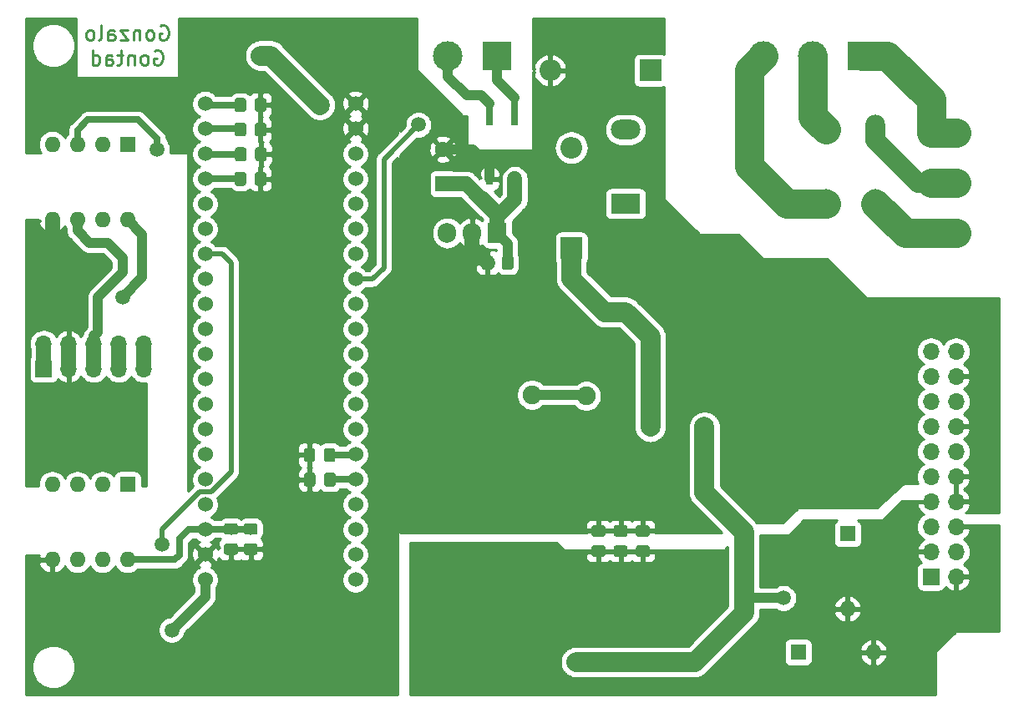
<source format=gbl>
G04 #@! TF.GenerationSoftware,KiCad,Pcbnew,(5.1.4)-1*
G04 #@! TF.CreationDate,2020-06-04T10:48:23-03:00*
G04 #@! TF.ProjectId,ModPrincipal,4d6f6450-7269-46e6-9369-70616c2e6b69,1.0*
G04 #@! TF.SameCoordinates,Original*
G04 #@! TF.FileFunction,Copper,L2,Bot*
G04 #@! TF.FilePolarity,Positive*
%FSLAX46Y46*%
G04 Gerber Fmt 4.6, Leading zero omitted, Abs format (unit mm)*
G04 Created by KiCad (PCBNEW (5.1.4)-1) date 2020-06-04 10:48:23*
%MOMM*%
%LPD*%
G04 APERTURE LIST*
%ADD10C,0.250000*%
%ADD11R,3.000000X3.000000*%
%ADD12C,3.000000*%
%ADD13O,1.700000X1.700000*%
%ADD14R,1.700000X1.700000*%
%ADD15C,0.100000*%
%ADD16C,1.150000*%
%ADD17O,2.000000X3.000000*%
%ADD18O,3.000000X2.000000*%
%ADD19R,3.000000X2.000000*%
%ADD20C,1.524000*%
%ADD21O,1.905000X2.000000*%
%ADD22R,1.905000X2.000000*%
%ADD23O,1.600000X1.600000*%
%ADD24R,1.600000X1.600000*%
%ADD25O,2.200000X2.200000*%
%ADD26R,2.200000X2.200000*%
%ADD27R,0.800000X1.200000*%
%ADD28C,1.600000*%
%ADD29C,1.900000*%
%ADD30C,1.500000*%
%ADD31C,2.000000*%
%ADD32C,2.000000*%
%ADD33C,1.000000*%
%ADD34C,0.700000*%
%ADD35C,1.500000*%
%ADD36C,3.000000*%
%ADD37C,0.500000*%
%ADD38C,0.254000*%
G04 APERTURE END LIST*
D10*
X41821428Y-42000000D02*
X41964285Y-41928571D01*
X42178571Y-41928571D01*
X42392857Y-42000000D01*
X42535714Y-42142857D01*
X42607142Y-42285714D01*
X42678571Y-42571428D01*
X42678571Y-42785714D01*
X42607142Y-43071428D01*
X42535714Y-43214285D01*
X42392857Y-43357142D01*
X42178571Y-43428571D01*
X42035714Y-43428571D01*
X41821428Y-43357142D01*
X41750000Y-43285714D01*
X41750000Y-42785714D01*
X42035714Y-42785714D01*
X40892857Y-43428571D02*
X41035714Y-43357142D01*
X41107142Y-43285714D01*
X41178571Y-43142857D01*
X41178571Y-42714285D01*
X41107142Y-42571428D01*
X41035714Y-42500000D01*
X40892857Y-42428571D01*
X40678571Y-42428571D01*
X40535714Y-42500000D01*
X40464285Y-42571428D01*
X40392857Y-42714285D01*
X40392857Y-43142857D01*
X40464285Y-43285714D01*
X40535714Y-43357142D01*
X40678571Y-43428571D01*
X40892857Y-43428571D01*
X39750000Y-42428571D02*
X39750000Y-43428571D01*
X39750000Y-42571428D02*
X39678571Y-42500000D01*
X39535714Y-42428571D01*
X39321428Y-42428571D01*
X39178571Y-42500000D01*
X39107142Y-42642857D01*
X39107142Y-43428571D01*
X38535714Y-42428571D02*
X37750000Y-42428571D01*
X38535714Y-43428571D01*
X37750000Y-43428571D01*
X36535714Y-43428571D02*
X36535714Y-42642857D01*
X36607142Y-42500000D01*
X36750000Y-42428571D01*
X37035714Y-42428571D01*
X37178571Y-42500000D01*
X36535714Y-43357142D02*
X36678571Y-43428571D01*
X37035714Y-43428571D01*
X37178571Y-43357142D01*
X37250000Y-43214285D01*
X37250000Y-43071428D01*
X37178571Y-42928571D01*
X37035714Y-42857142D01*
X36678571Y-42857142D01*
X36535714Y-42785714D01*
X35607142Y-43428571D02*
X35750000Y-43357142D01*
X35821428Y-43214285D01*
X35821428Y-41928571D01*
X34821428Y-43428571D02*
X34964285Y-43357142D01*
X35035714Y-43285714D01*
X35107142Y-43142857D01*
X35107142Y-42714285D01*
X35035714Y-42571428D01*
X34964285Y-42500000D01*
X34821428Y-42428571D01*
X34607142Y-42428571D01*
X34464285Y-42500000D01*
X34392857Y-42571428D01*
X34321428Y-42714285D01*
X34321428Y-43142857D01*
X34392857Y-43285714D01*
X34464285Y-43357142D01*
X34607142Y-43428571D01*
X34821428Y-43428571D01*
X41250000Y-44500000D02*
X41392857Y-44428571D01*
X41607142Y-44428571D01*
X41821428Y-44500000D01*
X41964285Y-44642857D01*
X42035714Y-44785714D01*
X42107142Y-45071428D01*
X42107142Y-45285714D01*
X42035714Y-45571428D01*
X41964285Y-45714285D01*
X41821428Y-45857142D01*
X41607142Y-45928571D01*
X41464285Y-45928571D01*
X41250000Y-45857142D01*
X41178571Y-45785714D01*
X41178571Y-45285714D01*
X41464285Y-45285714D01*
X40321428Y-45928571D02*
X40464285Y-45857142D01*
X40535714Y-45785714D01*
X40607142Y-45642857D01*
X40607142Y-45214285D01*
X40535714Y-45071428D01*
X40464285Y-45000000D01*
X40321428Y-44928571D01*
X40107142Y-44928571D01*
X39964285Y-45000000D01*
X39892857Y-45071428D01*
X39821428Y-45214285D01*
X39821428Y-45642857D01*
X39892857Y-45785714D01*
X39964285Y-45857142D01*
X40107142Y-45928571D01*
X40321428Y-45928571D01*
X39178571Y-44928571D02*
X39178571Y-45928571D01*
X39178571Y-45071428D02*
X39107142Y-45000000D01*
X38964285Y-44928571D01*
X38750000Y-44928571D01*
X38607142Y-45000000D01*
X38535714Y-45142857D01*
X38535714Y-45928571D01*
X38035714Y-44928571D02*
X37464285Y-44928571D01*
X37821428Y-44428571D02*
X37821428Y-45714285D01*
X37750000Y-45857142D01*
X37607142Y-45928571D01*
X37464285Y-45928571D01*
X36321428Y-45928571D02*
X36321428Y-45142857D01*
X36392857Y-45000000D01*
X36535714Y-44928571D01*
X36821428Y-44928571D01*
X36964285Y-45000000D01*
X36321428Y-45857142D02*
X36464285Y-45928571D01*
X36821428Y-45928571D01*
X36964285Y-45857142D01*
X37035714Y-45714285D01*
X37035714Y-45571428D01*
X36964285Y-45428571D01*
X36821428Y-45357142D01*
X36464285Y-45357142D01*
X36321428Y-45285714D01*
X34964285Y-45928571D02*
X34964285Y-44428571D01*
X34964285Y-45857142D02*
X35107142Y-45928571D01*
X35392857Y-45928571D01*
X35535714Y-45857142D01*
X35607142Y-45785714D01*
X35678571Y-45642857D01*
X35678571Y-45214285D01*
X35607142Y-45071428D01*
X35535714Y-45000000D01*
X35392857Y-44928571D01*
X35107142Y-44928571D01*
X34964285Y-45000000D01*
D11*
X76000000Y-45000000D03*
D12*
X71000000Y-45000000D03*
D11*
X113000000Y-45000000D03*
D12*
X108000000Y-45000000D03*
X103000000Y-45000000D03*
D13*
X40160000Y-74235000D03*
X40160000Y-76775000D03*
X37620000Y-74235000D03*
X37620000Y-76775000D03*
X35080000Y-74235000D03*
X35080000Y-76775000D03*
X32540000Y-74235000D03*
X32540000Y-76775000D03*
X30000000Y-74235000D03*
D14*
X30000000Y-76775000D03*
D15*
G36*
X51474505Y-94476204D02*
G01*
X51498773Y-94479804D01*
X51522572Y-94485765D01*
X51545671Y-94494030D01*
X51567850Y-94504520D01*
X51588893Y-94517132D01*
X51608599Y-94531747D01*
X51626777Y-94548223D01*
X51643253Y-94566401D01*
X51657868Y-94586107D01*
X51670480Y-94607150D01*
X51680970Y-94629329D01*
X51689235Y-94652428D01*
X51695196Y-94676227D01*
X51698796Y-94700495D01*
X51700000Y-94724999D01*
X51700000Y-95375001D01*
X51698796Y-95399505D01*
X51695196Y-95423773D01*
X51689235Y-95447572D01*
X51680970Y-95470671D01*
X51670480Y-95492850D01*
X51657868Y-95513893D01*
X51643253Y-95533599D01*
X51626777Y-95551777D01*
X51608599Y-95568253D01*
X51588893Y-95582868D01*
X51567850Y-95595480D01*
X51545671Y-95605970D01*
X51522572Y-95614235D01*
X51498773Y-95620196D01*
X51474505Y-95623796D01*
X51450001Y-95625000D01*
X50549999Y-95625000D01*
X50525495Y-95623796D01*
X50501227Y-95620196D01*
X50477428Y-95614235D01*
X50454329Y-95605970D01*
X50432150Y-95595480D01*
X50411107Y-95582868D01*
X50391401Y-95568253D01*
X50373223Y-95551777D01*
X50356747Y-95533599D01*
X50342132Y-95513893D01*
X50329520Y-95492850D01*
X50319030Y-95470671D01*
X50310765Y-95447572D01*
X50304804Y-95423773D01*
X50301204Y-95399505D01*
X50300000Y-95375001D01*
X50300000Y-94724999D01*
X50301204Y-94700495D01*
X50304804Y-94676227D01*
X50310765Y-94652428D01*
X50319030Y-94629329D01*
X50329520Y-94607150D01*
X50342132Y-94586107D01*
X50356747Y-94566401D01*
X50373223Y-94548223D01*
X50391401Y-94531747D01*
X50411107Y-94517132D01*
X50432150Y-94504520D01*
X50454329Y-94494030D01*
X50477428Y-94485765D01*
X50501227Y-94479804D01*
X50525495Y-94476204D01*
X50549999Y-94475000D01*
X51450001Y-94475000D01*
X51474505Y-94476204D01*
X51474505Y-94476204D01*
G37*
D16*
X51000000Y-95050000D03*
D15*
G36*
X51474505Y-92426204D02*
G01*
X51498773Y-92429804D01*
X51522572Y-92435765D01*
X51545671Y-92444030D01*
X51567850Y-92454520D01*
X51588893Y-92467132D01*
X51608599Y-92481747D01*
X51626777Y-92498223D01*
X51643253Y-92516401D01*
X51657868Y-92536107D01*
X51670480Y-92557150D01*
X51680970Y-92579329D01*
X51689235Y-92602428D01*
X51695196Y-92626227D01*
X51698796Y-92650495D01*
X51700000Y-92674999D01*
X51700000Y-93325001D01*
X51698796Y-93349505D01*
X51695196Y-93373773D01*
X51689235Y-93397572D01*
X51680970Y-93420671D01*
X51670480Y-93442850D01*
X51657868Y-93463893D01*
X51643253Y-93483599D01*
X51626777Y-93501777D01*
X51608599Y-93518253D01*
X51588893Y-93532868D01*
X51567850Y-93545480D01*
X51545671Y-93555970D01*
X51522572Y-93564235D01*
X51498773Y-93570196D01*
X51474505Y-93573796D01*
X51450001Y-93575000D01*
X50549999Y-93575000D01*
X50525495Y-93573796D01*
X50501227Y-93570196D01*
X50477428Y-93564235D01*
X50454329Y-93555970D01*
X50432150Y-93545480D01*
X50411107Y-93532868D01*
X50391401Y-93518253D01*
X50373223Y-93501777D01*
X50356747Y-93483599D01*
X50342132Y-93463893D01*
X50329520Y-93442850D01*
X50319030Y-93420671D01*
X50310765Y-93397572D01*
X50304804Y-93373773D01*
X50301204Y-93349505D01*
X50300000Y-93325001D01*
X50300000Y-92674999D01*
X50301204Y-92650495D01*
X50304804Y-92626227D01*
X50310765Y-92602428D01*
X50319030Y-92579329D01*
X50329520Y-92557150D01*
X50342132Y-92536107D01*
X50356747Y-92516401D01*
X50373223Y-92498223D01*
X50391401Y-92481747D01*
X50411107Y-92467132D01*
X50432150Y-92454520D01*
X50454329Y-92444030D01*
X50477428Y-92435765D01*
X50501227Y-92429804D01*
X50525495Y-92426204D01*
X50549999Y-92425000D01*
X51450001Y-92425000D01*
X51474505Y-92426204D01*
X51474505Y-92426204D01*
G37*
D16*
X51000000Y-93000000D03*
D15*
G36*
X49474505Y-94476204D02*
G01*
X49498773Y-94479804D01*
X49522572Y-94485765D01*
X49545671Y-94494030D01*
X49567850Y-94504520D01*
X49588893Y-94517132D01*
X49608599Y-94531747D01*
X49626777Y-94548223D01*
X49643253Y-94566401D01*
X49657868Y-94586107D01*
X49670480Y-94607150D01*
X49680970Y-94629329D01*
X49689235Y-94652428D01*
X49695196Y-94676227D01*
X49698796Y-94700495D01*
X49700000Y-94724999D01*
X49700000Y-95375001D01*
X49698796Y-95399505D01*
X49695196Y-95423773D01*
X49689235Y-95447572D01*
X49680970Y-95470671D01*
X49670480Y-95492850D01*
X49657868Y-95513893D01*
X49643253Y-95533599D01*
X49626777Y-95551777D01*
X49608599Y-95568253D01*
X49588893Y-95582868D01*
X49567850Y-95595480D01*
X49545671Y-95605970D01*
X49522572Y-95614235D01*
X49498773Y-95620196D01*
X49474505Y-95623796D01*
X49450001Y-95625000D01*
X48549999Y-95625000D01*
X48525495Y-95623796D01*
X48501227Y-95620196D01*
X48477428Y-95614235D01*
X48454329Y-95605970D01*
X48432150Y-95595480D01*
X48411107Y-95582868D01*
X48391401Y-95568253D01*
X48373223Y-95551777D01*
X48356747Y-95533599D01*
X48342132Y-95513893D01*
X48329520Y-95492850D01*
X48319030Y-95470671D01*
X48310765Y-95447572D01*
X48304804Y-95423773D01*
X48301204Y-95399505D01*
X48300000Y-95375001D01*
X48300000Y-94724999D01*
X48301204Y-94700495D01*
X48304804Y-94676227D01*
X48310765Y-94652428D01*
X48319030Y-94629329D01*
X48329520Y-94607150D01*
X48342132Y-94586107D01*
X48356747Y-94566401D01*
X48373223Y-94548223D01*
X48391401Y-94531747D01*
X48411107Y-94517132D01*
X48432150Y-94504520D01*
X48454329Y-94494030D01*
X48477428Y-94485765D01*
X48501227Y-94479804D01*
X48525495Y-94476204D01*
X48549999Y-94475000D01*
X49450001Y-94475000D01*
X49474505Y-94476204D01*
X49474505Y-94476204D01*
G37*
D16*
X49000000Y-95050000D03*
D15*
G36*
X49474505Y-92426204D02*
G01*
X49498773Y-92429804D01*
X49522572Y-92435765D01*
X49545671Y-92444030D01*
X49567850Y-92454520D01*
X49588893Y-92467132D01*
X49608599Y-92481747D01*
X49626777Y-92498223D01*
X49643253Y-92516401D01*
X49657868Y-92536107D01*
X49670480Y-92557150D01*
X49680970Y-92579329D01*
X49689235Y-92602428D01*
X49695196Y-92626227D01*
X49698796Y-92650495D01*
X49700000Y-92674999D01*
X49700000Y-93325001D01*
X49698796Y-93349505D01*
X49695196Y-93373773D01*
X49689235Y-93397572D01*
X49680970Y-93420671D01*
X49670480Y-93442850D01*
X49657868Y-93463893D01*
X49643253Y-93483599D01*
X49626777Y-93501777D01*
X49608599Y-93518253D01*
X49588893Y-93532868D01*
X49567850Y-93545480D01*
X49545671Y-93555970D01*
X49522572Y-93564235D01*
X49498773Y-93570196D01*
X49474505Y-93573796D01*
X49450001Y-93575000D01*
X48549999Y-93575000D01*
X48525495Y-93573796D01*
X48501227Y-93570196D01*
X48477428Y-93564235D01*
X48454329Y-93555970D01*
X48432150Y-93545480D01*
X48411107Y-93532868D01*
X48391401Y-93518253D01*
X48373223Y-93501777D01*
X48356747Y-93483599D01*
X48342132Y-93463893D01*
X48329520Y-93442850D01*
X48319030Y-93420671D01*
X48310765Y-93397572D01*
X48304804Y-93373773D01*
X48301204Y-93349505D01*
X48300000Y-93325001D01*
X48300000Y-92674999D01*
X48301204Y-92650495D01*
X48304804Y-92626227D01*
X48310765Y-92602428D01*
X48319030Y-92579329D01*
X48329520Y-92557150D01*
X48342132Y-92536107D01*
X48356747Y-92516401D01*
X48373223Y-92498223D01*
X48391401Y-92481747D01*
X48411107Y-92467132D01*
X48432150Y-92454520D01*
X48454329Y-92444030D01*
X48477428Y-92435765D01*
X48501227Y-92429804D01*
X48525495Y-92426204D01*
X48549999Y-92425000D01*
X49450001Y-92425000D01*
X49474505Y-92426204D01*
X49474505Y-92426204D01*
G37*
D16*
X49000000Y-93000000D03*
D14*
X119960000Y-63000000D03*
D13*
X122500000Y-63000000D03*
X119960000Y-57920000D03*
X122500000Y-57920000D03*
X119960000Y-52840000D03*
X122500000Y-52840000D03*
D17*
X114340000Y-60000000D03*
X109300000Y-52500000D03*
X114340000Y-52500000D03*
X109300000Y-60000000D03*
D18*
X89000000Y-52500000D03*
D19*
X89000000Y-60000000D03*
D20*
X46380000Y-49870000D03*
X46380000Y-52410000D03*
X46380000Y-54950000D03*
X46380000Y-57490000D03*
X46380000Y-60030000D03*
X46380000Y-62570000D03*
X46380000Y-65110000D03*
X46380000Y-67650000D03*
X46380000Y-70190000D03*
X46380000Y-72730000D03*
X46380000Y-75270000D03*
X46380000Y-77810000D03*
X46380000Y-80350000D03*
X46380000Y-82890000D03*
X46380000Y-85430000D03*
X46380000Y-87970000D03*
X46380000Y-90510000D03*
X46380000Y-95590000D03*
X46380000Y-98130000D03*
X61620000Y-98130000D03*
X61620000Y-95590000D03*
X61620000Y-93050000D03*
X61620000Y-90510000D03*
X61620000Y-87970000D03*
X61620000Y-85430000D03*
X61620000Y-82890000D03*
X61620000Y-80350000D03*
X61620000Y-77810000D03*
X61620000Y-75270000D03*
X61620000Y-72730000D03*
X61620000Y-70190000D03*
X61620000Y-67650000D03*
X61620000Y-65110000D03*
X61620000Y-62570000D03*
X61620000Y-60030000D03*
X61620000Y-57490000D03*
X61620000Y-54950000D03*
X61620000Y-52410000D03*
X61620000Y-49870000D03*
X46380000Y-93050000D03*
D21*
X70920000Y-63000000D03*
X73460000Y-63000000D03*
D22*
X76000000Y-63000000D03*
D23*
X38500000Y-96120000D03*
X30880000Y-88500000D03*
X35960000Y-96120000D03*
X33420000Y-88500000D03*
X33420000Y-96120000D03*
X35960000Y-88500000D03*
X30880000Y-96120000D03*
D24*
X38500000Y-88500000D03*
D23*
X38500000Y-61620000D03*
X30880000Y-54000000D03*
X35960000Y-61620000D03*
X33420000Y-54000000D03*
X33420000Y-61620000D03*
X35960000Y-54000000D03*
X30880000Y-61620000D03*
D24*
X38500000Y-54000000D03*
D15*
G36*
X52349505Y-56801204D02*
G01*
X52373773Y-56804804D01*
X52397572Y-56810765D01*
X52420671Y-56819030D01*
X52442850Y-56829520D01*
X52463893Y-56842132D01*
X52483599Y-56856747D01*
X52501777Y-56873223D01*
X52518253Y-56891401D01*
X52532868Y-56911107D01*
X52545480Y-56932150D01*
X52555970Y-56954329D01*
X52564235Y-56977428D01*
X52570196Y-57001227D01*
X52573796Y-57025495D01*
X52575000Y-57049999D01*
X52575000Y-57950001D01*
X52573796Y-57974505D01*
X52570196Y-57998773D01*
X52564235Y-58022572D01*
X52555970Y-58045671D01*
X52545480Y-58067850D01*
X52532868Y-58088893D01*
X52518253Y-58108599D01*
X52501777Y-58126777D01*
X52483599Y-58143253D01*
X52463893Y-58157868D01*
X52442850Y-58170480D01*
X52420671Y-58180970D01*
X52397572Y-58189235D01*
X52373773Y-58195196D01*
X52349505Y-58198796D01*
X52325001Y-58200000D01*
X51674999Y-58200000D01*
X51650495Y-58198796D01*
X51626227Y-58195196D01*
X51602428Y-58189235D01*
X51579329Y-58180970D01*
X51557150Y-58170480D01*
X51536107Y-58157868D01*
X51516401Y-58143253D01*
X51498223Y-58126777D01*
X51481747Y-58108599D01*
X51467132Y-58088893D01*
X51454520Y-58067850D01*
X51444030Y-58045671D01*
X51435765Y-58022572D01*
X51429804Y-57998773D01*
X51426204Y-57974505D01*
X51425000Y-57950001D01*
X51425000Y-57049999D01*
X51426204Y-57025495D01*
X51429804Y-57001227D01*
X51435765Y-56977428D01*
X51444030Y-56954329D01*
X51454520Y-56932150D01*
X51467132Y-56911107D01*
X51481747Y-56891401D01*
X51498223Y-56873223D01*
X51516401Y-56856747D01*
X51536107Y-56842132D01*
X51557150Y-56829520D01*
X51579329Y-56819030D01*
X51602428Y-56810765D01*
X51626227Y-56804804D01*
X51650495Y-56801204D01*
X51674999Y-56800000D01*
X52325001Y-56800000D01*
X52349505Y-56801204D01*
X52349505Y-56801204D01*
G37*
D16*
X52000000Y-57500000D03*
D15*
G36*
X50299505Y-56801204D02*
G01*
X50323773Y-56804804D01*
X50347572Y-56810765D01*
X50370671Y-56819030D01*
X50392850Y-56829520D01*
X50413893Y-56842132D01*
X50433599Y-56856747D01*
X50451777Y-56873223D01*
X50468253Y-56891401D01*
X50482868Y-56911107D01*
X50495480Y-56932150D01*
X50505970Y-56954329D01*
X50514235Y-56977428D01*
X50520196Y-57001227D01*
X50523796Y-57025495D01*
X50525000Y-57049999D01*
X50525000Y-57950001D01*
X50523796Y-57974505D01*
X50520196Y-57998773D01*
X50514235Y-58022572D01*
X50505970Y-58045671D01*
X50495480Y-58067850D01*
X50482868Y-58088893D01*
X50468253Y-58108599D01*
X50451777Y-58126777D01*
X50433599Y-58143253D01*
X50413893Y-58157868D01*
X50392850Y-58170480D01*
X50370671Y-58180970D01*
X50347572Y-58189235D01*
X50323773Y-58195196D01*
X50299505Y-58198796D01*
X50275001Y-58200000D01*
X49624999Y-58200000D01*
X49600495Y-58198796D01*
X49576227Y-58195196D01*
X49552428Y-58189235D01*
X49529329Y-58180970D01*
X49507150Y-58170480D01*
X49486107Y-58157868D01*
X49466401Y-58143253D01*
X49448223Y-58126777D01*
X49431747Y-58108599D01*
X49417132Y-58088893D01*
X49404520Y-58067850D01*
X49394030Y-58045671D01*
X49385765Y-58022572D01*
X49379804Y-57998773D01*
X49376204Y-57974505D01*
X49375000Y-57950001D01*
X49375000Y-57049999D01*
X49376204Y-57025495D01*
X49379804Y-57001227D01*
X49385765Y-56977428D01*
X49394030Y-56954329D01*
X49404520Y-56932150D01*
X49417132Y-56911107D01*
X49431747Y-56891401D01*
X49448223Y-56873223D01*
X49466401Y-56856747D01*
X49486107Y-56842132D01*
X49507150Y-56829520D01*
X49529329Y-56819030D01*
X49552428Y-56810765D01*
X49576227Y-56804804D01*
X49600495Y-56801204D01*
X49624999Y-56800000D01*
X50275001Y-56800000D01*
X50299505Y-56801204D01*
X50299505Y-56801204D01*
G37*
D16*
X49950000Y-57500000D03*
D15*
G36*
X52374505Y-54301204D02*
G01*
X52398773Y-54304804D01*
X52422572Y-54310765D01*
X52445671Y-54319030D01*
X52467850Y-54329520D01*
X52488893Y-54342132D01*
X52508599Y-54356747D01*
X52526777Y-54373223D01*
X52543253Y-54391401D01*
X52557868Y-54411107D01*
X52570480Y-54432150D01*
X52580970Y-54454329D01*
X52589235Y-54477428D01*
X52595196Y-54501227D01*
X52598796Y-54525495D01*
X52600000Y-54549999D01*
X52600000Y-55450001D01*
X52598796Y-55474505D01*
X52595196Y-55498773D01*
X52589235Y-55522572D01*
X52580970Y-55545671D01*
X52570480Y-55567850D01*
X52557868Y-55588893D01*
X52543253Y-55608599D01*
X52526777Y-55626777D01*
X52508599Y-55643253D01*
X52488893Y-55657868D01*
X52467850Y-55670480D01*
X52445671Y-55680970D01*
X52422572Y-55689235D01*
X52398773Y-55695196D01*
X52374505Y-55698796D01*
X52350001Y-55700000D01*
X51699999Y-55700000D01*
X51675495Y-55698796D01*
X51651227Y-55695196D01*
X51627428Y-55689235D01*
X51604329Y-55680970D01*
X51582150Y-55670480D01*
X51561107Y-55657868D01*
X51541401Y-55643253D01*
X51523223Y-55626777D01*
X51506747Y-55608599D01*
X51492132Y-55588893D01*
X51479520Y-55567850D01*
X51469030Y-55545671D01*
X51460765Y-55522572D01*
X51454804Y-55498773D01*
X51451204Y-55474505D01*
X51450000Y-55450001D01*
X51450000Y-54549999D01*
X51451204Y-54525495D01*
X51454804Y-54501227D01*
X51460765Y-54477428D01*
X51469030Y-54454329D01*
X51479520Y-54432150D01*
X51492132Y-54411107D01*
X51506747Y-54391401D01*
X51523223Y-54373223D01*
X51541401Y-54356747D01*
X51561107Y-54342132D01*
X51582150Y-54329520D01*
X51604329Y-54319030D01*
X51627428Y-54310765D01*
X51651227Y-54304804D01*
X51675495Y-54301204D01*
X51699999Y-54300000D01*
X52350001Y-54300000D01*
X52374505Y-54301204D01*
X52374505Y-54301204D01*
G37*
D16*
X52025000Y-55000000D03*
D15*
G36*
X50324505Y-54301204D02*
G01*
X50348773Y-54304804D01*
X50372572Y-54310765D01*
X50395671Y-54319030D01*
X50417850Y-54329520D01*
X50438893Y-54342132D01*
X50458599Y-54356747D01*
X50476777Y-54373223D01*
X50493253Y-54391401D01*
X50507868Y-54411107D01*
X50520480Y-54432150D01*
X50530970Y-54454329D01*
X50539235Y-54477428D01*
X50545196Y-54501227D01*
X50548796Y-54525495D01*
X50550000Y-54549999D01*
X50550000Y-55450001D01*
X50548796Y-55474505D01*
X50545196Y-55498773D01*
X50539235Y-55522572D01*
X50530970Y-55545671D01*
X50520480Y-55567850D01*
X50507868Y-55588893D01*
X50493253Y-55608599D01*
X50476777Y-55626777D01*
X50458599Y-55643253D01*
X50438893Y-55657868D01*
X50417850Y-55670480D01*
X50395671Y-55680970D01*
X50372572Y-55689235D01*
X50348773Y-55695196D01*
X50324505Y-55698796D01*
X50300001Y-55700000D01*
X49649999Y-55700000D01*
X49625495Y-55698796D01*
X49601227Y-55695196D01*
X49577428Y-55689235D01*
X49554329Y-55680970D01*
X49532150Y-55670480D01*
X49511107Y-55657868D01*
X49491401Y-55643253D01*
X49473223Y-55626777D01*
X49456747Y-55608599D01*
X49442132Y-55588893D01*
X49429520Y-55567850D01*
X49419030Y-55545671D01*
X49410765Y-55522572D01*
X49404804Y-55498773D01*
X49401204Y-55474505D01*
X49400000Y-55450001D01*
X49400000Y-54549999D01*
X49401204Y-54525495D01*
X49404804Y-54501227D01*
X49410765Y-54477428D01*
X49419030Y-54454329D01*
X49429520Y-54432150D01*
X49442132Y-54411107D01*
X49456747Y-54391401D01*
X49473223Y-54373223D01*
X49491401Y-54356747D01*
X49511107Y-54342132D01*
X49532150Y-54329520D01*
X49554329Y-54319030D01*
X49577428Y-54310765D01*
X49601227Y-54304804D01*
X49625495Y-54301204D01*
X49649999Y-54300000D01*
X50300001Y-54300000D01*
X50324505Y-54301204D01*
X50324505Y-54301204D01*
G37*
D16*
X49975000Y-55000000D03*
D15*
G36*
X52349505Y-51801204D02*
G01*
X52373773Y-51804804D01*
X52397572Y-51810765D01*
X52420671Y-51819030D01*
X52442850Y-51829520D01*
X52463893Y-51842132D01*
X52483599Y-51856747D01*
X52501777Y-51873223D01*
X52518253Y-51891401D01*
X52532868Y-51911107D01*
X52545480Y-51932150D01*
X52555970Y-51954329D01*
X52564235Y-51977428D01*
X52570196Y-52001227D01*
X52573796Y-52025495D01*
X52575000Y-52049999D01*
X52575000Y-52950001D01*
X52573796Y-52974505D01*
X52570196Y-52998773D01*
X52564235Y-53022572D01*
X52555970Y-53045671D01*
X52545480Y-53067850D01*
X52532868Y-53088893D01*
X52518253Y-53108599D01*
X52501777Y-53126777D01*
X52483599Y-53143253D01*
X52463893Y-53157868D01*
X52442850Y-53170480D01*
X52420671Y-53180970D01*
X52397572Y-53189235D01*
X52373773Y-53195196D01*
X52349505Y-53198796D01*
X52325001Y-53200000D01*
X51674999Y-53200000D01*
X51650495Y-53198796D01*
X51626227Y-53195196D01*
X51602428Y-53189235D01*
X51579329Y-53180970D01*
X51557150Y-53170480D01*
X51536107Y-53157868D01*
X51516401Y-53143253D01*
X51498223Y-53126777D01*
X51481747Y-53108599D01*
X51467132Y-53088893D01*
X51454520Y-53067850D01*
X51444030Y-53045671D01*
X51435765Y-53022572D01*
X51429804Y-52998773D01*
X51426204Y-52974505D01*
X51425000Y-52950001D01*
X51425000Y-52049999D01*
X51426204Y-52025495D01*
X51429804Y-52001227D01*
X51435765Y-51977428D01*
X51444030Y-51954329D01*
X51454520Y-51932150D01*
X51467132Y-51911107D01*
X51481747Y-51891401D01*
X51498223Y-51873223D01*
X51516401Y-51856747D01*
X51536107Y-51842132D01*
X51557150Y-51829520D01*
X51579329Y-51819030D01*
X51602428Y-51810765D01*
X51626227Y-51804804D01*
X51650495Y-51801204D01*
X51674999Y-51800000D01*
X52325001Y-51800000D01*
X52349505Y-51801204D01*
X52349505Y-51801204D01*
G37*
D16*
X52000000Y-52500000D03*
D15*
G36*
X50299505Y-51801204D02*
G01*
X50323773Y-51804804D01*
X50347572Y-51810765D01*
X50370671Y-51819030D01*
X50392850Y-51829520D01*
X50413893Y-51842132D01*
X50433599Y-51856747D01*
X50451777Y-51873223D01*
X50468253Y-51891401D01*
X50482868Y-51911107D01*
X50495480Y-51932150D01*
X50505970Y-51954329D01*
X50514235Y-51977428D01*
X50520196Y-52001227D01*
X50523796Y-52025495D01*
X50525000Y-52049999D01*
X50525000Y-52950001D01*
X50523796Y-52974505D01*
X50520196Y-52998773D01*
X50514235Y-53022572D01*
X50505970Y-53045671D01*
X50495480Y-53067850D01*
X50482868Y-53088893D01*
X50468253Y-53108599D01*
X50451777Y-53126777D01*
X50433599Y-53143253D01*
X50413893Y-53157868D01*
X50392850Y-53170480D01*
X50370671Y-53180970D01*
X50347572Y-53189235D01*
X50323773Y-53195196D01*
X50299505Y-53198796D01*
X50275001Y-53200000D01*
X49624999Y-53200000D01*
X49600495Y-53198796D01*
X49576227Y-53195196D01*
X49552428Y-53189235D01*
X49529329Y-53180970D01*
X49507150Y-53170480D01*
X49486107Y-53157868D01*
X49466401Y-53143253D01*
X49448223Y-53126777D01*
X49431747Y-53108599D01*
X49417132Y-53088893D01*
X49404520Y-53067850D01*
X49394030Y-53045671D01*
X49385765Y-53022572D01*
X49379804Y-52998773D01*
X49376204Y-52974505D01*
X49375000Y-52950001D01*
X49375000Y-52049999D01*
X49376204Y-52025495D01*
X49379804Y-52001227D01*
X49385765Y-51977428D01*
X49394030Y-51954329D01*
X49404520Y-51932150D01*
X49417132Y-51911107D01*
X49431747Y-51891401D01*
X49448223Y-51873223D01*
X49466401Y-51856747D01*
X49486107Y-51842132D01*
X49507150Y-51829520D01*
X49529329Y-51819030D01*
X49552428Y-51810765D01*
X49576227Y-51804804D01*
X49600495Y-51801204D01*
X49624999Y-51800000D01*
X50275001Y-51800000D01*
X50299505Y-51801204D01*
X50299505Y-51801204D01*
G37*
D16*
X49950000Y-52500000D03*
D15*
G36*
X52349505Y-49301204D02*
G01*
X52373773Y-49304804D01*
X52397572Y-49310765D01*
X52420671Y-49319030D01*
X52442850Y-49329520D01*
X52463893Y-49342132D01*
X52483599Y-49356747D01*
X52501777Y-49373223D01*
X52518253Y-49391401D01*
X52532868Y-49411107D01*
X52545480Y-49432150D01*
X52555970Y-49454329D01*
X52564235Y-49477428D01*
X52570196Y-49501227D01*
X52573796Y-49525495D01*
X52575000Y-49549999D01*
X52575000Y-50450001D01*
X52573796Y-50474505D01*
X52570196Y-50498773D01*
X52564235Y-50522572D01*
X52555970Y-50545671D01*
X52545480Y-50567850D01*
X52532868Y-50588893D01*
X52518253Y-50608599D01*
X52501777Y-50626777D01*
X52483599Y-50643253D01*
X52463893Y-50657868D01*
X52442850Y-50670480D01*
X52420671Y-50680970D01*
X52397572Y-50689235D01*
X52373773Y-50695196D01*
X52349505Y-50698796D01*
X52325001Y-50700000D01*
X51674999Y-50700000D01*
X51650495Y-50698796D01*
X51626227Y-50695196D01*
X51602428Y-50689235D01*
X51579329Y-50680970D01*
X51557150Y-50670480D01*
X51536107Y-50657868D01*
X51516401Y-50643253D01*
X51498223Y-50626777D01*
X51481747Y-50608599D01*
X51467132Y-50588893D01*
X51454520Y-50567850D01*
X51444030Y-50545671D01*
X51435765Y-50522572D01*
X51429804Y-50498773D01*
X51426204Y-50474505D01*
X51425000Y-50450001D01*
X51425000Y-49549999D01*
X51426204Y-49525495D01*
X51429804Y-49501227D01*
X51435765Y-49477428D01*
X51444030Y-49454329D01*
X51454520Y-49432150D01*
X51467132Y-49411107D01*
X51481747Y-49391401D01*
X51498223Y-49373223D01*
X51516401Y-49356747D01*
X51536107Y-49342132D01*
X51557150Y-49329520D01*
X51579329Y-49319030D01*
X51602428Y-49310765D01*
X51626227Y-49304804D01*
X51650495Y-49301204D01*
X51674999Y-49300000D01*
X52325001Y-49300000D01*
X52349505Y-49301204D01*
X52349505Y-49301204D01*
G37*
D16*
X52000000Y-50000000D03*
D15*
G36*
X50299505Y-49301204D02*
G01*
X50323773Y-49304804D01*
X50347572Y-49310765D01*
X50370671Y-49319030D01*
X50392850Y-49329520D01*
X50413893Y-49342132D01*
X50433599Y-49356747D01*
X50451777Y-49373223D01*
X50468253Y-49391401D01*
X50482868Y-49411107D01*
X50495480Y-49432150D01*
X50505970Y-49454329D01*
X50514235Y-49477428D01*
X50520196Y-49501227D01*
X50523796Y-49525495D01*
X50525000Y-49549999D01*
X50525000Y-50450001D01*
X50523796Y-50474505D01*
X50520196Y-50498773D01*
X50514235Y-50522572D01*
X50505970Y-50545671D01*
X50495480Y-50567850D01*
X50482868Y-50588893D01*
X50468253Y-50608599D01*
X50451777Y-50626777D01*
X50433599Y-50643253D01*
X50413893Y-50657868D01*
X50392850Y-50670480D01*
X50370671Y-50680970D01*
X50347572Y-50689235D01*
X50323773Y-50695196D01*
X50299505Y-50698796D01*
X50275001Y-50700000D01*
X49624999Y-50700000D01*
X49600495Y-50698796D01*
X49576227Y-50695196D01*
X49552428Y-50689235D01*
X49529329Y-50680970D01*
X49507150Y-50670480D01*
X49486107Y-50657868D01*
X49466401Y-50643253D01*
X49448223Y-50626777D01*
X49431747Y-50608599D01*
X49417132Y-50588893D01*
X49404520Y-50567850D01*
X49394030Y-50545671D01*
X49385765Y-50522572D01*
X49379804Y-50498773D01*
X49376204Y-50474505D01*
X49375000Y-50450001D01*
X49375000Y-49549999D01*
X49376204Y-49525495D01*
X49379804Y-49501227D01*
X49385765Y-49477428D01*
X49394030Y-49454329D01*
X49404520Y-49432150D01*
X49417132Y-49411107D01*
X49431747Y-49391401D01*
X49448223Y-49373223D01*
X49466401Y-49356747D01*
X49486107Y-49342132D01*
X49507150Y-49329520D01*
X49529329Y-49319030D01*
X49552428Y-49310765D01*
X49576227Y-49304804D01*
X49600495Y-49301204D01*
X49624999Y-49300000D01*
X50275001Y-49300000D01*
X50299505Y-49301204D01*
X50299505Y-49301204D01*
G37*
D16*
X49950000Y-50000000D03*
D15*
G36*
X91224505Y-92626204D02*
G01*
X91248773Y-92629804D01*
X91272572Y-92635765D01*
X91295671Y-92644030D01*
X91317850Y-92654520D01*
X91338893Y-92667132D01*
X91358599Y-92681747D01*
X91376777Y-92698223D01*
X91393253Y-92716401D01*
X91407868Y-92736107D01*
X91420480Y-92757150D01*
X91430970Y-92779329D01*
X91439235Y-92802428D01*
X91445196Y-92826227D01*
X91448796Y-92850495D01*
X91450000Y-92874999D01*
X91450000Y-93525001D01*
X91448796Y-93549505D01*
X91445196Y-93573773D01*
X91439235Y-93597572D01*
X91430970Y-93620671D01*
X91420480Y-93642850D01*
X91407868Y-93663893D01*
X91393253Y-93683599D01*
X91376777Y-93701777D01*
X91358599Y-93718253D01*
X91338893Y-93732868D01*
X91317850Y-93745480D01*
X91295671Y-93755970D01*
X91272572Y-93764235D01*
X91248773Y-93770196D01*
X91224505Y-93773796D01*
X91200001Y-93775000D01*
X90299999Y-93775000D01*
X90275495Y-93773796D01*
X90251227Y-93770196D01*
X90227428Y-93764235D01*
X90204329Y-93755970D01*
X90182150Y-93745480D01*
X90161107Y-93732868D01*
X90141401Y-93718253D01*
X90123223Y-93701777D01*
X90106747Y-93683599D01*
X90092132Y-93663893D01*
X90079520Y-93642850D01*
X90069030Y-93620671D01*
X90060765Y-93597572D01*
X90054804Y-93573773D01*
X90051204Y-93549505D01*
X90050000Y-93525001D01*
X90050000Y-92874999D01*
X90051204Y-92850495D01*
X90054804Y-92826227D01*
X90060765Y-92802428D01*
X90069030Y-92779329D01*
X90079520Y-92757150D01*
X90092132Y-92736107D01*
X90106747Y-92716401D01*
X90123223Y-92698223D01*
X90141401Y-92681747D01*
X90161107Y-92667132D01*
X90182150Y-92654520D01*
X90204329Y-92644030D01*
X90227428Y-92635765D01*
X90251227Y-92629804D01*
X90275495Y-92626204D01*
X90299999Y-92625000D01*
X91200001Y-92625000D01*
X91224505Y-92626204D01*
X91224505Y-92626204D01*
G37*
D16*
X90750000Y-93200000D03*
D15*
G36*
X91224505Y-94676204D02*
G01*
X91248773Y-94679804D01*
X91272572Y-94685765D01*
X91295671Y-94694030D01*
X91317850Y-94704520D01*
X91338893Y-94717132D01*
X91358599Y-94731747D01*
X91376777Y-94748223D01*
X91393253Y-94766401D01*
X91407868Y-94786107D01*
X91420480Y-94807150D01*
X91430970Y-94829329D01*
X91439235Y-94852428D01*
X91445196Y-94876227D01*
X91448796Y-94900495D01*
X91450000Y-94924999D01*
X91450000Y-95575001D01*
X91448796Y-95599505D01*
X91445196Y-95623773D01*
X91439235Y-95647572D01*
X91430970Y-95670671D01*
X91420480Y-95692850D01*
X91407868Y-95713893D01*
X91393253Y-95733599D01*
X91376777Y-95751777D01*
X91358599Y-95768253D01*
X91338893Y-95782868D01*
X91317850Y-95795480D01*
X91295671Y-95805970D01*
X91272572Y-95814235D01*
X91248773Y-95820196D01*
X91224505Y-95823796D01*
X91200001Y-95825000D01*
X90299999Y-95825000D01*
X90275495Y-95823796D01*
X90251227Y-95820196D01*
X90227428Y-95814235D01*
X90204329Y-95805970D01*
X90182150Y-95795480D01*
X90161107Y-95782868D01*
X90141401Y-95768253D01*
X90123223Y-95751777D01*
X90106747Y-95733599D01*
X90092132Y-95713893D01*
X90079520Y-95692850D01*
X90069030Y-95670671D01*
X90060765Y-95647572D01*
X90054804Y-95623773D01*
X90051204Y-95599505D01*
X90050000Y-95575001D01*
X90050000Y-94924999D01*
X90051204Y-94900495D01*
X90054804Y-94876227D01*
X90060765Y-94852428D01*
X90069030Y-94829329D01*
X90079520Y-94807150D01*
X90092132Y-94786107D01*
X90106747Y-94766401D01*
X90123223Y-94748223D01*
X90141401Y-94731747D01*
X90161107Y-94717132D01*
X90182150Y-94704520D01*
X90204329Y-94694030D01*
X90227428Y-94685765D01*
X90251227Y-94679804D01*
X90275495Y-94676204D01*
X90299999Y-94675000D01*
X91200001Y-94675000D01*
X91224505Y-94676204D01*
X91224505Y-94676204D01*
G37*
D16*
X90750000Y-95250000D03*
D15*
G36*
X88974505Y-92626204D02*
G01*
X88998773Y-92629804D01*
X89022572Y-92635765D01*
X89045671Y-92644030D01*
X89067850Y-92654520D01*
X89088893Y-92667132D01*
X89108599Y-92681747D01*
X89126777Y-92698223D01*
X89143253Y-92716401D01*
X89157868Y-92736107D01*
X89170480Y-92757150D01*
X89180970Y-92779329D01*
X89189235Y-92802428D01*
X89195196Y-92826227D01*
X89198796Y-92850495D01*
X89200000Y-92874999D01*
X89200000Y-93525001D01*
X89198796Y-93549505D01*
X89195196Y-93573773D01*
X89189235Y-93597572D01*
X89180970Y-93620671D01*
X89170480Y-93642850D01*
X89157868Y-93663893D01*
X89143253Y-93683599D01*
X89126777Y-93701777D01*
X89108599Y-93718253D01*
X89088893Y-93732868D01*
X89067850Y-93745480D01*
X89045671Y-93755970D01*
X89022572Y-93764235D01*
X88998773Y-93770196D01*
X88974505Y-93773796D01*
X88950001Y-93775000D01*
X88049999Y-93775000D01*
X88025495Y-93773796D01*
X88001227Y-93770196D01*
X87977428Y-93764235D01*
X87954329Y-93755970D01*
X87932150Y-93745480D01*
X87911107Y-93732868D01*
X87891401Y-93718253D01*
X87873223Y-93701777D01*
X87856747Y-93683599D01*
X87842132Y-93663893D01*
X87829520Y-93642850D01*
X87819030Y-93620671D01*
X87810765Y-93597572D01*
X87804804Y-93573773D01*
X87801204Y-93549505D01*
X87800000Y-93525001D01*
X87800000Y-92874999D01*
X87801204Y-92850495D01*
X87804804Y-92826227D01*
X87810765Y-92802428D01*
X87819030Y-92779329D01*
X87829520Y-92757150D01*
X87842132Y-92736107D01*
X87856747Y-92716401D01*
X87873223Y-92698223D01*
X87891401Y-92681747D01*
X87911107Y-92667132D01*
X87932150Y-92654520D01*
X87954329Y-92644030D01*
X87977428Y-92635765D01*
X88001227Y-92629804D01*
X88025495Y-92626204D01*
X88049999Y-92625000D01*
X88950001Y-92625000D01*
X88974505Y-92626204D01*
X88974505Y-92626204D01*
G37*
D16*
X88500000Y-93200000D03*
D15*
G36*
X88974505Y-94676204D02*
G01*
X88998773Y-94679804D01*
X89022572Y-94685765D01*
X89045671Y-94694030D01*
X89067850Y-94704520D01*
X89088893Y-94717132D01*
X89108599Y-94731747D01*
X89126777Y-94748223D01*
X89143253Y-94766401D01*
X89157868Y-94786107D01*
X89170480Y-94807150D01*
X89180970Y-94829329D01*
X89189235Y-94852428D01*
X89195196Y-94876227D01*
X89198796Y-94900495D01*
X89200000Y-94924999D01*
X89200000Y-95575001D01*
X89198796Y-95599505D01*
X89195196Y-95623773D01*
X89189235Y-95647572D01*
X89180970Y-95670671D01*
X89170480Y-95692850D01*
X89157868Y-95713893D01*
X89143253Y-95733599D01*
X89126777Y-95751777D01*
X89108599Y-95768253D01*
X89088893Y-95782868D01*
X89067850Y-95795480D01*
X89045671Y-95805970D01*
X89022572Y-95814235D01*
X88998773Y-95820196D01*
X88974505Y-95823796D01*
X88950001Y-95825000D01*
X88049999Y-95825000D01*
X88025495Y-95823796D01*
X88001227Y-95820196D01*
X87977428Y-95814235D01*
X87954329Y-95805970D01*
X87932150Y-95795480D01*
X87911107Y-95782868D01*
X87891401Y-95768253D01*
X87873223Y-95751777D01*
X87856747Y-95733599D01*
X87842132Y-95713893D01*
X87829520Y-95692850D01*
X87819030Y-95670671D01*
X87810765Y-95647572D01*
X87804804Y-95623773D01*
X87801204Y-95599505D01*
X87800000Y-95575001D01*
X87800000Y-94924999D01*
X87801204Y-94900495D01*
X87804804Y-94876227D01*
X87810765Y-94852428D01*
X87819030Y-94829329D01*
X87829520Y-94807150D01*
X87842132Y-94786107D01*
X87856747Y-94766401D01*
X87873223Y-94748223D01*
X87891401Y-94731747D01*
X87911107Y-94717132D01*
X87932150Y-94704520D01*
X87954329Y-94694030D01*
X87977428Y-94685765D01*
X88001227Y-94679804D01*
X88025495Y-94676204D01*
X88049999Y-94675000D01*
X88950001Y-94675000D01*
X88974505Y-94676204D01*
X88974505Y-94676204D01*
G37*
D16*
X88500000Y-95250000D03*
D15*
G36*
X86724505Y-92626204D02*
G01*
X86748773Y-92629804D01*
X86772572Y-92635765D01*
X86795671Y-92644030D01*
X86817850Y-92654520D01*
X86838893Y-92667132D01*
X86858599Y-92681747D01*
X86876777Y-92698223D01*
X86893253Y-92716401D01*
X86907868Y-92736107D01*
X86920480Y-92757150D01*
X86930970Y-92779329D01*
X86939235Y-92802428D01*
X86945196Y-92826227D01*
X86948796Y-92850495D01*
X86950000Y-92874999D01*
X86950000Y-93525001D01*
X86948796Y-93549505D01*
X86945196Y-93573773D01*
X86939235Y-93597572D01*
X86930970Y-93620671D01*
X86920480Y-93642850D01*
X86907868Y-93663893D01*
X86893253Y-93683599D01*
X86876777Y-93701777D01*
X86858599Y-93718253D01*
X86838893Y-93732868D01*
X86817850Y-93745480D01*
X86795671Y-93755970D01*
X86772572Y-93764235D01*
X86748773Y-93770196D01*
X86724505Y-93773796D01*
X86700001Y-93775000D01*
X85799999Y-93775000D01*
X85775495Y-93773796D01*
X85751227Y-93770196D01*
X85727428Y-93764235D01*
X85704329Y-93755970D01*
X85682150Y-93745480D01*
X85661107Y-93732868D01*
X85641401Y-93718253D01*
X85623223Y-93701777D01*
X85606747Y-93683599D01*
X85592132Y-93663893D01*
X85579520Y-93642850D01*
X85569030Y-93620671D01*
X85560765Y-93597572D01*
X85554804Y-93573773D01*
X85551204Y-93549505D01*
X85550000Y-93525001D01*
X85550000Y-92874999D01*
X85551204Y-92850495D01*
X85554804Y-92826227D01*
X85560765Y-92802428D01*
X85569030Y-92779329D01*
X85579520Y-92757150D01*
X85592132Y-92736107D01*
X85606747Y-92716401D01*
X85623223Y-92698223D01*
X85641401Y-92681747D01*
X85661107Y-92667132D01*
X85682150Y-92654520D01*
X85704329Y-92644030D01*
X85727428Y-92635765D01*
X85751227Y-92629804D01*
X85775495Y-92626204D01*
X85799999Y-92625000D01*
X86700001Y-92625000D01*
X86724505Y-92626204D01*
X86724505Y-92626204D01*
G37*
D16*
X86250000Y-93200000D03*
D15*
G36*
X86724505Y-94676204D02*
G01*
X86748773Y-94679804D01*
X86772572Y-94685765D01*
X86795671Y-94694030D01*
X86817850Y-94704520D01*
X86838893Y-94717132D01*
X86858599Y-94731747D01*
X86876777Y-94748223D01*
X86893253Y-94766401D01*
X86907868Y-94786107D01*
X86920480Y-94807150D01*
X86930970Y-94829329D01*
X86939235Y-94852428D01*
X86945196Y-94876227D01*
X86948796Y-94900495D01*
X86950000Y-94924999D01*
X86950000Y-95575001D01*
X86948796Y-95599505D01*
X86945196Y-95623773D01*
X86939235Y-95647572D01*
X86930970Y-95670671D01*
X86920480Y-95692850D01*
X86907868Y-95713893D01*
X86893253Y-95733599D01*
X86876777Y-95751777D01*
X86858599Y-95768253D01*
X86838893Y-95782868D01*
X86817850Y-95795480D01*
X86795671Y-95805970D01*
X86772572Y-95814235D01*
X86748773Y-95820196D01*
X86724505Y-95823796D01*
X86700001Y-95825000D01*
X85799999Y-95825000D01*
X85775495Y-95823796D01*
X85751227Y-95820196D01*
X85727428Y-95814235D01*
X85704329Y-95805970D01*
X85682150Y-95795480D01*
X85661107Y-95782868D01*
X85641401Y-95768253D01*
X85623223Y-95751777D01*
X85606747Y-95733599D01*
X85592132Y-95713893D01*
X85579520Y-95692850D01*
X85569030Y-95670671D01*
X85560765Y-95647572D01*
X85554804Y-95623773D01*
X85551204Y-95599505D01*
X85550000Y-95575001D01*
X85550000Y-94924999D01*
X85551204Y-94900495D01*
X85554804Y-94876227D01*
X85560765Y-94852428D01*
X85569030Y-94829329D01*
X85579520Y-94807150D01*
X85592132Y-94786107D01*
X85606747Y-94766401D01*
X85623223Y-94748223D01*
X85641401Y-94731747D01*
X85661107Y-94717132D01*
X85682150Y-94704520D01*
X85704329Y-94694030D01*
X85727428Y-94685765D01*
X85751227Y-94679804D01*
X85775495Y-94676204D01*
X85799999Y-94675000D01*
X86700001Y-94675000D01*
X86724505Y-94676204D01*
X86724505Y-94676204D01*
G37*
D16*
X86250000Y-95250000D03*
D13*
X122500000Y-75000000D03*
X119960000Y-75000000D03*
X122500000Y-77540000D03*
X119960000Y-77540000D03*
X122500000Y-80080000D03*
X119960000Y-80080000D03*
X122500000Y-82620000D03*
X119960000Y-82620000D03*
X122500000Y-85160000D03*
X119960000Y-85160000D03*
X122500000Y-87700000D03*
X119960000Y-87700000D03*
X122500000Y-90240000D03*
X119960000Y-90240000D03*
X122500000Y-92780000D03*
X119960000Y-92780000D03*
X122500000Y-95320000D03*
X119960000Y-95320000D03*
X122500000Y-97860000D03*
D14*
X119960000Y-97860000D03*
D25*
X81340000Y-46500000D03*
D26*
X91500000Y-46500000D03*
D25*
X83500000Y-54340000D03*
D26*
X83500000Y-64500000D03*
D27*
X77770000Y-57500000D03*
X77770000Y-51500000D03*
X75230000Y-51500000D03*
X75230000Y-57500000D03*
D23*
X111500000Y-101120000D03*
D24*
X111500000Y-93500000D03*
D23*
X114120000Y-105500000D03*
D24*
X106500000Y-105500000D03*
D15*
G36*
X75349505Y-65301204D02*
G01*
X75373773Y-65304804D01*
X75397572Y-65310765D01*
X75420671Y-65319030D01*
X75442850Y-65329520D01*
X75463893Y-65342132D01*
X75483599Y-65356747D01*
X75501777Y-65373223D01*
X75518253Y-65391401D01*
X75532868Y-65411107D01*
X75545480Y-65432150D01*
X75555970Y-65454329D01*
X75564235Y-65477428D01*
X75570196Y-65501227D01*
X75573796Y-65525495D01*
X75575000Y-65549999D01*
X75575000Y-66450001D01*
X75573796Y-66474505D01*
X75570196Y-66498773D01*
X75564235Y-66522572D01*
X75555970Y-66545671D01*
X75545480Y-66567850D01*
X75532868Y-66588893D01*
X75518253Y-66608599D01*
X75501777Y-66626777D01*
X75483599Y-66643253D01*
X75463893Y-66657868D01*
X75442850Y-66670480D01*
X75420671Y-66680970D01*
X75397572Y-66689235D01*
X75373773Y-66695196D01*
X75349505Y-66698796D01*
X75325001Y-66700000D01*
X74674999Y-66700000D01*
X74650495Y-66698796D01*
X74626227Y-66695196D01*
X74602428Y-66689235D01*
X74579329Y-66680970D01*
X74557150Y-66670480D01*
X74536107Y-66657868D01*
X74516401Y-66643253D01*
X74498223Y-66626777D01*
X74481747Y-66608599D01*
X74467132Y-66588893D01*
X74454520Y-66567850D01*
X74444030Y-66545671D01*
X74435765Y-66522572D01*
X74429804Y-66498773D01*
X74426204Y-66474505D01*
X74425000Y-66450001D01*
X74425000Y-65549999D01*
X74426204Y-65525495D01*
X74429804Y-65501227D01*
X74435765Y-65477428D01*
X74444030Y-65454329D01*
X74454520Y-65432150D01*
X74467132Y-65411107D01*
X74481747Y-65391401D01*
X74498223Y-65373223D01*
X74516401Y-65356747D01*
X74536107Y-65342132D01*
X74557150Y-65329520D01*
X74579329Y-65319030D01*
X74602428Y-65310765D01*
X74626227Y-65304804D01*
X74650495Y-65301204D01*
X74674999Y-65300000D01*
X75325001Y-65300000D01*
X75349505Y-65301204D01*
X75349505Y-65301204D01*
G37*
D16*
X75000000Y-66000000D03*
D15*
G36*
X77399505Y-65301204D02*
G01*
X77423773Y-65304804D01*
X77447572Y-65310765D01*
X77470671Y-65319030D01*
X77492850Y-65329520D01*
X77513893Y-65342132D01*
X77533599Y-65356747D01*
X77551777Y-65373223D01*
X77568253Y-65391401D01*
X77582868Y-65411107D01*
X77595480Y-65432150D01*
X77605970Y-65454329D01*
X77614235Y-65477428D01*
X77620196Y-65501227D01*
X77623796Y-65525495D01*
X77625000Y-65549999D01*
X77625000Y-66450001D01*
X77623796Y-66474505D01*
X77620196Y-66498773D01*
X77614235Y-66522572D01*
X77605970Y-66545671D01*
X77595480Y-66567850D01*
X77582868Y-66588893D01*
X77568253Y-66608599D01*
X77551777Y-66626777D01*
X77533599Y-66643253D01*
X77513893Y-66657868D01*
X77492850Y-66670480D01*
X77470671Y-66680970D01*
X77447572Y-66689235D01*
X77423773Y-66695196D01*
X77399505Y-66698796D01*
X77375001Y-66700000D01*
X76724999Y-66700000D01*
X76700495Y-66698796D01*
X76676227Y-66695196D01*
X76652428Y-66689235D01*
X76629329Y-66680970D01*
X76607150Y-66670480D01*
X76586107Y-66657868D01*
X76566401Y-66643253D01*
X76548223Y-66626777D01*
X76531747Y-66608599D01*
X76517132Y-66588893D01*
X76504520Y-66567850D01*
X76494030Y-66545671D01*
X76485765Y-66522572D01*
X76479804Y-66498773D01*
X76476204Y-66474505D01*
X76475000Y-66450001D01*
X76475000Y-65549999D01*
X76476204Y-65525495D01*
X76479804Y-65501227D01*
X76485765Y-65477428D01*
X76494030Y-65454329D01*
X76504520Y-65432150D01*
X76517132Y-65411107D01*
X76531747Y-65391401D01*
X76548223Y-65373223D01*
X76566401Y-65356747D01*
X76586107Y-65342132D01*
X76607150Y-65329520D01*
X76629329Y-65319030D01*
X76652428Y-65310765D01*
X76676227Y-65304804D01*
X76700495Y-65301204D01*
X76724999Y-65300000D01*
X77375001Y-65300000D01*
X77399505Y-65301204D01*
X77399505Y-65301204D01*
G37*
D16*
X77050000Y-66000000D03*
D28*
X70500000Y-54500000D03*
D24*
X70500000Y-58000000D03*
D15*
G36*
X57299505Y-84801204D02*
G01*
X57323773Y-84804804D01*
X57347572Y-84810765D01*
X57370671Y-84819030D01*
X57392850Y-84829520D01*
X57413893Y-84842132D01*
X57433599Y-84856747D01*
X57451777Y-84873223D01*
X57468253Y-84891401D01*
X57482868Y-84911107D01*
X57495480Y-84932150D01*
X57505970Y-84954329D01*
X57514235Y-84977428D01*
X57520196Y-85001227D01*
X57523796Y-85025495D01*
X57525000Y-85049999D01*
X57525000Y-85950001D01*
X57523796Y-85974505D01*
X57520196Y-85998773D01*
X57514235Y-86022572D01*
X57505970Y-86045671D01*
X57495480Y-86067850D01*
X57482868Y-86088893D01*
X57468253Y-86108599D01*
X57451777Y-86126777D01*
X57433599Y-86143253D01*
X57413893Y-86157868D01*
X57392850Y-86170480D01*
X57370671Y-86180970D01*
X57347572Y-86189235D01*
X57323773Y-86195196D01*
X57299505Y-86198796D01*
X57275001Y-86200000D01*
X56624999Y-86200000D01*
X56600495Y-86198796D01*
X56576227Y-86195196D01*
X56552428Y-86189235D01*
X56529329Y-86180970D01*
X56507150Y-86170480D01*
X56486107Y-86157868D01*
X56466401Y-86143253D01*
X56448223Y-86126777D01*
X56431747Y-86108599D01*
X56417132Y-86088893D01*
X56404520Y-86067850D01*
X56394030Y-86045671D01*
X56385765Y-86022572D01*
X56379804Y-85998773D01*
X56376204Y-85974505D01*
X56375000Y-85950001D01*
X56375000Y-85049999D01*
X56376204Y-85025495D01*
X56379804Y-85001227D01*
X56385765Y-84977428D01*
X56394030Y-84954329D01*
X56404520Y-84932150D01*
X56417132Y-84911107D01*
X56431747Y-84891401D01*
X56448223Y-84873223D01*
X56466401Y-84856747D01*
X56486107Y-84842132D01*
X56507150Y-84829520D01*
X56529329Y-84819030D01*
X56552428Y-84810765D01*
X56576227Y-84804804D01*
X56600495Y-84801204D01*
X56624999Y-84800000D01*
X57275001Y-84800000D01*
X57299505Y-84801204D01*
X57299505Y-84801204D01*
G37*
D16*
X56950000Y-85500000D03*
D15*
G36*
X59349505Y-84801204D02*
G01*
X59373773Y-84804804D01*
X59397572Y-84810765D01*
X59420671Y-84819030D01*
X59442850Y-84829520D01*
X59463893Y-84842132D01*
X59483599Y-84856747D01*
X59501777Y-84873223D01*
X59518253Y-84891401D01*
X59532868Y-84911107D01*
X59545480Y-84932150D01*
X59555970Y-84954329D01*
X59564235Y-84977428D01*
X59570196Y-85001227D01*
X59573796Y-85025495D01*
X59575000Y-85049999D01*
X59575000Y-85950001D01*
X59573796Y-85974505D01*
X59570196Y-85998773D01*
X59564235Y-86022572D01*
X59555970Y-86045671D01*
X59545480Y-86067850D01*
X59532868Y-86088893D01*
X59518253Y-86108599D01*
X59501777Y-86126777D01*
X59483599Y-86143253D01*
X59463893Y-86157868D01*
X59442850Y-86170480D01*
X59420671Y-86180970D01*
X59397572Y-86189235D01*
X59373773Y-86195196D01*
X59349505Y-86198796D01*
X59325001Y-86200000D01*
X58674999Y-86200000D01*
X58650495Y-86198796D01*
X58626227Y-86195196D01*
X58602428Y-86189235D01*
X58579329Y-86180970D01*
X58557150Y-86170480D01*
X58536107Y-86157868D01*
X58516401Y-86143253D01*
X58498223Y-86126777D01*
X58481747Y-86108599D01*
X58467132Y-86088893D01*
X58454520Y-86067850D01*
X58444030Y-86045671D01*
X58435765Y-86022572D01*
X58429804Y-85998773D01*
X58426204Y-85974505D01*
X58425000Y-85950001D01*
X58425000Y-85049999D01*
X58426204Y-85025495D01*
X58429804Y-85001227D01*
X58435765Y-84977428D01*
X58444030Y-84954329D01*
X58454520Y-84932150D01*
X58467132Y-84911107D01*
X58481747Y-84891401D01*
X58498223Y-84873223D01*
X58516401Y-84856747D01*
X58536107Y-84842132D01*
X58557150Y-84829520D01*
X58579329Y-84819030D01*
X58602428Y-84810765D01*
X58626227Y-84804804D01*
X58650495Y-84801204D01*
X58674999Y-84800000D01*
X59325001Y-84800000D01*
X59349505Y-84801204D01*
X59349505Y-84801204D01*
G37*
D16*
X59000000Y-85500000D03*
D15*
G36*
X57324505Y-87301204D02*
G01*
X57348773Y-87304804D01*
X57372572Y-87310765D01*
X57395671Y-87319030D01*
X57417850Y-87329520D01*
X57438893Y-87342132D01*
X57458599Y-87356747D01*
X57476777Y-87373223D01*
X57493253Y-87391401D01*
X57507868Y-87411107D01*
X57520480Y-87432150D01*
X57530970Y-87454329D01*
X57539235Y-87477428D01*
X57545196Y-87501227D01*
X57548796Y-87525495D01*
X57550000Y-87549999D01*
X57550000Y-88450001D01*
X57548796Y-88474505D01*
X57545196Y-88498773D01*
X57539235Y-88522572D01*
X57530970Y-88545671D01*
X57520480Y-88567850D01*
X57507868Y-88588893D01*
X57493253Y-88608599D01*
X57476777Y-88626777D01*
X57458599Y-88643253D01*
X57438893Y-88657868D01*
X57417850Y-88670480D01*
X57395671Y-88680970D01*
X57372572Y-88689235D01*
X57348773Y-88695196D01*
X57324505Y-88698796D01*
X57300001Y-88700000D01*
X56649999Y-88700000D01*
X56625495Y-88698796D01*
X56601227Y-88695196D01*
X56577428Y-88689235D01*
X56554329Y-88680970D01*
X56532150Y-88670480D01*
X56511107Y-88657868D01*
X56491401Y-88643253D01*
X56473223Y-88626777D01*
X56456747Y-88608599D01*
X56442132Y-88588893D01*
X56429520Y-88567850D01*
X56419030Y-88545671D01*
X56410765Y-88522572D01*
X56404804Y-88498773D01*
X56401204Y-88474505D01*
X56400000Y-88450001D01*
X56400000Y-87549999D01*
X56401204Y-87525495D01*
X56404804Y-87501227D01*
X56410765Y-87477428D01*
X56419030Y-87454329D01*
X56429520Y-87432150D01*
X56442132Y-87411107D01*
X56456747Y-87391401D01*
X56473223Y-87373223D01*
X56491401Y-87356747D01*
X56511107Y-87342132D01*
X56532150Y-87329520D01*
X56554329Y-87319030D01*
X56577428Y-87310765D01*
X56601227Y-87304804D01*
X56625495Y-87301204D01*
X56649999Y-87300000D01*
X57300001Y-87300000D01*
X57324505Y-87301204D01*
X57324505Y-87301204D01*
G37*
D16*
X56975000Y-88000000D03*
D15*
G36*
X59374505Y-87301204D02*
G01*
X59398773Y-87304804D01*
X59422572Y-87310765D01*
X59445671Y-87319030D01*
X59467850Y-87329520D01*
X59488893Y-87342132D01*
X59508599Y-87356747D01*
X59526777Y-87373223D01*
X59543253Y-87391401D01*
X59557868Y-87411107D01*
X59570480Y-87432150D01*
X59580970Y-87454329D01*
X59589235Y-87477428D01*
X59595196Y-87501227D01*
X59598796Y-87525495D01*
X59600000Y-87549999D01*
X59600000Y-88450001D01*
X59598796Y-88474505D01*
X59595196Y-88498773D01*
X59589235Y-88522572D01*
X59580970Y-88545671D01*
X59570480Y-88567850D01*
X59557868Y-88588893D01*
X59543253Y-88608599D01*
X59526777Y-88626777D01*
X59508599Y-88643253D01*
X59488893Y-88657868D01*
X59467850Y-88670480D01*
X59445671Y-88680970D01*
X59422572Y-88689235D01*
X59398773Y-88695196D01*
X59374505Y-88698796D01*
X59350001Y-88700000D01*
X58699999Y-88700000D01*
X58675495Y-88698796D01*
X58651227Y-88695196D01*
X58627428Y-88689235D01*
X58604329Y-88680970D01*
X58582150Y-88670480D01*
X58561107Y-88657868D01*
X58541401Y-88643253D01*
X58523223Y-88626777D01*
X58506747Y-88608599D01*
X58492132Y-88588893D01*
X58479520Y-88567850D01*
X58469030Y-88545671D01*
X58460765Y-88522572D01*
X58454804Y-88498773D01*
X58451204Y-88474505D01*
X58450000Y-88450001D01*
X58450000Y-87549999D01*
X58451204Y-87525495D01*
X58454804Y-87501227D01*
X58460765Y-87477428D01*
X58469030Y-87454329D01*
X58479520Y-87432150D01*
X58492132Y-87411107D01*
X58506747Y-87391401D01*
X58523223Y-87373223D01*
X58541401Y-87356747D01*
X58561107Y-87342132D01*
X58582150Y-87329520D01*
X58604329Y-87319030D01*
X58627428Y-87310765D01*
X58651227Y-87304804D01*
X58675495Y-87301204D01*
X58699999Y-87300000D01*
X59350001Y-87300000D01*
X59374505Y-87301204D01*
X59374505Y-87301204D01*
G37*
D16*
X59025000Y-88000000D03*
D29*
X91500000Y-100000000D03*
D30*
X82848652Y-104147737D03*
X68497561Y-97563202D03*
X69000000Y-108000000D03*
D31*
X91500000Y-82649999D03*
X97000000Y-82649999D03*
X84000000Y-106500000D03*
D30*
X105000000Y-100000000D03*
D31*
X99000000Y-69000000D03*
D29*
X94000000Y-88700001D03*
X62000000Y-104300000D03*
D30*
X82000000Y-57500000D03*
X79500000Y-87000000D03*
X39000000Y-100500000D03*
X52000000Y-108500000D03*
X110770000Y-87270000D03*
X110770000Y-82270000D03*
X35500000Y-65875010D03*
X38000000Y-69500000D03*
D29*
X85000000Y-79500000D03*
X79500000Y-79399998D03*
D30*
X42000000Y-94520000D03*
X68000000Y-52000000D03*
X41500000Y-54500000D03*
D31*
X58000000Y-50000000D03*
X52000000Y-45000000D03*
D30*
X43000000Y-103250000D03*
D32*
X97000000Y-89326003D02*
X101000000Y-93326003D01*
X97000000Y-82649999D02*
X97000000Y-89326003D01*
X101000000Y-93326003D02*
X101000000Y-100000000D01*
X101000000Y-100000000D02*
X101000000Y-101500000D01*
X101000000Y-101500000D02*
X96000000Y-106500000D01*
X96000000Y-106500000D02*
X84000000Y-106500000D01*
D33*
X105000000Y-100000000D02*
X101000000Y-100000000D01*
D32*
X83500000Y-67600000D02*
X86900000Y-71000000D01*
X83500000Y-64500000D02*
X83500000Y-67600000D01*
X89000000Y-71000000D02*
X91500000Y-73500000D01*
X86900000Y-71000000D02*
X89000000Y-71000000D01*
X91500000Y-73500000D02*
X91500000Y-82649999D01*
D34*
X61590000Y-88000000D02*
X61620000Y-87970000D01*
X59025000Y-88000000D02*
X61590000Y-88000000D01*
X61550000Y-85500000D02*
X61620000Y-85430000D01*
X59000000Y-85500000D02*
X61550000Y-85500000D01*
D35*
X73460000Y-64460000D02*
X73460000Y-63000000D01*
X75000000Y-66000000D02*
X73460000Y-64460000D01*
D33*
X75230000Y-55900000D02*
X75230000Y-55730000D01*
X75230000Y-57500000D02*
X75230000Y-55900000D01*
X75230000Y-55900000D02*
X74900000Y-55900000D01*
X73500000Y-54500000D02*
X70500000Y-54500000D01*
X74900000Y-55900000D02*
X73500000Y-54500000D01*
D35*
X32540000Y-74235000D02*
X32540000Y-76775000D01*
X33540000Y-71297919D02*
X33540000Y-72500000D01*
X30880000Y-61620000D02*
X30880000Y-68637919D01*
X30880000Y-68637919D02*
X33540000Y-71297919D01*
D33*
X35500000Y-65875010D02*
X33540000Y-67835010D01*
D35*
X40160000Y-74235000D02*
X40160000Y-76775000D01*
X30000000Y-74250000D02*
X30000000Y-76790000D01*
D33*
X38000000Y-69500000D02*
X40000000Y-67500000D01*
X40000000Y-63120000D02*
X38500000Y-61620000D01*
X40000000Y-67500000D02*
X40000000Y-63120000D01*
D34*
X43310000Y-96120000D02*
X43750000Y-95680000D01*
X38500000Y-96120000D02*
X43310000Y-96120000D01*
X43750000Y-95680000D02*
X43750000Y-94000000D01*
X44700000Y-93050000D02*
X46380000Y-93050000D01*
X43750000Y-94000000D02*
X44700000Y-93050000D01*
X51000000Y-93000000D02*
X49000000Y-93000000D01*
X46430000Y-93000000D02*
X46380000Y-93050000D01*
X49000000Y-93000000D02*
X46430000Y-93000000D01*
D33*
X77000000Y-65950000D02*
X77050000Y-66000000D01*
D35*
X76000000Y-63000000D02*
X76000000Y-61000000D01*
X76000000Y-61000000D02*
X74500000Y-59500000D01*
X76000000Y-61200000D02*
X76000000Y-63000000D01*
X72800000Y-58000000D02*
X76000000Y-61200000D01*
X70500000Y-58000000D02*
X72800000Y-58000000D01*
X76170000Y-61200000D02*
X76000000Y-61200000D01*
X77770000Y-59600000D02*
X76170000Y-61200000D01*
X77770000Y-57500000D02*
X77770000Y-59600000D01*
D33*
X77050000Y-64050000D02*
X76000000Y-63000000D01*
X77050000Y-66000000D02*
X77050000Y-64050000D01*
X76000000Y-45000000D02*
X76000000Y-47500000D01*
X76000000Y-47500000D02*
X77770000Y-49270000D01*
D34*
X77770000Y-50200000D02*
X77770000Y-49270000D01*
X77770000Y-51500000D02*
X77770000Y-50200000D01*
D33*
X74330000Y-49000000D02*
X75230000Y-49900000D01*
D34*
X75230000Y-51500000D02*
X75230000Y-49900000D01*
D33*
X72878680Y-49000000D02*
X74330000Y-49000000D01*
X71000000Y-47121320D02*
X72878680Y-49000000D01*
X71000000Y-45000000D02*
X71000000Y-47121320D01*
D35*
X37620000Y-74235000D02*
X37620000Y-76775000D01*
X35080000Y-74235000D02*
X35080000Y-76775000D01*
D33*
X33420000Y-62751370D02*
X33420000Y-61620000D01*
X34668630Y-64000000D02*
X33420000Y-62751370D01*
X36500000Y-64000000D02*
X34668630Y-64000000D01*
X38000000Y-65500000D02*
X36500000Y-64000000D01*
X38000000Y-67000000D02*
X38000000Y-65500000D01*
X38000000Y-67000000D02*
X35500000Y-69500000D01*
X35500000Y-73014887D02*
X35500000Y-69500000D01*
X35080000Y-73434887D02*
X35500000Y-73014887D01*
X35080000Y-74235000D02*
X35080000Y-73434887D01*
D36*
X105300000Y-60000000D02*
X109300000Y-60000000D01*
X101500001Y-56200001D02*
X105300000Y-60000000D01*
X101500001Y-46499999D02*
X101500001Y-56200001D01*
X103000000Y-45000000D02*
X101500001Y-46499999D01*
X108000000Y-51200000D02*
X109300000Y-52500000D01*
X108000000Y-45000000D02*
X108000000Y-51200000D01*
X119960000Y-49460000D02*
X119960000Y-52840000D01*
X122500000Y-52840000D02*
X119960000Y-52840000D01*
X115500000Y-45000000D02*
X119960000Y-49460000D01*
X113000000Y-45000000D02*
X115500000Y-45000000D01*
D33*
X84899998Y-79399998D02*
X85000000Y-79500000D01*
X79500000Y-79399998D02*
X84899998Y-79399998D01*
D32*
X118676025Y-57920000D02*
X118757919Y-57920000D01*
D36*
X119960000Y-57920000D02*
X122500000Y-57920000D01*
D32*
X114340000Y-53583975D02*
X118676025Y-57920000D01*
X114340000Y-52500000D02*
X114340000Y-53583975D01*
D36*
X117340000Y-63000000D02*
X114340000Y-60000000D01*
X119960000Y-63000000D02*
X117340000Y-63000000D01*
X119960000Y-63000000D02*
X122500000Y-63000000D01*
D37*
X42000000Y-93022238D02*
X45790237Y-89232001D01*
X42000000Y-94520000D02*
X42000000Y-93022238D01*
X48110000Y-65110000D02*
X46380000Y-65110000D01*
X49000000Y-66000000D02*
X48110000Y-65110000D01*
X45790237Y-89232001D02*
X46985761Y-89232001D01*
X46985761Y-89232001D02*
X49000000Y-87217762D01*
X49000000Y-87217762D02*
X49000000Y-66000000D01*
X61620000Y-67650000D02*
X63350000Y-67650000D01*
X63350000Y-67650000D02*
X64500000Y-66500000D01*
X64500000Y-66500000D02*
X64500000Y-55500000D01*
X64500000Y-55500000D02*
X68000000Y-52000000D01*
D34*
X46510000Y-50000000D02*
X46380000Y-49870000D01*
X49950000Y-50000000D02*
X46510000Y-50000000D01*
X49860000Y-52410000D02*
X49950000Y-52500000D01*
X46380000Y-52410000D02*
X49860000Y-52410000D01*
X46430000Y-55000000D02*
X46380000Y-54950000D01*
X49975000Y-55000000D02*
X46430000Y-55000000D01*
X49940000Y-57490000D02*
X49950000Y-57500000D01*
X46380000Y-57490000D02*
X49940000Y-57490000D01*
X39560660Y-51500000D02*
X34500000Y-51500000D01*
X33420000Y-52580000D02*
X33420000Y-54000000D01*
X41500000Y-54500000D02*
X41500000Y-53439340D01*
X34500000Y-51500000D02*
X33420000Y-52580000D01*
X41500000Y-53439340D02*
X39560660Y-51500000D01*
D32*
X53000000Y-45000000D02*
X58000000Y-50000000D01*
X52000000Y-45000000D02*
X53000000Y-45000000D01*
D33*
X46380000Y-99870000D02*
X43000000Y-103250000D01*
X46380000Y-98130000D02*
X46380000Y-99870000D01*
D38*
G36*
X92873000Y-44825903D02*
G01*
X92844180Y-44810498D01*
X92724482Y-44774188D01*
X92600000Y-44761928D01*
X90400000Y-44761928D01*
X90275518Y-44774188D01*
X90155820Y-44810498D01*
X90045506Y-44869463D01*
X89948815Y-44948815D01*
X89869463Y-45045506D01*
X89810498Y-45155820D01*
X89774188Y-45275518D01*
X89761928Y-45400000D01*
X89761928Y-47600000D01*
X89774188Y-47724482D01*
X89810498Y-47844180D01*
X89869463Y-47954494D01*
X89948815Y-48051185D01*
X90045506Y-48130537D01*
X90155820Y-48189502D01*
X90275518Y-48225812D01*
X90400000Y-48238072D01*
X92600000Y-48238072D01*
X92724482Y-48225812D01*
X92844180Y-48189502D01*
X92873000Y-48174097D01*
X92873000Y-59500000D01*
X92875440Y-59524776D01*
X92882667Y-59548601D01*
X92894403Y-59570557D01*
X92910197Y-59589803D01*
X96410197Y-63089803D01*
X96429443Y-63105597D01*
X96451399Y-63117333D01*
X96475224Y-63124560D01*
X96500000Y-63127000D01*
X100447394Y-63127000D01*
X102910197Y-65589803D01*
X102929443Y-65605597D01*
X102951399Y-65617333D01*
X102975224Y-65624560D01*
X103000000Y-65627000D01*
X109447394Y-65627000D01*
X113410197Y-69589803D01*
X113429443Y-69605597D01*
X113451399Y-69617333D01*
X113475224Y-69624560D01*
X113500000Y-69627000D01*
X126815000Y-69627000D01*
X126815001Y-91373000D01*
X123450336Y-91373000D01*
X123597588Y-91240269D01*
X123771641Y-91006920D01*
X123896825Y-90744099D01*
X123941476Y-90596890D01*
X123820155Y-90367000D01*
X122627000Y-90367000D01*
X122627000Y-90387000D01*
X122373000Y-90387000D01*
X122373000Y-90367000D01*
X122353000Y-90367000D01*
X122353000Y-90113000D01*
X122373000Y-90113000D01*
X122373000Y-87827000D01*
X122627000Y-87827000D01*
X122627000Y-90113000D01*
X123820155Y-90113000D01*
X123941476Y-89883110D01*
X123896825Y-89735901D01*
X123771641Y-89473080D01*
X123597588Y-89239731D01*
X123381355Y-89044822D01*
X123255745Y-88970000D01*
X123381355Y-88895178D01*
X123597588Y-88700269D01*
X123771641Y-88466920D01*
X123896825Y-88204099D01*
X123941476Y-88056890D01*
X123820155Y-87827000D01*
X122627000Y-87827000D01*
X122373000Y-87827000D01*
X122353000Y-87827000D01*
X122353000Y-87573000D01*
X122373000Y-87573000D01*
X122373000Y-87553000D01*
X122627000Y-87553000D01*
X122627000Y-87573000D01*
X123820155Y-87573000D01*
X123941476Y-87343110D01*
X123896825Y-87195901D01*
X123771641Y-86933080D01*
X123597588Y-86699731D01*
X123381355Y-86504822D01*
X123264477Y-86435201D01*
X123329014Y-86400706D01*
X123555134Y-86215134D01*
X123740706Y-85989014D01*
X123878599Y-85731034D01*
X123963513Y-85451111D01*
X123992185Y-85160000D01*
X123963513Y-84868889D01*
X123878599Y-84588966D01*
X123740706Y-84330986D01*
X123555134Y-84104866D01*
X123329014Y-83919294D01*
X123264477Y-83884799D01*
X123381355Y-83815178D01*
X123597588Y-83620269D01*
X123771641Y-83386920D01*
X123896825Y-83124099D01*
X123941476Y-82976890D01*
X123820155Y-82747000D01*
X122627000Y-82747000D01*
X122627000Y-82767000D01*
X122373000Y-82767000D01*
X122373000Y-82747000D01*
X122353000Y-82747000D01*
X122353000Y-82493000D01*
X122373000Y-82493000D01*
X122373000Y-82473000D01*
X122627000Y-82473000D01*
X122627000Y-82493000D01*
X123820155Y-82493000D01*
X123941476Y-82263110D01*
X123896825Y-82115901D01*
X123771641Y-81853080D01*
X123597588Y-81619731D01*
X123381355Y-81424822D01*
X123264477Y-81355201D01*
X123329014Y-81320706D01*
X123555134Y-81135134D01*
X123740706Y-80909014D01*
X123878599Y-80651034D01*
X123963513Y-80371111D01*
X123992185Y-80080000D01*
X123963513Y-79788889D01*
X123878599Y-79508966D01*
X123740706Y-79250986D01*
X123555134Y-79024866D01*
X123329014Y-78839294D01*
X123264477Y-78804799D01*
X123381355Y-78735178D01*
X123597588Y-78540269D01*
X123771641Y-78306920D01*
X123896825Y-78044099D01*
X123941476Y-77896890D01*
X123820155Y-77667000D01*
X122627000Y-77667000D01*
X122627000Y-77687000D01*
X122373000Y-77687000D01*
X122373000Y-77667000D01*
X122353000Y-77667000D01*
X122353000Y-77413000D01*
X122373000Y-77413000D01*
X122373000Y-77393000D01*
X122627000Y-77393000D01*
X122627000Y-77413000D01*
X123820155Y-77413000D01*
X123941476Y-77183110D01*
X123896825Y-77035901D01*
X123771641Y-76773080D01*
X123597588Y-76539731D01*
X123381355Y-76344822D01*
X123264477Y-76275201D01*
X123329014Y-76240706D01*
X123555134Y-76055134D01*
X123740706Y-75829014D01*
X123878599Y-75571034D01*
X123963513Y-75291111D01*
X123992185Y-75000000D01*
X123963513Y-74708889D01*
X123878599Y-74428966D01*
X123740706Y-74170986D01*
X123555134Y-73944866D01*
X123329014Y-73759294D01*
X123071034Y-73621401D01*
X122791111Y-73536487D01*
X122572950Y-73515000D01*
X122427050Y-73515000D01*
X122208889Y-73536487D01*
X121928966Y-73621401D01*
X121670986Y-73759294D01*
X121444866Y-73944866D01*
X121259294Y-74170986D01*
X121230000Y-74225791D01*
X121200706Y-74170986D01*
X121015134Y-73944866D01*
X120789014Y-73759294D01*
X120531034Y-73621401D01*
X120251111Y-73536487D01*
X120032950Y-73515000D01*
X119887050Y-73515000D01*
X119668889Y-73536487D01*
X119388966Y-73621401D01*
X119130986Y-73759294D01*
X118904866Y-73944866D01*
X118719294Y-74170986D01*
X118581401Y-74428966D01*
X118496487Y-74708889D01*
X118467815Y-75000000D01*
X118496487Y-75291111D01*
X118581401Y-75571034D01*
X118719294Y-75829014D01*
X118904866Y-76055134D01*
X119130986Y-76240706D01*
X119185791Y-76270000D01*
X119130986Y-76299294D01*
X118904866Y-76484866D01*
X118719294Y-76710986D01*
X118581401Y-76968966D01*
X118496487Y-77248889D01*
X118467815Y-77540000D01*
X118496487Y-77831111D01*
X118581401Y-78111034D01*
X118719294Y-78369014D01*
X118904866Y-78595134D01*
X119130986Y-78780706D01*
X119185791Y-78810000D01*
X119130986Y-78839294D01*
X118904866Y-79024866D01*
X118719294Y-79250986D01*
X118581401Y-79508966D01*
X118496487Y-79788889D01*
X118467815Y-80080000D01*
X118496487Y-80371111D01*
X118581401Y-80651034D01*
X118719294Y-80909014D01*
X118904866Y-81135134D01*
X119130986Y-81320706D01*
X119185791Y-81350000D01*
X119130986Y-81379294D01*
X118904866Y-81564866D01*
X118719294Y-81790986D01*
X118581401Y-82048966D01*
X118496487Y-82328889D01*
X118467815Y-82620000D01*
X118496487Y-82911111D01*
X118581401Y-83191034D01*
X118719294Y-83449014D01*
X118904866Y-83675134D01*
X119130986Y-83860706D01*
X119185791Y-83890000D01*
X119130986Y-83919294D01*
X118904866Y-84104866D01*
X118719294Y-84330986D01*
X118581401Y-84588966D01*
X118496487Y-84868889D01*
X118467815Y-85160000D01*
X118496487Y-85451111D01*
X118581401Y-85731034D01*
X118719294Y-85989014D01*
X118904866Y-86215134D01*
X119130986Y-86400706D01*
X119185791Y-86430000D01*
X119130986Y-86459294D01*
X118904866Y-86644866D01*
X118719294Y-86870986D01*
X118581401Y-87128966D01*
X118496487Y-87408889D01*
X118467815Y-87700000D01*
X118496487Y-87991111D01*
X118581401Y-88271034D01*
X118635903Y-88373000D01*
X117250000Y-88373000D01*
X117225224Y-88375440D01*
X117201399Y-88382667D01*
X117179443Y-88394403D01*
X117164571Y-88406028D01*
X114450902Y-90873000D01*
X106500000Y-90873000D01*
X106475224Y-90875440D01*
X106451399Y-90882667D01*
X106429443Y-90894403D01*
X106410197Y-90910197D01*
X104947394Y-92373000D01*
X102332998Y-92373000D01*
X102161714Y-92164289D01*
X102099320Y-92113084D01*
X98635000Y-88648765D01*
X98635000Y-82488966D01*
X98619254Y-82409806D01*
X98611343Y-82329483D01*
X98587914Y-82252248D01*
X98572168Y-82173087D01*
X98541281Y-82098520D01*
X98517852Y-82021284D01*
X98479804Y-81950101D01*
X98448918Y-81875536D01*
X98404079Y-81808430D01*
X98366031Y-81737247D01*
X98314826Y-81674853D01*
X98269987Y-81607747D01*
X98212920Y-81550680D01*
X98161714Y-81488285D01*
X98099320Y-81437080D01*
X98042252Y-81380012D01*
X97975142Y-81335170D01*
X97912751Y-81283968D01*
X97841573Y-81245923D01*
X97774463Y-81201081D01*
X97699893Y-81170193D01*
X97628714Y-81132147D01*
X97551482Y-81108719D01*
X97476912Y-81077831D01*
X97397748Y-81062084D01*
X97320515Y-81038656D01*
X97240194Y-81030745D01*
X97161033Y-81014999D01*
X97080322Y-81014999D01*
X97000000Y-81007088D01*
X96919678Y-81014999D01*
X96838967Y-81014999D01*
X96759807Y-81030745D01*
X96679484Y-81038656D01*
X96602249Y-81062085D01*
X96523088Y-81077831D01*
X96448521Y-81108718D01*
X96371285Y-81132147D01*
X96300102Y-81170195D01*
X96225537Y-81201081D01*
X96158431Y-81245920D01*
X96087248Y-81283968D01*
X96024854Y-81335173D01*
X95957748Y-81380012D01*
X95900681Y-81437079D01*
X95838286Y-81488285D01*
X95787081Y-81550679D01*
X95730013Y-81607747D01*
X95685171Y-81674857D01*
X95633969Y-81737248D01*
X95595924Y-81808426D01*
X95551082Y-81875536D01*
X95520194Y-81950106D01*
X95482148Y-82021285D01*
X95458720Y-82098517D01*
X95427832Y-82173087D01*
X95412085Y-82252251D01*
X95388657Y-82329484D01*
X95380746Y-82409805D01*
X95365000Y-82488966D01*
X95365000Y-82569678D01*
X95365001Y-89245674D01*
X95357089Y-89326003D01*
X95388658Y-89646519D01*
X95482148Y-89954717D01*
X95633970Y-90238755D01*
X95838287Y-90487717D01*
X95900682Y-90538923D01*
X98716076Y-93354318D01*
X98697394Y-93373000D01*
X91972250Y-93373000D01*
X91926250Y-93327000D01*
X90877000Y-93327000D01*
X90877000Y-93347000D01*
X90623000Y-93347000D01*
X90623000Y-93327000D01*
X88627000Y-93327000D01*
X88627000Y-93347000D01*
X88373000Y-93347000D01*
X88373000Y-93327000D01*
X86377000Y-93327000D01*
X86377000Y-93347000D01*
X86123000Y-93347000D01*
X86123000Y-93327000D01*
X85073750Y-93327000D01*
X85027750Y-93373000D01*
X66127000Y-93373000D01*
X66127000Y-92625000D01*
X84911928Y-92625000D01*
X84915000Y-92914250D01*
X85073750Y-93073000D01*
X86123000Y-93073000D01*
X86123000Y-92148750D01*
X86377000Y-92148750D01*
X86377000Y-93073000D01*
X88373000Y-93073000D01*
X88373000Y-92148750D01*
X88627000Y-92148750D01*
X88627000Y-93073000D01*
X90623000Y-93073000D01*
X90623000Y-92148750D01*
X90877000Y-92148750D01*
X90877000Y-93073000D01*
X91926250Y-93073000D01*
X92085000Y-92914250D01*
X92088072Y-92625000D01*
X92075812Y-92500518D01*
X92039502Y-92380820D01*
X91980537Y-92270506D01*
X91901185Y-92173815D01*
X91804494Y-92094463D01*
X91694180Y-92035498D01*
X91574482Y-91999188D01*
X91450000Y-91986928D01*
X91035750Y-91990000D01*
X90877000Y-92148750D01*
X90623000Y-92148750D01*
X90464250Y-91990000D01*
X90050000Y-91986928D01*
X89925518Y-91999188D01*
X89805820Y-92035498D01*
X89695506Y-92094463D01*
X89625000Y-92152326D01*
X89554494Y-92094463D01*
X89444180Y-92035498D01*
X89324482Y-91999188D01*
X89200000Y-91986928D01*
X88785750Y-91990000D01*
X88627000Y-92148750D01*
X88373000Y-92148750D01*
X88214250Y-91990000D01*
X87800000Y-91986928D01*
X87675518Y-91999188D01*
X87555820Y-92035498D01*
X87445506Y-92094463D01*
X87375000Y-92152326D01*
X87304494Y-92094463D01*
X87194180Y-92035498D01*
X87074482Y-91999188D01*
X86950000Y-91986928D01*
X86535750Y-91990000D01*
X86377000Y-92148750D01*
X86123000Y-92148750D01*
X85964250Y-91990000D01*
X85550000Y-91986928D01*
X85425518Y-91999188D01*
X85305820Y-92035498D01*
X85195506Y-92094463D01*
X85098815Y-92173815D01*
X85019463Y-92270506D01*
X84960498Y-92380820D01*
X84924188Y-92500518D01*
X84911928Y-92625000D01*
X66127000Y-92625000D01*
X66127000Y-79243889D01*
X77915000Y-79243889D01*
X77915000Y-79556107D01*
X77975911Y-79862325D01*
X78095391Y-80150777D01*
X78268850Y-80410377D01*
X78489621Y-80631148D01*
X78749221Y-80804607D01*
X79037673Y-80924087D01*
X79343891Y-80984998D01*
X79656109Y-80984998D01*
X79962327Y-80924087D01*
X80250779Y-80804607D01*
X80510379Y-80631148D01*
X80606529Y-80534998D01*
X83793469Y-80534998D01*
X83989621Y-80731150D01*
X84249221Y-80904609D01*
X84537673Y-81024089D01*
X84843891Y-81085000D01*
X85156109Y-81085000D01*
X85462327Y-81024089D01*
X85750779Y-80904609D01*
X86010379Y-80731150D01*
X86231150Y-80510379D01*
X86404609Y-80250779D01*
X86524089Y-79962327D01*
X86585000Y-79656109D01*
X86585000Y-79343891D01*
X86524089Y-79037673D01*
X86404609Y-78749221D01*
X86231150Y-78489621D01*
X86010379Y-78268850D01*
X85750779Y-78095391D01*
X85462327Y-77975911D01*
X85156109Y-77915000D01*
X84843891Y-77915000D01*
X84537673Y-77975911D01*
X84249221Y-78095391D01*
X83995386Y-78264998D01*
X80606529Y-78264998D01*
X80510379Y-78168848D01*
X80250779Y-77995389D01*
X79962327Y-77875909D01*
X79656109Y-77814998D01*
X79343891Y-77814998D01*
X79037673Y-77875909D01*
X78749221Y-77995389D01*
X78489621Y-78168848D01*
X78268850Y-78389619D01*
X78095391Y-78649219D01*
X77975911Y-78937671D01*
X77915000Y-79243889D01*
X66127000Y-79243889D01*
X66127000Y-66700000D01*
X73786928Y-66700000D01*
X73799188Y-66824482D01*
X73835498Y-66944180D01*
X73894463Y-67054494D01*
X73973815Y-67151185D01*
X74070506Y-67230537D01*
X74180820Y-67289502D01*
X74300518Y-67325812D01*
X74425000Y-67338072D01*
X74714250Y-67335000D01*
X74873000Y-67176250D01*
X74873000Y-66127000D01*
X73948750Y-66127000D01*
X73790000Y-66285750D01*
X73786928Y-66700000D01*
X66127000Y-66700000D01*
X66127000Y-65300000D01*
X73786928Y-65300000D01*
X73790000Y-65714250D01*
X73948750Y-65873000D01*
X74873000Y-65873000D01*
X74873000Y-64823750D01*
X74714250Y-64665000D01*
X74425000Y-64661928D01*
X74300518Y-64674188D01*
X74180820Y-64710498D01*
X74070506Y-64769463D01*
X73973815Y-64848815D01*
X73894463Y-64945506D01*
X73835498Y-65055820D01*
X73799188Y-65175518D01*
X73786928Y-65300000D01*
X66127000Y-65300000D01*
X66127000Y-62874514D01*
X69332500Y-62874514D01*
X69332500Y-63125485D01*
X69355470Y-63358703D01*
X69446245Y-63657948D01*
X69593655Y-63933734D01*
X69792037Y-64175463D01*
X70033765Y-64373845D01*
X70309551Y-64521255D01*
X70608796Y-64612030D01*
X70920000Y-64642681D01*
X71231203Y-64612030D01*
X71530448Y-64521255D01*
X71806234Y-64373845D01*
X72047963Y-64175463D01*
X72195163Y-63996101D01*
X72350563Y-64181315D01*
X72593077Y-64375969D01*
X72868906Y-64519571D01*
X73087020Y-64590563D01*
X73333000Y-64470594D01*
X73333000Y-63127000D01*
X73313000Y-63127000D01*
X73313000Y-62873000D01*
X73333000Y-62873000D01*
X73333000Y-61529406D01*
X73087020Y-61409437D01*
X72868906Y-61480429D01*
X72593077Y-61624031D01*
X72350563Y-61818685D01*
X72195162Y-62003900D01*
X72047963Y-61824537D01*
X71806235Y-61626155D01*
X71530449Y-61478745D01*
X71231204Y-61387970D01*
X70920000Y-61357319D01*
X70608797Y-61387970D01*
X70309552Y-61478745D01*
X70033766Y-61626155D01*
X69792037Y-61824537D01*
X69593655Y-62066265D01*
X69446245Y-62342051D01*
X69355470Y-62641296D01*
X69332500Y-62874514D01*
X66127000Y-62874514D01*
X66127000Y-57200000D01*
X69061928Y-57200000D01*
X69061928Y-58800000D01*
X69074188Y-58924482D01*
X69110498Y-59044180D01*
X69169463Y-59154494D01*
X69248815Y-59251185D01*
X69345506Y-59330537D01*
X69455820Y-59389502D01*
X69575518Y-59425812D01*
X69700000Y-59438072D01*
X71300000Y-59438072D01*
X71424482Y-59425812D01*
X71544180Y-59389502D01*
X71552603Y-59385000D01*
X72226315Y-59385000D01*
X74506463Y-61665149D01*
X74467941Y-61737219D01*
X74326923Y-61624031D01*
X74051094Y-61480429D01*
X73832980Y-61409437D01*
X73587000Y-61529406D01*
X73587000Y-62873000D01*
X73607000Y-62873000D01*
X73607000Y-63127000D01*
X73587000Y-63127000D01*
X73587000Y-64470594D01*
X73832980Y-64590563D01*
X74051094Y-64519571D01*
X74326923Y-64375969D01*
X74467941Y-64262781D01*
X74516963Y-64354494D01*
X74596315Y-64451185D01*
X74693006Y-64530537D01*
X74803320Y-64589502D01*
X74923018Y-64625812D01*
X75047500Y-64638072D01*
X75915001Y-64638072D01*
X75915001Y-64761716D01*
X75819180Y-64710498D01*
X75699482Y-64674188D01*
X75575000Y-64661928D01*
X75285750Y-64665000D01*
X75127000Y-64823750D01*
X75127000Y-65873000D01*
X75147000Y-65873000D01*
X75147000Y-66127000D01*
X75127000Y-66127000D01*
X75127000Y-67176250D01*
X75285750Y-67335000D01*
X75575000Y-67338072D01*
X75699482Y-67325812D01*
X75819180Y-67289502D01*
X75929494Y-67230537D01*
X76026185Y-67151185D01*
X76091658Y-67071406D01*
X76097038Y-67077962D01*
X76231613Y-67188405D01*
X76385149Y-67270472D01*
X76551745Y-67321008D01*
X76724999Y-67338072D01*
X77375001Y-67338072D01*
X77548255Y-67321008D01*
X77714851Y-67270472D01*
X77868387Y-67188405D01*
X78002962Y-67077962D01*
X78113405Y-66943387D01*
X78195472Y-66789851D01*
X78246008Y-66623255D01*
X78263072Y-66450001D01*
X78263072Y-65549999D01*
X78246008Y-65376745D01*
X78195472Y-65210149D01*
X78185000Y-65190557D01*
X78185000Y-64105741D01*
X78190490Y-64049999D01*
X78185000Y-63994257D01*
X78185000Y-63994248D01*
X78168577Y-63827501D01*
X78103676Y-63613553D01*
X77998284Y-63416377D01*
X77984844Y-63400000D01*
X81761928Y-63400000D01*
X81761928Y-65600000D01*
X81774188Y-65724482D01*
X81810498Y-65844180D01*
X81865000Y-65946145D01*
X81865001Y-67519671D01*
X81857089Y-67600000D01*
X81888658Y-67920516D01*
X81982148Y-68228714D01*
X81982149Y-68228715D01*
X82133970Y-68512752D01*
X82338287Y-68761714D01*
X82400682Y-68812920D01*
X85687080Y-72099319D01*
X85738286Y-72161714D01*
X85987248Y-72366031D01*
X86271285Y-72517852D01*
X86579484Y-72611343D01*
X86819678Y-72635000D01*
X86819680Y-72635000D01*
X86899999Y-72642911D01*
X86980319Y-72635000D01*
X88322762Y-72635000D01*
X89865000Y-74177239D01*
X89865001Y-82488961D01*
X89865000Y-82488966D01*
X89865000Y-82811032D01*
X89880748Y-82890202D01*
X89888658Y-82970515D01*
X89912084Y-83047741D01*
X89927832Y-83126911D01*
X89958722Y-83201487D01*
X89982149Y-83278714D01*
X90020192Y-83349888D01*
X90051082Y-83424462D01*
X90095926Y-83491576D01*
X90133970Y-83562751D01*
X90185170Y-83625138D01*
X90230013Y-83692251D01*
X90287085Y-83749323D01*
X90338287Y-83811713D01*
X90400677Y-83862915D01*
X90457748Y-83919986D01*
X90524860Y-83964829D01*
X90587249Y-84016030D01*
X90658427Y-84054075D01*
X90725537Y-84098917D01*
X90800107Y-84129805D01*
X90871286Y-84167851D01*
X90948518Y-84191279D01*
X91023088Y-84222167D01*
X91102252Y-84237914D01*
X91179485Y-84261342D01*
X91259806Y-84269253D01*
X91338967Y-84284999D01*
X91419678Y-84284999D01*
X91500000Y-84292910D01*
X91580322Y-84284999D01*
X91661033Y-84284999D01*
X91740193Y-84269253D01*
X91820516Y-84261342D01*
X91897751Y-84237913D01*
X91976912Y-84222167D01*
X92051479Y-84191280D01*
X92128715Y-84167851D01*
X92199898Y-84129803D01*
X92274463Y-84098917D01*
X92341569Y-84054078D01*
X92412752Y-84016030D01*
X92475146Y-83964825D01*
X92542252Y-83919986D01*
X92599319Y-83862919D01*
X92661714Y-83811713D01*
X92712920Y-83749318D01*
X92769987Y-83692251D01*
X92814826Y-83625145D01*
X92866031Y-83562751D01*
X92904079Y-83491568D01*
X92948918Y-83424462D01*
X92979804Y-83349897D01*
X93017852Y-83278714D01*
X93041281Y-83201478D01*
X93072168Y-83126911D01*
X93087914Y-83047750D01*
X93111343Y-82970515D01*
X93119254Y-82890192D01*
X93135000Y-82811032D01*
X93135000Y-73580319D01*
X93142911Y-73500000D01*
X93135000Y-73419678D01*
X93111343Y-73179484D01*
X93017852Y-72871285D01*
X92866031Y-72587248D01*
X92661714Y-72338286D01*
X92599320Y-72287081D01*
X90212925Y-69900687D01*
X90161714Y-69838286D01*
X89912752Y-69633969D01*
X89628715Y-69482148D01*
X89320516Y-69388657D01*
X89080322Y-69365000D01*
X89080319Y-69365000D01*
X89000000Y-69357089D01*
X88919681Y-69365000D01*
X87577239Y-69365000D01*
X85135000Y-66922762D01*
X85135000Y-65946144D01*
X85189502Y-65844180D01*
X85225812Y-65724482D01*
X85238072Y-65600000D01*
X85238072Y-63400000D01*
X85225812Y-63275518D01*
X85189502Y-63155820D01*
X85130537Y-63045506D01*
X85051185Y-62948815D01*
X84954494Y-62869463D01*
X84844180Y-62810498D01*
X84724482Y-62774188D01*
X84600000Y-62761928D01*
X82400000Y-62761928D01*
X82275518Y-62774188D01*
X82155820Y-62810498D01*
X82045506Y-62869463D01*
X81948815Y-62948815D01*
X81869463Y-63045506D01*
X81810498Y-63155820D01*
X81774188Y-63275518D01*
X81761928Y-63400000D01*
X77984844Y-63400000D01*
X77856449Y-63243551D01*
X77813140Y-63208008D01*
X77590572Y-62985440D01*
X77590572Y-62000000D01*
X77578312Y-61875518D01*
X77549185Y-61779500D01*
X78701236Y-60627450D01*
X78754081Y-60584081D01*
X78849824Y-60467419D01*
X78927157Y-60373188D01*
X79055764Y-60132581D01*
X79134960Y-59871507D01*
X79144809Y-59771507D01*
X79155000Y-59668037D01*
X79155000Y-59668029D01*
X79161700Y-59600000D01*
X79155000Y-59531971D01*
X79155000Y-59000000D01*
X86861928Y-59000000D01*
X86861928Y-61000000D01*
X86874188Y-61124482D01*
X86910498Y-61244180D01*
X86969463Y-61354494D01*
X87048815Y-61451185D01*
X87145506Y-61530537D01*
X87255820Y-61589502D01*
X87375518Y-61625812D01*
X87500000Y-61638072D01*
X90500000Y-61638072D01*
X90624482Y-61625812D01*
X90744180Y-61589502D01*
X90854494Y-61530537D01*
X90951185Y-61451185D01*
X91030537Y-61354494D01*
X91089502Y-61244180D01*
X91125812Y-61124482D01*
X91138072Y-61000000D01*
X91138072Y-59000000D01*
X91125812Y-58875518D01*
X91089502Y-58755820D01*
X91030537Y-58645506D01*
X90951185Y-58548815D01*
X90854494Y-58469463D01*
X90744180Y-58410498D01*
X90624482Y-58374188D01*
X90500000Y-58361928D01*
X87500000Y-58361928D01*
X87375518Y-58374188D01*
X87255820Y-58410498D01*
X87145506Y-58469463D01*
X87048815Y-58548815D01*
X86969463Y-58645506D01*
X86910498Y-58755820D01*
X86874188Y-58875518D01*
X86861928Y-59000000D01*
X79155000Y-59000000D01*
X79155000Y-57431963D01*
X79134960Y-57228493D01*
X79055764Y-56967419D01*
X78927157Y-56726812D01*
X78754080Y-56515919D01*
X78543187Y-56342843D01*
X78302580Y-56214236D01*
X78041506Y-56135040D01*
X77770000Y-56108299D01*
X77498493Y-56135040D01*
X77237419Y-56214236D01*
X76996812Y-56342843D01*
X76785919Y-56515920D01*
X76612843Y-56726813D01*
X76484236Y-56967420D01*
X76405040Y-57228494D01*
X76385000Y-57431964D01*
X76385001Y-59026314D01*
X76185000Y-59226314D01*
X75690772Y-58732087D01*
X75754482Y-58725812D01*
X75874180Y-58689502D01*
X75984494Y-58630537D01*
X76081185Y-58551185D01*
X76160537Y-58454494D01*
X76219502Y-58344180D01*
X76255812Y-58224482D01*
X76268072Y-58100000D01*
X76265000Y-57785750D01*
X76106250Y-57627000D01*
X75357000Y-57627000D01*
X75357000Y-57647000D01*
X75103000Y-57647000D01*
X75103000Y-57627000D01*
X75083000Y-57627000D01*
X75083000Y-57373000D01*
X75103000Y-57373000D01*
X75103000Y-56423750D01*
X75357000Y-56423750D01*
X75357000Y-57373000D01*
X76106250Y-57373000D01*
X76265000Y-57214250D01*
X76268072Y-56900000D01*
X76255812Y-56775518D01*
X76219502Y-56655820D01*
X76160537Y-56545506D01*
X76081185Y-56448815D01*
X75984494Y-56369463D01*
X75874180Y-56310498D01*
X75754482Y-56274188D01*
X75630000Y-56261928D01*
X75515750Y-56265000D01*
X75357000Y-56423750D01*
X75103000Y-56423750D01*
X74944250Y-56265000D01*
X74830000Y-56261928D01*
X74705518Y-56274188D01*
X74585820Y-56310498D01*
X74475506Y-56369463D01*
X74378815Y-56448815D01*
X74299463Y-56545506D01*
X74240498Y-56655820D01*
X74204188Y-56775518D01*
X74191928Y-56900000D01*
X74195000Y-57214250D01*
X74353748Y-57372998D01*
X74195000Y-57372998D01*
X74195000Y-57436315D01*
X73827454Y-57068769D01*
X73784081Y-57015919D01*
X73573188Y-56842843D01*
X73332581Y-56714236D01*
X73071507Y-56635040D01*
X72868037Y-56615000D01*
X72868029Y-56615000D01*
X72800000Y-56608300D01*
X72731971Y-56615000D01*
X71552603Y-56615000D01*
X71544180Y-56610498D01*
X71424482Y-56574188D01*
X71300000Y-56561928D01*
X69700000Y-56561928D01*
X69575518Y-56574188D01*
X69455820Y-56610498D01*
X69345506Y-56669463D01*
X69248815Y-56748815D01*
X69169463Y-56845506D01*
X69110498Y-56955820D01*
X69074188Y-57075518D01*
X69061928Y-57200000D01*
X66127000Y-57200000D01*
X66127000Y-55492702D01*
X69686903Y-55492702D01*
X69758486Y-55736671D01*
X70013996Y-55857571D01*
X70288184Y-55926300D01*
X70570512Y-55940217D01*
X70850130Y-55898787D01*
X71116292Y-55803603D01*
X71241514Y-55736671D01*
X71313097Y-55492702D01*
X70500000Y-54679605D01*
X69686903Y-55492702D01*
X66127000Y-55492702D01*
X66127000Y-55124578D01*
X66681066Y-54570512D01*
X69059783Y-54570512D01*
X69101213Y-54850130D01*
X69196397Y-55116292D01*
X69263329Y-55241514D01*
X69507298Y-55313097D01*
X70320395Y-54500000D01*
X70679605Y-54500000D01*
X71492702Y-55313097D01*
X71736671Y-55241514D01*
X71857571Y-54986004D01*
X71926300Y-54711816D01*
X71940217Y-54429488D01*
X71898787Y-54149870D01*
X71803603Y-53883708D01*
X71736671Y-53758486D01*
X71492702Y-53686903D01*
X70679605Y-54500000D01*
X70320395Y-54500000D01*
X69507298Y-53686903D01*
X69263329Y-53758486D01*
X69142429Y-54013996D01*
X69073700Y-54288184D01*
X69059783Y-54570512D01*
X66681066Y-54570512D01*
X67744280Y-53507298D01*
X69686903Y-53507298D01*
X70500000Y-54320395D01*
X71313097Y-53507298D01*
X71241514Y-53263329D01*
X70986004Y-53142429D01*
X70711816Y-53073700D01*
X70429488Y-53059783D01*
X70149870Y-53101213D01*
X69883708Y-53196397D01*
X69758486Y-53263329D01*
X69686903Y-53507298D01*
X67744280Y-53507298D01*
X67866579Y-53385000D01*
X68136411Y-53385000D01*
X68403989Y-53331775D01*
X68656043Y-53227371D01*
X68882886Y-53075799D01*
X69075799Y-52882886D01*
X69227371Y-52656043D01*
X69331775Y-52403989D01*
X69385000Y-52136411D01*
X69385000Y-51863589D01*
X69331775Y-51596011D01*
X69227371Y-51343957D01*
X69082405Y-51127000D01*
X72873000Y-51127000D01*
X72873000Y-54500000D01*
X72875440Y-54524776D01*
X72882667Y-54548601D01*
X72894403Y-54570557D01*
X72910197Y-54589803D01*
X72929443Y-54605597D01*
X72951399Y-54617333D01*
X72975224Y-54624560D01*
X73000000Y-54627000D01*
X79500000Y-54627000D01*
X79524776Y-54624560D01*
X79548601Y-54617333D01*
X79570557Y-54605597D01*
X79589803Y-54589803D01*
X79605597Y-54570557D01*
X79617333Y-54548601D01*
X79624560Y-54524776D01*
X79627000Y-54500000D01*
X79627000Y-54340000D01*
X81756606Y-54340000D01*
X81790105Y-54680119D01*
X81889314Y-55007168D01*
X82050421Y-55308578D01*
X82267234Y-55572766D01*
X82531422Y-55789579D01*
X82832832Y-55950686D01*
X83159881Y-56049895D01*
X83414775Y-56075000D01*
X83585225Y-56075000D01*
X83840119Y-56049895D01*
X84167168Y-55950686D01*
X84468578Y-55789579D01*
X84732766Y-55572766D01*
X84949579Y-55308578D01*
X85110686Y-55007168D01*
X85209895Y-54680119D01*
X85243394Y-54340000D01*
X85209895Y-53999881D01*
X85110686Y-53672832D01*
X84949579Y-53371422D01*
X84732766Y-53107234D01*
X84468578Y-52890421D01*
X84167168Y-52729314D01*
X83840119Y-52630105D01*
X83585225Y-52605000D01*
X83414775Y-52605000D01*
X83159881Y-52630105D01*
X82832832Y-52729314D01*
X82531422Y-52890421D01*
X82267234Y-53107234D01*
X82050421Y-53371422D01*
X81889314Y-53672832D01*
X81790105Y-53999881D01*
X81756606Y-54340000D01*
X79627000Y-54340000D01*
X79627000Y-52500000D01*
X86857089Y-52500000D01*
X86888657Y-52820516D01*
X86982148Y-53128715D01*
X87133969Y-53412752D01*
X87338286Y-53661714D01*
X87587248Y-53866031D01*
X87871285Y-54017852D01*
X88179484Y-54111343D01*
X88419678Y-54135000D01*
X89580322Y-54135000D01*
X89820516Y-54111343D01*
X90128715Y-54017852D01*
X90412752Y-53866031D01*
X90661714Y-53661714D01*
X90866031Y-53412752D01*
X91017852Y-53128715D01*
X91111343Y-52820516D01*
X91142911Y-52500000D01*
X91111343Y-52179484D01*
X91017852Y-51871285D01*
X90866031Y-51587248D01*
X90661714Y-51338286D01*
X90412752Y-51133969D01*
X90128715Y-50982148D01*
X89820516Y-50888657D01*
X89580322Y-50865000D01*
X88419678Y-50865000D01*
X88179484Y-50888657D01*
X87871285Y-50982148D01*
X87587248Y-51133969D01*
X87338286Y-51338286D01*
X87133969Y-51587248D01*
X86982148Y-51871285D01*
X86888657Y-52179484D01*
X86857089Y-52500000D01*
X79627000Y-52500000D01*
X79627000Y-46627002D01*
X79768874Y-46627002D01*
X79650825Y-46896122D01*
X79715425Y-47109094D01*
X79865469Y-47414329D01*
X80072178Y-47684427D01*
X80327609Y-47909008D01*
X80621946Y-48079442D01*
X80943877Y-48189179D01*
X81213000Y-48071600D01*
X81213000Y-46627000D01*
X81467000Y-46627000D01*
X81467000Y-48071600D01*
X81736123Y-48189179D01*
X82058054Y-48079442D01*
X82352391Y-47909008D01*
X82607822Y-47684427D01*
X82814531Y-47414329D01*
X82964575Y-47109094D01*
X83029175Y-46896122D01*
X82911125Y-46627000D01*
X81467000Y-46627000D01*
X81213000Y-46627000D01*
X81193000Y-46627000D01*
X81193000Y-46373000D01*
X81213000Y-46373000D01*
X81213000Y-44928400D01*
X81467000Y-44928400D01*
X81467000Y-46373000D01*
X82911125Y-46373000D01*
X83029175Y-46103878D01*
X82964575Y-45890906D01*
X82814531Y-45585671D01*
X82607822Y-45315573D01*
X82352391Y-45090992D01*
X82058054Y-44920558D01*
X81736123Y-44810821D01*
X81467000Y-44928400D01*
X81213000Y-44928400D01*
X80943877Y-44810821D01*
X80621946Y-44920558D01*
X80327609Y-45090992D01*
X80072178Y-45315573D01*
X79865469Y-45585671D01*
X79715425Y-45890906D01*
X79650825Y-46103878D01*
X79768874Y-46372998D01*
X79627000Y-46372998D01*
X79627000Y-41185000D01*
X92873000Y-41185000D01*
X92873000Y-44825903D01*
X92873000Y-44825903D01*
G37*
X92873000Y-44825903D02*
X92844180Y-44810498D01*
X92724482Y-44774188D01*
X92600000Y-44761928D01*
X90400000Y-44761928D01*
X90275518Y-44774188D01*
X90155820Y-44810498D01*
X90045506Y-44869463D01*
X89948815Y-44948815D01*
X89869463Y-45045506D01*
X89810498Y-45155820D01*
X89774188Y-45275518D01*
X89761928Y-45400000D01*
X89761928Y-47600000D01*
X89774188Y-47724482D01*
X89810498Y-47844180D01*
X89869463Y-47954494D01*
X89948815Y-48051185D01*
X90045506Y-48130537D01*
X90155820Y-48189502D01*
X90275518Y-48225812D01*
X90400000Y-48238072D01*
X92600000Y-48238072D01*
X92724482Y-48225812D01*
X92844180Y-48189502D01*
X92873000Y-48174097D01*
X92873000Y-59500000D01*
X92875440Y-59524776D01*
X92882667Y-59548601D01*
X92894403Y-59570557D01*
X92910197Y-59589803D01*
X96410197Y-63089803D01*
X96429443Y-63105597D01*
X96451399Y-63117333D01*
X96475224Y-63124560D01*
X96500000Y-63127000D01*
X100447394Y-63127000D01*
X102910197Y-65589803D01*
X102929443Y-65605597D01*
X102951399Y-65617333D01*
X102975224Y-65624560D01*
X103000000Y-65627000D01*
X109447394Y-65627000D01*
X113410197Y-69589803D01*
X113429443Y-69605597D01*
X113451399Y-69617333D01*
X113475224Y-69624560D01*
X113500000Y-69627000D01*
X126815000Y-69627000D01*
X126815001Y-91373000D01*
X123450336Y-91373000D01*
X123597588Y-91240269D01*
X123771641Y-91006920D01*
X123896825Y-90744099D01*
X123941476Y-90596890D01*
X123820155Y-90367000D01*
X122627000Y-90367000D01*
X122627000Y-90387000D01*
X122373000Y-90387000D01*
X122373000Y-90367000D01*
X122353000Y-90367000D01*
X122353000Y-90113000D01*
X122373000Y-90113000D01*
X122373000Y-87827000D01*
X122627000Y-87827000D01*
X122627000Y-90113000D01*
X123820155Y-90113000D01*
X123941476Y-89883110D01*
X123896825Y-89735901D01*
X123771641Y-89473080D01*
X123597588Y-89239731D01*
X123381355Y-89044822D01*
X123255745Y-88970000D01*
X123381355Y-88895178D01*
X123597588Y-88700269D01*
X123771641Y-88466920D01*
X123896825Y-88204099D01*
X123941476Y-88056890D01*
X123820155Y-87827000D01*
X122627000Y-87827000D01*
X122373000Y-87827000D01*
X122353000Y-87827000D01*
X122353000Y-87573000D01*
X122373000Y-87573000D01*
X122373000Y-87553000D01*
X122627000Y-87553000D01*
X122627000Y-87573000D01*
X123820155Y-87573000D01*
X123941476Y-87343110D01*
X123896825Y-87195901D01*
X123771641Y-86933080D01*
X123597588Y-86699731D01*
X123381355Y-86504822D01*
X123264477Y-86435201D01*
X123329014Y-86400706D01*
X123555134Y-86215134D01*
X123740706Y-85989014D01*
X123878599Y-85731034D01*
X123963513Y-85451111D01*
X123992185Y-85160000D01*
X123963513Y-84868889D01*
X123878599Y-84588966D01*
X123740706Y-84330986D01*
X123555134Y-84104866D01*
X123329014Y-83919294D01*
X123264477Y-83884799D01*
X123381355Y-83815178D01*
X123597588Y-83620269D01*
X123771641Y-83386920D01*
X123896825Y-83124099D01*
X123941476Y-82976890D01*
X123820155Y-82747000D01*
X122627000Y-82747000D01*
X122627000Y-82767000D01*
X122373000Y-82767000D01*
X122373000Y-82747000D01*
X122353000Y-82747000D01*
X122353000Y-82493000D01*
X122373000Y-82493000D01*
X122373000Y-82473000D01*
X122627000Y-82473000D01*
X122627000Y-82493000D01*
X123820155Y-82493000D01*
X123941476Y-82263110D01*
X123896825Y-82115901D01*
X123771641Y-81853080D01*
X123597588Y-81619731D01*
X123381355Y-81424822D01*
X123264477Y-81355201D01*
X123329014Y-81320706D01*
X123555134Y-81135134D01*
X123740706Y-80909014D01*
X123878599Y-80651034D01*
X123963513Y-80371111D01*
X123992185Y-80080000D01*
X123963513Y-79788889D01*
X123878599Y-79508966D01*
X123740706Y-79250986D01*
X123555134Y-79024866D01*
X123329014Y-78839294D01*
X123264477Y-78804799D01*
X123381355Y-78735178D01*
X123597588Y-78540269D01*
X123771641Y-78306920D01*
X123896825Y-78044099D01*
X123941476Y-77896890D01*
X123820155Y-77667000D01*
X122627000Y-77667000D01*
X122627000Y-77687000D01*
X122373000Y-77687000D01*
X122373000Y-77667000D01*
X122353000Y-77667000D01*
X122353000Y-77413000D01*
X122373000Y-77413000D01*
X122373000Y-77393000D01*
X122627000Y-77393000D01*
X122627000Y-77413000D01*
X123820155Y-77413000D01*
X123941476Y-77183110D01*
X123896825Y-77035901D01*
X123771641Y-76773080D01*
X123597588Y-76539731D01*
X123381355Y-76344822D01*
X123264477Y-76275201D01*
X123329014Y-76240706D01*
X123555134Y-76055134D01*
X123740706Y-75829014D01*
X123878599Y-75571034D01*
X123963513Y-75291111D01*
X123992185Y-75000000D01*
X123963513Y-74708889D01*
X123878599Y-74428966D01*
X123740706Y-74170986D01*
X123555134Y-73944866D01*
X123329014Y-73759294D01*
X123071034Y-73621401D01*
X122791111Y-73536487D01*
X122572950Y-73515000D01*
X122427050Y-73515000D01*
X122208889Y-73536487D01*
X121928966Y-73621401D01*
X121670986Y-73759294D01*
X121444866Y-73944866D01*
X121259294Y-74170986D01*
X121230000Y-74225791D01*
X121200706Y-74170986D01*
X121015134Y-73944866D01*
X120789014Y-73759294D01*
X120531034Y-73621401D01*
X120251111Y-73536487D01*
X120032950Y-73515000D01*
X119887050Y-73515000D01*
X119668889Y-73536487D01*
X119388966Y-73621401D01*
X119130986Y-73759294D01*
X118904866Y-73944866D01*
X118719294Y-74170986D01*
X118581401Y-74428966D01*
X118496487Y-74708889D01*
X118467815Y-75000000D01*
X118496487Y-75291111D01*
X118581401Y-75571034D01*
X118719294Y-75829014D01*
X118904866Y-76055134D01*
X119130986Y-76240706D01*
X119185791Y-76270000D01*
X119130986Y-76299294D01*
X118904866Y-76484866D01*
X118719294Y-76710986D01*
X118581401Y-76968966D01*
X118496487Y-77248889D01*
X118467815Y-77540000D01*
X118496487Y-77831111D01*
X118581401Y-78111034D01*
X118719294Y-78369014D01*
X118904866Y-78595134D01*
X119130986Y-78780706D01*
X119185791Y-78810000D01*
X119130986Y-78839294D01*
X118904866Y-79024866D01*
X118719294Y-79250986D01*
X118581401Y-79508966D01*
X118496487Y-79788889D01*
X118467815Y-80080000D01*
X118496487Y-80371111D01*
X118581401Y-80651034D01*
X118719294Y-80909014D01*
X118904866Y-81135134D01*
X119130986Y-81320706D01*
X119185791Y-81350000D01*
X119130986Y-81379294D01*
X118904866Y-81564866D01*
X118719294Y-81790986D01*
X118581401Y-82048966D01*
X118496487Y-82328889D01*
X118467815Y-82620000D01*
X118496487Y-82911111D01*
X118581401Y-83191034D01*
X118719294Y-83449014D01*
X118904866Y-83675134D01*
X119130986Y-83860706D01*
X119185791Y-83890000D01*
X119130986Y-83919294D01*
X118904866Y-84104866D01*
X118719294Y-84330986D01*
X118581401Y-84588966D01*
X118496487Y-84868889D01*
X118467815Y-85160000D01*
X118496487Y-85451111D01*
X118581401Y-85731034D01*
X118719294Y-85989014D01*
X118904866Y-86215134D01*
X119130986Y-86400706D01*
X119185791Y-86430000D01*
X119130986Y-86459294D01*
X118904866Y-86644866D01*
X118719294Y-86870986D01*
X118581401Y-87128966D01*
X118496487Y-87408889D01*
X118467815Y-87700000D01*
X118496487Y-87991111D01*
X118581401Y-88271034D01*
X118635903Y-88373000D01*
X117250000Y-88373000D01*
X117225224Y-88375440D01*
X117201399Y-88382667D01*
X117179443Y-88394403D01*
X117164571Y-88406028D01*
X114450902Y-90873000D01*
X106500000Y-90873000D01*
X106475224Y-90875440D01*
X106451399Y-90882667D01*
X106429443Y-90894403D01*
X106410197Y-90910197D01*
X104947394Y-92373000D01*
X102332998Y-92373000D01*
X102161714Y-92164289D01*
X102099320Y-92113084D01*
X98635000Y-88648765D01*
X98635000Y-82488966D01*
X98619254Y-82409806D01*
X98611343Y-82329483D01*
X98587914Y-82252248D01*
X98572168Y-82173087D01*
X98541281Y-82098520D01*
X98517852Y-82021284D01*
X98479804Y-81950101D01*
X98448918Y-81875536D01*
X98404079Y-81808430D01*
X98366031Y-81737247D01*
X98314826Y-81674853D01*
X98269987Y-81607747D01*
X98212920Y-81550680D01*
X98161714Y-81488285D01*
X98099320Y-81437080D01*
X98042252Y-81380012D01*
X97975142Y-81335170D01*
X97912751Y-81283968D01*
X97841573Y-81245923D01*
X97774463Y-81201081D01*
X97699893Y-81170193D01*
X97628714Y-81132147D01*
X97551482Y-81108719D01*
X97476912Y-81077831D01*
X97397748Y-81062084D01*
X97320515Y-81038656D01*
X97240194Y-81030745D01*
X97161033Y-81014999D01*
X97080322Y-81014999D01*
X97000000Y-81007088D01*
X96919678Y-81014999D01*
X96838967Y-81014999D01*
X96759807Y-81030745D01*
X96679484Y-81038656D01*
X96602249Y-81062085D01*
X96523088Y-81077831D01*
X96448521Y-81108718D01*
X96371285Y-81132147D01*
X96300102Y-81170195D01*
X96225537Y-81201081D01*
X96158431Y-81245920D01*
X96087248Y-81283968D01*
X96024854Y-81335173D01*
X95957748Y-81380012D01*
X95900681Y-81437079D01*
X95838286Y-81488285D01*
X95787081Y-81550679D01*
X95730013Y-81607747D01*
X95685171Y-81674857D01*
X95633969Y-81737248D01*
X95595924Y-81808426D01*
X95551082Y-81875536D01*
X95520194Y-81950106D01*
X95482148Y-82021285D01*
X95458720Y-82098517D01*
X95427832Y-82173087D01*
X95412085Y-82252251D01*
X95388657Y-82329484D01*
X95380746Y-82409805D01*
X95365000Y-82488966D01*
X95365000Y-82569678D01*
X95365001Y-89245674D01*
X95357089Y-89326003D01*
X95388658Y-89646519D01*
X95482148Y-89954717D01*
X95633970Y-90238755D01*
X95838287Y-90487717D01*
X95900682Y-90538923D01*
X98716076Y-93354318D01*
X98697394Y-93373000D01*
X91972250Y-93373000D01*
X91926250Y-93327000D01*
X90877000Y-93327000D01*
X90877000Y-93347000D01*
X90623000Y-93347000D01*
X90623000Y-93327000D01*
X88627000Y-93327000D01*
X88627000Y-93347000D01*
X88373000Y-93347000D01*
X88373000Y-93327000D01*
X86377000Y-93327000D01*
X86377000Y-93347000D01*
X86123000Y-93347000D01*
X86123000Y-93327000D01*
X85073750Y-93327000D01*
X85027750Y-93373000D01*
X66127000Y-93373000D01*
X66127000Y-92625000D01*
X84911928Y-92625000D01*
X84915000Y-92914250D01*
X85073750Y-93073000D01*
X86123000Y-93073000D01*
X86123000Y-92148750D01*
X86377000Y-92148750D01*
X86377000Y-93073000D01*
X88373000Y-93073000D01*
X88373000Y-92148750D01*
X88627000Y-92148750D01*
X88627000Y-93073000D01*
X90623000Y-93073000D01*
X90623000Y-92148750D01*
X90877000Y-92148750D01*
X90877000Y-93073000D01*
X91926250Y-93073000D01*
X92085000Y-92914250D01*
X92088072Y-92625000D01*
X92075812Y-92500518D01*
X92039502Y-92380820D01*
X91980537Y-92270506D01*
X91901185Y-92173815D01*
X91804494Y-92094463D01*
X91694180Y-92035498D01*
X91574482Y-91999188D01*
X91450000Y-91986928D01*
X91035750Y-91990000D01*
X90877000Y-92148750D01*
X90623000Y-92148750D01*
X90464250Y-91990000D01*
X90050000Y-91986928D01*
X89925518Y-91999188D01*
X89805820Y-92035498D01*
X89695506Y-92094463D01*
X89625000Y-92152326D01*
X89554494Y-92094463D01*
X89444180Y-92035498D01*
X89324482Y-91999188D01*
X89200000Y-91986928D01*
X88785750Y-91990000D01*
X88627000Y-92148750D01*
X88373000Y-92148750D01*
X88214250Y-91990000D01*
X87800000Y-91986928D01*
X87675518Y-91999188D01*
X87555820Y-92035498D01*
X87445506Y-92094463D01*
X87375000Y-92152326D01*
X87304494Y-92094463D01*
X87194180Y-92035498D01*
X87074482Y-91999188D01*
X86950000Y-91986928D01*
X86535750Y-91990000D01*
X86377000Y-92148750D01*
X86123000Y-92148750D01*
X85964250Y-91990000D01*
X85550000Y-91986928D01*
X85425518Y-91999188D01*
X85305820Y-92035498D01*
X85195506Y-92094463D01*
X85098815Y-92173815D01*
X85019463Y-92270506D01*
X84960498Y-92380820D01*
X84924188Y-92500518D01*
X84911928Y-92625000D01*
X66127000Y-92625000D01*
X66127000Y-79243889D01*
X77915000Y-79243889D01*
X77915000Y-79556107D01*
X77975911Y-79862325D01*
X78095391Y-80150777D01*
X78268850Y-80410377D01*
X78489621Y-80631148D01*
X78749221Y-80804607D01*
X79037673Y-80924087D01*
X79343891Y-80984998D01*
X79656109Y-80984998D01*
X79962327Y-80924087D01*
X80250779Y-80804607D01*
X80510379Y-80631148D01*
X80606529Y-80534998D01*
X83793469Y-80534998D01*
X83989621Y-80731150D01*
X84249221Y-80904609D01*
X84537673Y-81024089D01*
X84843891Y-81085000D01*
X85156109Y-81085000D01*
X85462327Y-81024089D01*
X85750779Y-80904609D01*
X86010379Y-80731150D01*
X86231150Y-80510379D01*
X86404609Y-80250779D01*
X86524089Y-79962327D01*
X86585000Y-79656109D01*
X86585000Y-79343891D01*
X86524089Y-79037673D01*
X86404609Y-78749221D01*
X86231150Y-78489621D01*
X86010379Y-78268850D01*
X85750779Y-78095391D01*
X85462327Y-77975911D01*
X85156109Y-77915000D01*
X84843891Y-77915000D01*
X84537673Y-77975911D01*
X84249221Y-78095391D01*
X83995386Y-78264998D01*
X80606529Y-78264998D01*
X80510379Y-78168848D01*
X80250779Y-77995389D01*
X79962327Y-77875909D01*
X79656109Y-77814998D01*
X79343891Y-77814998D01*
X79037673Y-77875909D01*
X78749221Y-77995389D01*
X78489621Y-78168848D01*
X78268850Y-78389619D01*
X78095391Y-78649219D01*
X77975911Y-78937671D01*
X77915000Y-79243889D01*
X66127000Y-79243889D01*
X66127000Y-66700000D01*
X73786928Y-66700000D01*
X73799188Y-66824482D01*
X73835498Y-66944180D01*
X73894463Y-67054494D01*
X73973815Y-67151185D01*
X74070506Y-67230537D01*
X74180820Y-67289502D01*
X74300518Y-67325812D01*
X74425000Y-67338072D01*
X74714250Y-67335000D01*
X74873000Y-67176250D01*
X74873000Y-66127000D01*
X73948750Y-66127000D01*
X73790000Y-66285750D01*
X73786928Y-66700000D01*
X66127000Y-66700000D01*
X66127000Y-65300000D01*
X73786928Y-65300000D01*
X73790000Y-65714250D01*
X73948750Y-65873000D01*
X74873000Y-65873000D01*
X74873000Y-64823750D01*
X74714250Y-64665000D01*
X74425000Y-64661928D01*
X74300518Y-64674188D01*
X74180820Y-64710498D01*
X74070506Y-64769463D01*
X73973815Y-64848815D01*
X73894463Y-64945506D01*
X73835498Y-65055820D01*
X73799188Y-65175518D01*
X73786928Y-65300000D01*
X66127000Y-65300000D01*
X66127000Y-62874514D01*
X69332500Y-62874514D01*
X69332500Y-63125485D01*
X69355470Y-63358703D01*
X69446245Y-63657948D01*
X69593655Y-63933734D01*
X69792037Y-64175463D01*
X70033765Y-64373845D01*
X70309551Y-64521255D01*
X70608796Y-64612030D01*
X70920000Y-64642681D01*
X71231203Y-64612030D01*
X71530448Y-64521255D01*
X71806234Y-64373845D01*
X72047963Y-64175463D01*
X72195163Y-63996101D01*
X72350563Y-64181315D01*
X72593077Y-64375969D01*
X72868906Y-64519571D01*
X73087020Y-64590563D01*
X73333000Y-64470594D01*
X73333000Y-63127000D01*
X73313000Y-63127000D01*
X73313000Y-62873000D01*
X73333000Y-62873000D01*
X73333000Y-61529406D01*
X73087020Y-61409437D01*
X72868906Y-61480429D01*
X72593077Y-61624031D01*
X72350563Y-61818685D01*
X72195162Y-62003900D01*
X72047963Y-61824537D01*
X71806235Y-61626155D01*
X71530449Y-61478745D01*
X71231204Y-61387970D01*
X70920000Y-61357319D01*
X70608797Y-61387970D01*
X70309552Y-61478745D01*
X70033766Y-61626155D01*
X69792037Y-61824537D01*
X69593655Y-62066265D01*
X69446245Y-62342051D01*
X69355470Y-62641296D01*
X69332500Y-62874514D01*
X66127000Y-62874514D01*
X66127000Y-57200000D01*
X69061928Y-57200000D01*
X69061928Y-58800000D01*
X69074188Y-58924482D01*
X69110498Y-59044180D01*
X69169463Y-59154494D01*
X69248815Y-59251185D01*
X69345506Y-59330537D01*
X69455820Y-59389502D01*
X69575518Y-59425812D01*
X69700000Y-59438072D01*
X71300000Y-59438072D01*
X71424482Y-59425812D01*
X71544180Y-59389502D01*
X71552603Y-59385000D01*
X72226315Y-59385000D01*
X74506463Y-61665149D01*
X74467941Y-61737219D01*
X74326923Y-61624031D01*
X74051094Y-61480429D01*
X73832980Y-61409437D01*
X73587000Y-61529406D01*
X73587000Y-62873000D01*
X73607000Y-62873000D01*
X73607000Y-63127000D01*
X73587000Y-63127000D01*
X73587000Y-64470594D01*
X73832980Y-64590563D01*
X74051094Y-64519571D01*
X74326923Y-64375969D01*
X74467941Y-64262781D01*
X74516963Y-64354494D01*
X74596315Y-64451185D01*
X74693006Y-64530537D01*
X74803320Y-64589502D01*
X74923018Y-64625812D01*
X75047500Y-64638072D01*
X75915001Y-64638072D01*
X75915001Y-64761716D01*
X75819180Y-64710498D01*
X75699482Y-64674188D01*
X75575000Y-64661928D01*
X75285750Y-64665000D01*
X75127000Y-64823750D01*
X75127000Y-65873000D01*
X75147000Y-65873000D01*
X75147000Y-66127000D01*
X75127000Y-66127000D01*
X75127000Y-67176250D01*
X75285750Y-67335000D01*
X75575000Y-67338072D01*
X75699482Y-67325812D01*
X75819180Y-67289502D01*
X75929494Y-67230537D01*
X76026185Y-67151185D01*
X76091658Y-67071406D01*
X76097038Y-67077962D01*
X76231613Y-67188405D01*
X76385149Y-67270472D01*
X76551745Y-67321008D01*
X76724999Y-67338072D01*
X77375001Y-67338072D01*
X77548255Y-67321008D01*
X77714851Y-67270472D01*
X77868387Y-67188405D01*
X78002962Y-67077962D01*
X78113405Y-66943387D01*
X78195472Y-66789851D01*
X78246008Y-66623255D01*
X78263072Y-66450001D01*
X78263072Y-65549999D01*
X78246008Y-65376745D01*
X78195472Y-65210149D01*
X78185000Y-65190557D01*
X78185000Y-64105741D01*
X78190490Y-64049999D01*
X78185000Y-63994257D01*
X78185000Y-63994248D01*
X78168577Y-63827501D01*
X78103676Y-63613553D01*
X77998284Y-63416377D01*
X77984844Y-63400000D01*
X81761928Y-63400000D01*
X81761928Y-65600000D01*
X81774188Y-65724482D01*
X81810498Y-65844180D01*
X81865000Y-65946145D01*
X81865001Y-67519671D01*
X81857089Y-67600000D01*
X81888658Y-67920516D01*
X81982148Y-68228714D01*
X81982149Y-68228715D01*
X82133970Y-68512752D01*
X82338287Y-68761714D01*
X82400682Y-68812920D01*
X85687080Y-72099319D01*
X85738286Y-72161714D01*
X85987248Y-72366031D01*
X86271285Y-72517852D01*
X86579484Y-72611343D01*
X86819678Y-72635000D01*
X86819680Y-72635000D01*
X86899999Y-72642911D01*
X86980319Y-72635000D01*
X88322762Y-72635000D01*
X89865000Y-74177239D01*
X89865001Y-82488961D01*
X89865000Y-82488966D01*
X89865000Y-82811032D01*
X89880748Y-82890202D01*
X89888658Y-82970515D01*
X89912084Y-83047741D01*
X89927832Y-83126911D01*
X89958722Y-83201487D01*
X89982149Y-83278714D01*
X90020192Y-83349888D01*
X90051082Y-83424462D01*
X90095926Y-83491576D01*
X90133970Y-83562751D01*
X90185170Y-83625138D01*
X90230013Y-83692251D01*
X90287085Y-83749323D01*
X90338287Y-83811713D01*
X90400677Y-83862915D01*
X90457748Y-83919986D01*
X90524860Y-83964829D01*
X90587249Y-84016030D01*
X90658427Y-84054075D01*
X90725537Y-84098917D01*
X90800107Y-84129805D01*
X90871286Y-84167851D01*
X90948518Y-84191279D01*
X91023088Y-84222167D01*
X91102252Y-84237914D01*
X91179485Y-84261342D01*
X91259806Y-84269253D01*
X91338967Y-84284999D01*
X91419678Y-84284999D01*
X91500000Y-84292910D01*
X91580322Y-84284999D01*
X91661033Y-84284999D01*
X91740193Y-84269253D01*
X91820516Y-84261342D01*
X91897751Y-84237913D01*
X91976912Y-84222167D01*
X92051479Y-84191280D01*
X92128715Y-84167851D01*
X92199898Y-84129803D01*
X92274463Y-84098917D01*
X92341569Y-84054078D01*
X92412752Y-84016030D01*
X92475146Y-83964825D01*
X92542252Y-83919986D01*
X92599319Y-83862919D01*
X92661714Y-83811713D01*
X92712920Y-83749318D01*
X92769987Y-83692251D01*
X92814826Y-83625145D01*
X92866031Y-83562751D01*
X92904079Y-83491568D01*
X92948918Y-83424462D01*
X92979804Y-83349897D01*
X93017852Y-83278714D01*
X93041281Y-83201478D01*
X93072168Y-83126911D01*
X93087914Y-83047750D01*
X93111343Y-82970515D01*
X93119254Y-82890192D01*
X93135000Y-82811032D01*
X93135000Y-73580319D01*
X93142911Y-73500000D01*
X93135000Y-73419678D01*
X93111343Y-73179484D01*
X93017852Y-72871285D01*
X92866031Y-72587248D01*
X92661714Y-72338286D01*
X92599320Y-72287081D01*
X90212925Y-69900687D01*
X90161714Y-69838286D01*
X89912752Y-69633969D01*
X89628715Y-69482148D01*
X89320516Y-69388657D01*
X89080322Y-69365000D01*
X89080319Y-69365000D01*
X89000000Y-69357089D01*
X88919681Y-69365000D01*
X87577239Y-69365000D01*
X85135000Y-66922762D01*
X85135000Y-65946144D01*
X85189502Y-65844180D01*
X85225812Y-65724482D01*
X85238072Y-65600000D01*
X85238072Y-63400000D01*
X85225812Y-63275518D01*
X85189502Y-63155820D01*
X85130537Y-63045506D01*
X85051185Y-62948815D01*
X84954494Y-62869463D01*
X84844180Y-62810498D01*
X84724482Y-62774188D01*
X84600000Y-62761928D01*
X82400000Y-62761928D01*
X82275518Y-62774188D01*
X82155820Y-62810498D01*
X82045506Y-62869463D01*
X81948815Y-62948815D01*
X81869463Y-63045506D01*
X81810498Y-63155820D01*
X81774188Y-63275518D01*
X81761928Y-63400000D01*
X77984844Y-63400000D01*
X77856449Y-63243551D01*
X77813140Y-63208008D01*
X77590572Y-62985440D01*
X77590572Y-62000000D01*
X77578312Y-61875518D01*
X77549185Y-61779500D01*
X78701236Y-60627450D01*
X78754081Y-60584081D01*
X78849824Y-60467419D01*
X78927157Y-60373188D01*
X79055764Y-60132581D01*
X79134960Y-59871507D01*
X79144809Y-59771507D01*
X79155000Y-59668037D01*
X79155000Y-59668029D01*
X79161700Y-59600000D01*
X79155000Y-59531971D01*
X79155000Y-59000000D01*
X86861928Y-59000000D01*
X86861928Y-61000000D01*
X86874188Y-61124482D01*
X86910498Y-61244180D01*
X86969463Y-61354494D01*
X87048815Y-61451185D01*
X87145506Y-61530537D01*
X87255820Y-61589502D01*
X87375518Y-61625812D01*
X87500000Y-61638072D01*
X90500000Y-61638072D01*
X90624482Y-61625812D01*
X90744180Y-61589502D01*
X90854494Y-61530537D01*
X90951185Y-61451185D01*
X91030537Y-61354494D01*
X91089502Y-61244180D01*
X91125812Y-61124482D01*
X91138072Y-61000000D01*
X91138072Y-59000000D01*
X91125812Y-58875518D01*
X91089502Y-58755820D01*
X91030537Y-58645506D01*
X90951185Y-58548815D01*
X90854494Y-58469463D01*
X90744180Y-58410498D01*
X90624482Y-58374188D01*
X90500000Y-58361928D01*
X87500000Y-58361928D01*
X87375518Y-58374188D01*
X87255820Y-58410498D01*
X87145506Y-58469463D01*
X87048815Y-58548815D01*
X86969463Y-58645506D01*
X86910498Y-58755820D01*
X86874188Y-58875518D01*
X86861928Y-59000000D01*
X79155000Y-59000000D01*
X79155000Y-57431963D01*
X79134960Y-57228493D01*
X79055764Y-56967419D01*
X78927157Y-56726812D01*
X78754080Y-56515919D01*
X78543187Y-56342843D01*
X78302580Y-56214236D01*
X78041506Y-56135040D01*
X77770000Y-56108299D01*
X77498493Y-56135040D01*
X77237419Y-56214236D01*
X76996812Y-56342843D01*
X76785919Y-56515920D01*
X76612843Y-56726813D01*
X76484236Y-56967420D01*
X76405040Y-57228494D01*
X76385000Y-57431964D01*
X76385001Y-59026314D01*
X76185000Y-59226314D01*
X75690772Y-58732087D01*
X75754482Y-58725812D01*
X75874180Y-58689502D01*
X75984494Y-58630537D01*
X76081185Y-58551185D01*
X76160537Y-58454494D01*
X76219502Y-58344180D01*
X76255812Y-58224482D01*
X76268072Y-58100000D01*
X76265000Y-57785750D01*
X76106250Y-57627000D01*
X75357000Y-57627000D01*
X75357000Y-57647000D01*
X75103000Y-57647000D01*
X75103000Y-57627000D01*
X75083000Y-57627000D01*
X75083000Y-57373000D01*
X75103000Y-57373000D01*
X75103000Y-56423750D01*
X75357000Y-56423750D01*
X75357000Y-57373000D01*
X76106250Y-57373000D01*
X76265000Y-57214250D01*
X76268072Y-56900000D01*
X76255812Y-56775518D01*
X76219502Y-56655820D01*
X76160537Y-56545506D01*
X76081185Y-56448815D01*
X75984494Y-56369463D01*
X75874180Y-56310498D01*
X75754482Y-56274188D01*
X75630000Y-56261928D01*
X75515750Y-56265000D01*
X75357000Y-56423750D01*
X75103000Y-56423750D01*
X74944250Y-56265000D01*
X74830000Y-56261928D01*
X74705518Y-56274188D01*
X74585820Y-56310498D01*
X74475506Y-56369463D01*
X74378815Y-56448815D01*
X74299463Y-56545506D01*
X74240498Y-56655820D01*
X74204188Y-56775518D01*
X74191928Y-56900000D01*
X74195000Y-57214250D01*
X74353748Y-57372998D01*
X74195000Y-57372998D01*
X74195000Y-57436315D01*
X73827454Y-57068769D01*
X73784081Y-57015919D01*
X73573188Y-56842843D01*
X73332581Y-56714236D01*
X73071507Y-56635040D01*
X72868037Y-56615000D01*
X72868029Y-56615000D01*
X72800000Y-56608300D01*
X72731971Y-56615000D01*
X71552603Y-56615000D01*
X71544180Y-56610498D01*
X71424482Y-56574188D01*
X71300000Y-56561928D01*
X69700000Y-56561928D01*
X69575518Y-56574188D01*
X69455820Y-56610498D01*
X69345506Y-56669463D01*
X69248815Y-56748815D01*
X69169463Y-56845506D01*
X69110498Y-56955820D01*
X69074188Y-57075518D01*
X69061928Y-57200000D01*
X66127000Y-57200000D01*
X66127000Y-55492702D01*
X69686903Y-55492702D01*
X69758486Y-55736671D01*
X70013996Y-55857571D01*
X70288184Y-55926300D01*
X70570512Y-55940217D01*
X70850130Y-55898787D01*
X71116292Y-55803603D01*
X71241514Y-55736671D01*
X71313097Y-55492702D01*
X70500000Y-54679605D01*
X69686903Y-55492702D01*
X66127000Y-55492702D01*
X66127000Y-55124578D01*
X66681066Y-54570512D01*
X69059783Y-54570512D01*
X69101213Y-54850130D01*
X69196397Y-55116292D01*
X69263329Y-55241514D01*
X69507298Y-55313097D01*
X70320395Y-54500000D01*
X70679605Y-54500000D01*
X71492702Y-55313097D01*
X71736671Y-55241514D01*
X71857571Y-54986004D01*
X71926300Y-54711816D01*
X71940217Y-54429488D01*
X71898787Y-54149870D01*
X71803603Y-53883708D01*
X71736671Y-53758486D01*
X71492702Y-53686903D01*
X70679605Y-54500000D01*
X70320395Y-54500000D01*
X69507298Y-53686903D01*
X69263329Y-53758486D01*
X69142429Y-54013996D01*
X69073700Y-54288184D01*
X69059783Y-54570512D01*
X66681066Y-54570512D01*
X67744280Y-53507298D01*
X69686903Y-53507298D01*
X70500000Y-54320395D01*
X71313097Y-53507298D01*
X71241514Y-53263329D01*
X70986004Y-53142429D01*
X70711816Y-53073700D01*
X70429488Y-53059783D01*
X70149870Y-53101213D01*
X69883708Y-53196397D01*
X69758486Y-53263329D01*
X69686903Y-53507298D01*
X67744280Y-53507298D01*
X67866579Y-53385000D01*
X68136411Y-53385000D01*
X68403989Y-53331775D01*
X68656043Y-53227371D01*
X68882886Y-53075799D01*
X69075799Y-52882886D01*
X69227371Y-52656043D01*
X69331775Y-52403989D01*
X69385000Y-52136411D01*
X69385000Y-51863589D01*
X69331775Y-51596011D01*
X69227371Y-51343957D01*
X69082405Y-51127000D01*
X72873000Y-51127000D01*
X72873000Y-54500000D01*
X72875440Y-54524776D01*
X72882667Y-54548601D01*
X72894403Y-54570557D01*
X72910197Y-54589803D01*
X72929443Y-54605597D01*
X72951399Y-54617333D01*
X72975224Y-54624560D01*
X73000000Y-54627000D01*
X79500000Y-54627000D01*
X79524776Y-54624560D01*
X79548601Y-54617333D01*
X79570557Y-54605597D01*
X79589803Y-54589803D01*
X79605597Y-54570557D01*
X79617333Y-54548601D01*
X79624560Y-54524776D01*
X79627000Y-54500000D01*
X79627000Y-54340000D01*
X81756606Y-54340000D01*
X81790105Y-54680119D01*
X81889314Y-55007168D01*
X82050421Y-55308578D01*
X82267234Y-55572766D01*
X82531422Y-55789579D01*
X82832832Y-55950686D01*
X83159881Y-56049895D01*
X83414775Y-56075000D01*
X83585225Y-56075000D01*
X83840119Y-56049895D01*
X84167168Y-55950686D01*
X84468578Y-55789579D01*
X84732766Y-55572766D01*
X84949579Y-55308578D01*
X85110686Y-55007168D01*
X85209895Y-54680119D01*
X85243394Y-54340000D01*
X85209895Y-53999881D01*
X85110686Y-53672832D01*
X84949579Y-53371422D01*
X84732766Y-53107234D01*
X84468578Y-52890421D01*
X84167168Y-52729314D01*
X83840119Y-52630105D01*
X83585225Y-52605000D01*
X83414775Y-52605000D01*
X83159881Y-52630105D01*
X82832832Y-52729314D01*
X82531422Y-52890421D01*
X82267234Y-53107234D01*
X82050421Y-53371422D01*
X81889314Y-53672832D01*
X81790105Y-53999881D01*
X81756606Y-54340000D01*
X79627000Y-54340000D01*
X79627000Y-52500000D01*
X86857089Y-52500000D01*
X86888657Y-52820516D01*
X86982148Y-53128715D01*
X87133969Y-53412752D01*
X87338286Y-53661714D01*
X87587248Y-53866031D01*
X87871285Y-54017852D01*
X88179484Y-54111343D01*
X88419678Y-54135000D01*
X89580322Y-54135000D01*
X89820516Y-54111343D01*
X90128715Y-54017852D01*
X90412752Y-53866031D01*
X90661714Y-53661714D01*
X90866031Y-53412752D01*
X91017852Y-53128715D01*
X91111343Y-52820516D01*
X91142911Y-52500000D01*
X91111343Y-52179484D01*
X91017852Y-51871285D01*
X90866031Y-51587248D01*
X90661714Y-51338286D01*
X90412752Y-51133969D01*
X90128715Y-50982148D01*
X89820516Y-50888657D01*
X89580322Y-50865000D01*
X88419678Y-50865000D01*
X88179484Y-50888657D01*
X87871285Y-50982148D01*
X87587248Y-51133969D01*
X87338286Y-51338286D01*
X87133969Y-51587248D01*
X86982148Y-51871285D01*
X86888657Y-52179484D01*
X86857089Y-52500000D01*
X79627000Y-52500000D01*
X79627000Y-46627002D01*
X79768874Y-46627002D01*
X79650825Y-46896122D01*
X79715425Y-47109094D01*
X79865469Y-47414329D01*
X80072178Y-47684427D01*
X80327609Y-47909008D01*
X80621946Y-48079442D01*
X80943877Y-48189179D01*
X81213000Y-48071600D01*
X81213000Y-46627000D01*
X81467000Y-46627000D01*
X81467000Y-48071600D01*
X81736123Y-48189179D01*
X82058054Y-48079442D01*
X82352391Y-47909008D01*
X82607822Y-47684427D01*
X82814531Y-47414329D01*
X82964575Y-47109094D01*
X83029175Y-46896122D01*
X82911125Y-46627000D01*
X81467000Y-46627000D01*
X81213000Y-46627000D01*
X81193000Y-46627000D01*
X81193000Y-46373000D01*
X81213000Y-46373000D01*
X81213000Y-44928400D01*
X81467000Y-44928400D01*
X81467000Y-46373000D01*
X82911125Y-46373000D01*
X83029175Y-46103878D01*
X82964575Y-45890906D01*
X82814531Y-45585671D01*
X82607822Y-45315573D01*
X82352391Y-45090992D01*
X82058054Y-44920558D01*
X81736123Y-44810821D01*
X81467000Y-44928400D01*
X81213000Y-44928400D01*
X80943877Y-44810821D01*
X80621946Y-44920558D01*
X80327609Y-45090992D01*
X80072178Y-45315573D01*
X79865469Y-45585671D01*
X79715425Y-45890906D01*
X79650825Y-46103878D01*
X79768874Y-46372998D01*
X79627000Y-46372998D01*
X79627000Y-41185000D01*
X92873000Y-41185000D01*
X92873000Y-44825903D01*
G36*
X66772629Y-51343957D02*
G01*
X66668225Y-51596011D01*
X66615000Y-51863589D01*
X66615000Y-52133421D01*
X66127000Y-52621421D01*
X66127000Y-51127000D01*
X66917595Y-51127000D01*
X66772629Y-51343957D01*
X66772629Y-51343957D01*
G37*
X66772629Y-51343957D02*
X66668225Y-51596011D01*
X66615000Y-51863589D01*
X66615000Y-52133421D01*
X66127000Y-52621421D01*
X66127000Y-51127000D01*
X66917595Y-51127000D01*
X66772629Y-51343957D01*
G36*
X33275715Y-47242500D02*
G01*
X43724286Y-47242500D01*
X43724286Y-45000000D01*
X50357089Y-45000000D01*
X50365000Y-45080322D01*
X50365000Y-45161033D01*
X50380746Y-45240193D01*
X50388657Y-45320516D01*
X50412086Y-45397751D01*
X50427832Y-45476912D01*
X50458719Y-45551479D01*
X50482148Y-45628715D01*
X50520196Y-45699898D01*
X50551082Y-45774463D01*
X50595921Y-45841569D01*
X50633969Y-45912752D01*
X50685174Y-45975146D01*
X50730013Y-46042252D01*
X50787080Y-46099319D01*
X50838286Y-46161714D01*
X50900681Y-46212920D01*
X50957748Y-46269987D01*
X51024854Y-46314826D01*
X51087248Y-46366031D01*
X51158431Y-46404079D01*
X51225537Y-46448918D01*
X51300102Y-46479804D01*
X51371285Y-46517852D01*
X51448521Y-46541281D01*
X51523088Y-46572168D01*
X51602249Y-46587914D01*
X51679484Y-46611343D01*
X51759807Y-46619254D01*
X51838967Y-46635000D01*
X52322762Y-46635000D01*
X56730013Y-51042252D01*
X56957748Y-51269987D01*
X57024857Y-51314828D01*
X57087247Y-51366030D01*
X57158428Y-51404077D01*
X57225537Y-51448918D01*
X57300103Y-51479804D01*
X57371285Y-51517852D01*
X57448522Y-51541282D01*
X57523088Y-51572168D01*
X57602247Y-51587914D01*
X57679483Y-51611343D01*
X57759807Y-51619254D01*
X57838967Y-51635000D01*
X57919678Y-51635000D01*
X58000000Y-51642911D01*
X58080322Y-51635000D01*
X58161033Y-51635000D01*
X58240193Y-51619254D01*
X58320516Y-51611343D01*
X58397750Y-51587914D01*
X58476912Y-51572168D01*
X58551481Y-51541280D01*
X58628714Y-51517852D01*
X58699892Y-51479806D01*
X58774463Y-51448918D01*
X58841576Y-51404074D01*
X58912752Y-51366030D01*
X58975138Y-51314831D01*
X59042252Y-51269987D01*
X59099328Y-51212911D01*
X59161713Y-51161713D01*
X59212911Y-51099328D01*
X59269987Y-51042252D01*
X59314831Y-50975138D01*
X59366030Y-50912752D01*
X59404074Y-50841576D01*
X59408090Y-50835565D01*
X60834040Y-50835565D01*
X60901020Y-51075656D01*
X61031644Y-51137079D01*
X61016977Y-51142364D01*
X60901020Y-51204344D01*
X60834040Y-51444435D01*
X61620000Y-52230395D01*
X62405960Y-51444435D01*
X62338980Y-51204344D01*
X62208356Y-51142921D01*
X62223023Y-51137636D01*
X62338980Y-51075656D01*
X62405960Y-50835565D01*
X61620000Y-50049605D01*
X60834040Y-50835565D01*
X59408090Y-50835565D01*
X59448918Y-50774463D01*
X59479806Y-50699892D01*
X59517852Y-50628714D01*
X59541280Y-50551481D01*
X59572168Y-50476912D01*
X59587914Y-50397750D01*
X59611343Y-50320516D01*
X59619254Y-50240193D01*
X59635000Y-50161033D01*
X59635000Y-50080322D01*
X59642911Y-50000000D01*
X59637201Y-49942017D01*
X60218090Y-49942017D01*
X60259078Y-50214133D01*
X60352364Y-50473023D01*
X60414344Y-50588980D01*
X60654435Y-50655960D01*
X61440395Y-49870000D01*
X61799605Y-49870000D01*
X62585565Y-50655960D01*
X62825656Y-50588980D01*
X62942756Y-50339952D01*
X63009023Y-50072865D01*
X63021910Y-49797983D01*
X62980922Y-49525867D01*
X62887636Y-49266977D01*
X62825656Y-49151020D01*
X62585565Y-49084040D01*
X61799605Y-49870000D01*
X61440395Y-49870000D01*
X60654435Y-49084040D01*
X60414344Y-49151020D01*
X60297244Y-49400048D01*
X60230977Y-49667135D01*
X60218090Y-49942017D01*
X59637201Y-49942017D01*
X59635000Y-49919678D01*
X59635000Y-49838967D01*
X59619254Y-49759807D01*
X59611343Y-49679483D01*
X59587914Y-49602247D01*
X59572168Y-49523088D01*
X59541282Y-49448522D01*
X59517852Y-49371285D01*
X59479804Y-49300103D01*
X59448918Y-49225537D01*
X59404077Y-49158428D01*
X59366030Y-49087247D01*
X59314828Y-49024857D01*
X59269987Y-48957748D01*
X59216674Y-48904435D01*
X60834040Y-48904435D01*
X61620000Y-49690395D01*
X62405960Y-48904435D01*
X62338980Y-48664344D01*
X62089952Y-48547244D01*
X61822865Y-48480977D01*
X61547983Y-48468090D01*
X61275867Y-48509078D01*
X61016977Y-48602364D01*
X60901020Y-48664344D01*
X60834040Y-48904435D01*
X59216674Y-48904435D01*
X59042252Y-48730013D01*
X54212925Y-43900687D01*
X54161714Y-43838286D01*
X53912752Y-43633969D01*
X53628715Y-43482148D01*
X53320516Y-43388657D01*
X53080322Y-43365000D01*
X53080319Y-43365000D01*
X53000000Y-43357089D01*
X52919681Y-43365000D01*
X51838967Y-43365000D01*
X51759807Y-43380746D01*
X51679484Y-43388657D01*
X51602249Y-43412086D01*
X51523088Y-43427832D01*
X51448521Y-43458719D01*
X51371285Y-43482148D01*
X51300102Y-43520196D01*
X51225537Y-43551082D01*
X51158431Y-43595921D01*
X51087248Y-43633969D01*
X51024854Y-43685174D01*
X50957748Y-43730013D01*
X50900681Y-43787080D01*
X50838286Y-43838286D01*
X50787080Y-43900681D01*
X50730013Y-43957748D01*
X50685174Y-44024854D01*
X50633969Y-44087248D01*
X50595921Y-44158431D01*
X50551082Y-44225537D01*
X50520196Y-44300102D01*
X50482148Y-44371285D01*
X50458719Y-44448521D01*
X50427832Y-44523088D01*
X50412086Y-44602249D01*
X50388657Y-44679484D01*
X50380746Y-44759807D01*
X50365000Y-44838967D01*
X50365000Y-44919678D01*
X50357089Y-45000000D01*
X43724286Y-45000000D01*
X43724286Y-41185000D01*
X65873000Y-41185000D01*
X65873000Y-52875421D01*
X63904951Y-54843471D01*
X63871184Y-54871183D01*
X63843471Y-54904951D01*
X63843468Y-54904954D01*
X63760590Y-55005941D01*
X63678412Y-55159687D01*
X63627805Y-55326510D01*
X63610719Y-55500000D01*
X63615001Y-55543479D01*
X63615000Y-66133421D01*
X62983422Y-66765000D01*
X62708818Y-66765000D01*
X62705120Y-66759465D01*
X62510535Y-66564880D01*
X62281727Y-66411995D01*
X62204485Y-66380000D01*
X62281727Y-66348005D01*
X62510535Y-66195120D01*
X62705120Y-66000535D01*
X62858005Y-65771727D01*
X62963314Y-65517490D01*
X63017000Y-65247592D01*
X63017000Y-64972408D01*
X62963314Y-64702510D01*
X62858005Y-64448273D01*
X62705120Y-64219465D01*
X62510535Y-64024880D01*
X62281727Y-63871995D01*
X62204485Y-63840000D01*
X62281727Y-63808005D01*
X62510535Y-63655120D01*
X62705120Y-63460535D01*
X62858005Y-63231727D01*
X62963314Y-62977490D01*
X63017000Y-62707592D01*
X63017000Y-62432408D01*
X62963314Y-62162510D01*
X62858005Y-61908273D01*
X62705120Y-61679465D01*
X62510535Y-61484880D01*
X62281727Y-61331995D01*
X62204485Y-61300000D01*
X62281727Y-61268005D01*
X62510535Y-61115120D01*
X62705120Y-60920535D01*
X62858005Y-60691727D01*
X62963314Y-60437490D01*
X63017000Y-60167592D01*
X63017000Y-59892408D01*
X62963314Y-59622510D01*
X62858005Y-59368273D01*
X62705120Y-59139465D01*
X62510535Y-58944880D01*
X62281727Y-58791995D01*
X62204485Y-58760000D01*
X62281727Y-58728005D01*
X62510535Y-58575120D01*
X62705120Y-58380535D01*
X62858005Y-58151727D01*
X62963314Y-57897490D01*
X63017000Y-57627592D01*
X63017000Y-57352408D01*
X62963314Y-57082510D01*
X62858005Y-56828273D01*
X62705120Y-56599465D01*
X62510535Y-56404880D01*
X62281727Y-56251995D01*
X62204485Y-56220000D01*
X62281727Y-56188005D01*
X62510535Y-56035120D01*
X62705120Y-55840535D01*
X62858005Y-55611727D01*
X62963314Y-55357490D01*
X63017000Y-55087592D01*
X63017000Y-54812408D01*
X62963314Y-54542510D01*
X62858005Y-54288273D01*
X62705120Y-54059465D01*
X62510535Y-53864880D01*
X62281727Y-53711995D01*
X62210057Y-53682308D01*
X62223023Y-53677636D01*
X62338980Y-53615656D01*
X62405960Y-53375565D01*
X61620000Y-52589605D01*
X60834040Y-53375565D01*
X60901020Y-53615656D01*
X61036760Y-53679485D01*
X60958273Y-53711995D01*
X60729465Y-53864880D01*
X60534880Y-54059465D01*
X60381995Y-54288273D01*
X60276686Y-54542510D01*
X60223000Y-54812408D01*
X60223000Y-55087592D01*
X60276686Y-55357490D01*
X60381995Y-55611727D01*
X60534880Y-55840535D01*
X60729465Y-56035120D01*
X60958273Y-56188005D01*
X61035515Y-56220000D01*
X60958273Y-56251995D01*
X60729465Y-56404880D01*
X60534880Y-56599465D01*
X60381995Y-56828273D01*
X60276686Y-57082510D01*
X60223000Y-57352408D01*
X60223000Y-57627592D01*
X60276686Y-57897490D01*
X60381995Y-58151727D01*
X60534880Y-58380535D01*
X60729465Y-58575120D01*
X60958273Y-58728005D01*
X61035515Y-58760000D01*
X60958273Y-58791995D01*
X60729465Y-58944880D01*
X60534880Y-59139465D01*
X60381995Y-59368273D01*
X60276686Y-59622510D01*
X60223000Y-59892408D01*
X60223000Y-60167592D01*
X60276686Y-60437490D01*
X60381995Y-60691727D01*
X60534880Y-60920535D01*
X60729465Y-61115120D01*
X60958273Y-61268005D01*
X61035515Y-61300000D01*
X60958273Y-61331995D01*
X60729465Y-61484880D01*
X60534880Y-61679465D01*
X60381995Y-61908273D01*
X60276686Y-62162510D01*
X60223000Y-62432408D01*
X60223000Y-62707592D01*
X60276686Y-62977490D01*
X60381995Y-63231727D01*
X60534880Y-63460535D01*
X60729465Y-63655120D01*
X60958273Y-63808005D01*
X61035515Y-63840000D01*
X60958273Y-63871995D01*
X60729465Y-64024880D01*
X60534880Y-64219465D01*
X60381995Y-64448273D01*
X60276686Y-64702510D01*
X60223000Y-64972408D01*
X60223000Y-65247592D01*
X60276686Y-65517490D01*
X60381995Y-65771727D01*
X60534880Y-66000535D01*
X60729465Y-66195120D01*
X60958273Y-66348005D01*
X61035515Y-66380000D01*
X60958273Y-66411995D01*
X60729465Y-66564880D01*
X60534880Y-66759465D01*
X60381995Y-66988273D01*
X60276686Y-67242510D01*
X60223000Y-67512408D01*
X60223000Y-67787592D01*
X60276686Y-68057490D01*
X60381995Y-68311727D01*
X60534880Y-68540535D01*
X60729465Y-68735120D01*
X60958273Y-68888005D01*
X61035515Y-68920000D01*
X60958273Y-68951995D01*
X60729465Y-69104880D01*
X60534880Y-69299465D01*
X60381995Y-69528273D01*
X60276686Y-69782510D01*
X60223000Y-70052408D01*
X60223000Y-70327592D01*
X60276686Y-70597490D01*
X60381995Y-70851727D01*
X60534880Y-71080535D01*
X60729465Y-71275120D01*
X60958273Y-71428005D01*
X61035515Y-71460000D01*
X60958273Y-71491995D01*
X60729465Y-71644880D01*
X60534880Y-71839465D01*
X60381995Y-72068273D01*
X60276686Y-72322510D01*
X60223000Y-72592408D01*
X60223000Y-72867592D01*
X60276686Y-73137490D01*
X60381995Y-73391727D01*
X60534880Y-73620535D01*
X60729465Y-73815120D01*
X60958273Y-73968005D01*
X61035515Y-74000000D01*
X60958273Y-74031995D01*
X60729465Y-74184880D01*
X60534880Y-74379465D01*
X60381995Y-74608273D01*
X60276686Y-74862510D01*
X60223000Y-75132408D01*
X60223000Y-75407592D01*
X60276686Y-75677490D01*
X60381995Y-75931727D01*
X60534880Y-76160535D01*
X60729465Y-76355120D01*
X60958273Y-76508005D01*
X61035515Y-76540000D01*
X60958273Y-76571995D01*
X60729465Y-76724880D01*
X60534880Y-76919465D01*
X60381995Y-77148273D01*
X60276686Y-77402510D01*
X60223000Y-77672408D01*
X60223000Y-77947592D01*
X60276686Y-78217490D01*
X60381995Y-78471727D01*
X60534880Y-78700535D01*
X60729465Y-78895120D01*
X60958273Y-79048005D01*
X61035515Y-79080000D01*
X60958273Y-79111995D01*
X60729465Y-79264880D01*
X60534880Y-79459465D01*
X60381995Y-79688273D01*
X60276686Y-79942510D01*
X60223000Y-80212408D01*
X60223000Y-80487592D01*
X60276686Y-80757490D01*
X60381995Y-81011727D01*
X60534880Y-81240535D01*
X60729465Y-81435120D01*
X60958273Y-81588005D01*
X61035515Y-81620000D01*
X60958273Y-81651995D01*
X60729465Y-81804880D01*
X60534880Y-81999465D01*
X60381995Y-82228273D01*
X60276686Y-82482510D01*
X60223000Y-82752408D01*
X60223000Y-83027592D01*
X60276686Y-83297490D01*
X60381995Y-83551727D01*
X60534880Y-83780535D01*
X60729465Y-83975120D01*
X60958273Y-84128005D01*
X61035515Y-84160000D01*
X60958273Y-84191995D01*
X60729465Y-84344880D01*
X60559345Y-84515000D01*
X60029254Y-84515000D01*
X59952962Y-84422038D01*
X59818387Y-84311595D01*
X59664851Y-84229528D01*
X59498255Y-84178992D01*
X59325001Y-84161928D01*
X58674999Y-84161928D01*
X58501745Y-84178992D01*
X58335149Y-84229528D01*
X58181613Y-84311595D01*
X58047038Y-84422038D01*
X58041658Y-84428594D01*
X57976185Y-84348815D01*
X57879494Y-84269463D01*
X57769180Y-84210498D01*
X57649482Y-84174188D01*
X57525000Y-84161928D01*
X57235750Y-84165000D01*
X57077000Y-84323750D01*
X57077000Y-85373000D01*
X57097000Y-85373000D01*
X57097000Y-85627000D01*
X57077000Y-85627000D01*
X57077000Y-86676250D01*
X57163250Y-86762500D01*
X57102000Y-86823750D01*
X57102000Y-87873000D01*
X57122000Y-87873000D01*
X57122000Y-88127000D01*
X57102000Y-88127000D01*
X57102000Y-89176250D01*
X57260750Y-89335000D01*
X57550000Y-89338072D01*
X57674482Y-89325812D01*
X57794180Y-89289502D01*
X57904494Y-89230537D01*
X58001185Y-89151185D01*
X58066658Y-89071406D01*
X58072038Y-89077962D01*
X58206613Y-89188405D01*
X58360149Y-89270472D01*
X58526745Y-89321008D01*
X58699999Y-89338072D01*
X59350001Y-89338072D01*
X59523255Y-89321008D01*
X59689851Y-89270472D01*
X59843387Y-89188405D01*
X59977962Y-89077962D01*
X60054254Y-88985000D01*
X60659345Y-88985000D01*
X60729465Y-89055120D01*
X60958273Y-89208005D01*
X61035515Y-89240000D01*
X60958273Y-89271995D01*
X60729465Y-89424880D01*
X60534880Y-89619465D01*
X60381995Y-89848273D01*
X60276686Y-90102510D01*
X60223000Y-90372408D01*
X60223000Y-90647592D01*
X60276686Y-90917490D01*
X60381995Y-91171727D01*
X60534880Y-91400535D01*
X60729465Y-91595120D01*
X60958273Y-91748005D01*
X61035515Y-91780000D01*
X60958273Y-91811995D01*
X60729465Y-91964880D01*
X60534880Y-92159465D01*
X60381995Y-92388273D01*
X60276686Y-92642510D01*
X60223000Y-92912408D01*
X60223000Y-93187592D01*
X60276686Y-93457490D01*
X60381995Y-93711727D01*
X60534880Y-93940535D01*
X60729465Y-94135120D01*
X60958273Y-94288005D01*
X61035515Y-94320000D01*
X60958273Y-94351995D01*
X60729465Y-94504880D01*
X60534880Y-94699465D01*
X60381995Y-94928273D01*
X60276686Y-95182510D01*
X60223000Y-95452408D01*
X60223000Y-95727592D01*
X60276686Y-95997490D01*
X60381995Y-96251727D01*
X60534880Y-96480535D01*
X60729465Y-96675120D01*
X60958273Y-96828005D01*
X61035515Y-96860000D01*
X60958273Y-96891995D01*
X60729465Y-97044880D01*
X60534880Y-97239465D01*
X60381995Y-97468273D01*
X60276686Y-97722510D01*
X60223000Y-97992408D01*
X60223000Y-98267592D01*
X60276686Y-98537490D01*
X60381995Y-98791727D01*
X60534880Y-99020535D01*
X60729465Y-99215120D01*
X60958273Y-99368005D01*
X61212510Y-99473314D01*
X61482408Y-99527000D01*
X61757592Y-99527000D01*
X62027490Y-99473314D01*
X62281727Y-99368005D01*
X62510535Y-99215120D01*
X62705120Y-99020535D01*
X62858005Y-98791727D01*
X62963314Y-98537490D01*
X63017000Y-98267592D01*
X63017000Y-97992408D01*
X62963314Y-97722510D01*
X62858005Y-97468273D01*
X62705120Y-97239465D01*
X62510535Y-97044880D01*
X62281727Y-96891995D01*
X62204485Y-96860000D01*
X62281727Y-96828005D01*
X62510535Y-96675120D01*
X62705120Y-96480535D01*
X62858005Y-96251727D01*
X62963314Y-95997490D01*
X63017000Y-95727592D01*
X63017000Y-95452408D01*
X62963314Y-95182510D01*
X62858005Y-94928273D01*
X62705120Y-94699465D01*
X62510535Y-94504880D01*
X62281727Y-94351995D01*
X62204485Y-94320000D01*
X62281727Y-94288005D01*
X62510535Y-94135120D01*
X62705120Y-93940535D01*
X62858005Y-93711727D01*
X62963314Y-93457490D01*
X63017000Y-93187592D01*
X63017000Y-92912408D01*
X62963314Y-92642510D01*
X62858005Y-92388273D01*
X62705120Y-92159465D01*
X62510535Y-91964880D01*
X62281727Y-91811995D01*
X62204485Y-91780000D01*
X62281727Y-91748005D01*
X62510535Y-91595120D01*
X62705120Y-91400535D01*
X62858005Y-91171727D01*
X62963314Y-90917490D01*
X63017000Y-90647592D01*
X63017000Y-90372408D01*
X62963314Y-90102510D01*
X62858005Y-89848273D01*
X62705120Y-89619465D01*
X62510535Y-89424880D01*
X62281727Y-89271995D01*
X62204485Y-89240000D01*
X62281727Y-89208005D01*
X62510535Y-89055120D01*
X62705120Y-88860535D01*
X62858005Y-88631727D01*
X62963314Y-88377490D01*
X63017000Y-88107592D01*
X63017000Y-87832408D01*
X62963314Y-87562510D01*
X62858005Y-87308273D01*
X62705120Y-87079465D01*
X62510535Y-86884880D01*
X62281727Y-86731995D01*
X62204485Y-86700000D01*
X62281727Y-86668005D01*
X62510535Y-86515120D01*
X62705120Y-86320535D01*
X62858005Y-86091727D01*
X62963314Y-85837490D01*
X63017000Y-85567592D01*
X63017000Y-85292408D01*
X62963314Y-85022510D01*
X62858005Y-84768273D01*
X62705120Y-84539465D01*
X62510535Y-84344880D01*
X62281727Y-84191995D01*
X62204485Y-84160000D01*
X62281727Y-84128005D01*
X62510535Y-83975120D01*
X62705120Y-83780535D01*
X62858005Y-83551727D01*
X62963314Y-83297490D01*
X63017000Y-83027592D01*
X63017000Y-82752408D01*
X62963314Y-82482510D01*
X62858005Y-82228273D01*
X62705120Y-81999465D01*
X62510535Y-81804880D01*
X62281727Y-81651995D01*
X62204485Y-81620000D01*
X62281727Y-81588005D01*
X62510535Y-81435120D01*
X62705120Y-81240535D01*
X62858005Y-81011727D01*
X62963314Y-80757490D01*
X63017000Y-80487592D01*
X63017000Y-80212408D01*
X62963314Y-79942510D01*
X62858005Y-79688273D01*
X62705120Y-79459465D01*
X62510535Y-79264880D01*
X62281727Y-79111995D01*
X62204485Y-79080000D01*
X62281727Y-79048005D01*
X62510535Y-78895120D01*
X62705120Y-78700535D01*
X62858005Y-78471727D01*
X62963314Y-78217490D01*
X63017000Y-77947592D01*
X63017000Y-77672408D01*
X62963314Y-77402510D01*
X62858005Y-77148273D01*
X62705120Y-76919465D01*
X62510535Y-76724880D01*
X62281727Y-76571995D01*
X62204485Y-76540000D01*
X62281727Y-76508005D01*
X62510535Y-76355120D01*
X62705120Y-76160535D01*
X62858005Y-75931727D01*
X62963314Y-75677490D01*
X63017000Y-75407592D01*
X63017000Y-75132408D01*
X62963314Y-74862510D01*
X62858005Y-74608273D01*
X62705120Y-74379465D01*
X62510535Y-74184880D01*
X62281727Y-74031995D01*
X62204485Y-74000000D01*
X62281727Y-73968005D01*
X62510535Y-73815120D01*
X62705120Y-73620535D01*
X62858005Y-73391727D01*
X62963314Y-73137490D01*
X63017000Y-72867592D01*
X63017000Y-72592408D01*
X62963314Y-72322510D01*
X62858005Y-72068273D01*
X62705120Y-71839465D01*
X62510535Y-71644880D01*
X62281727Y-71491995D01*
X62204485Y-71460000D01*
X62281727Y-71428005D01*
X62510535Y-71275120D01*
X62705120Y-71080535D01*
X62858005Y-70851727D01*
X62963314Y-70597490D01*
X63017000Y-70327592D01*
X63017000Y-70052408D01*
X62963314Y-69782510D01*
X62858005Y-69528273D01*
X62705120Y-69299465D01*
X62510535Y-69104880D01*
X62281727Y-68951995D01*
X62204485Y-68920000D01*
X62281727Y-68888005D01*
X62510535Y-68735120D01*
X62705120Y-68540535D01*
X62708818Y-68535000D01*
X63306531Y-68535000D01*
X63350000Y-68539281D01*
X63393469Y-68535000D01*
X63393477Y-68535000D01*
X63523490Y-68522195D01*
X63690313Y-68471589D01*
X63844059Y-68389411D01*
X63978817Y-68278817D01*
X64006534Y-68245044D01*
X65095050Y-67156529D01*
X65128817Y-67128817D01*
X65182378Y-67063554D01*
X65239411Y-66994059D01*
X65321589Y-66840314D01*
X65372195Y-66673490D01*
X65377603Y-66618576D01*
X65385000Y-66543477D01*
X65385000Y-66543469D01*
X65389281Y-66500000D01*
X65385000Y-66456531D01*
X65385000Y-55866578D01*
X65873000Y-55378578D01*
X65873000Y-109815000D01*
X28185000Y-109815000D01*
X28185000Y-106779872D01*
X28765000Y-106779872D01*
X28765000Y-107220128D01*
X28850890Y-107651925D01*
X29019369Y-108058669D01*
X29263962Y-108424729D01*
X29575271Y-108736038D01*
X29941331Y-108980631D01*
X30348075Y-109149110D01*
X30779872Y-109235000D01*
X31220128Y-109235000D01*
X31651925Y-109149110D01*
X32058669Y-108980631D01*
X32424729Y-108736038D01*
X32736038Y-108424729D01*
X32980631Y-108058669D01*
X33149110Y-107651925D01*
X33235000Y-107220128D01*
X33235000Y-106779872D01*
X33149110Y-106348075D01*
X32980631Y-105941331D01*
X32736038Y-105575271D01*
X32424729Y-105263962D01*
X32058669Y-105019369D01*
X31651925Y-104850890D01*
X31220128Y-104765000D01*
X30779872Y-104765000D01*
X30348075Y-104850890D01*
X29941331Y-105019369D01*
X29575271Y-105263962D01*
X29263962Y-105575271D01*
X29019369Y-105941331D01*
X28850890Y-106348075D01*
X28765000Y-106779872D01*
X28185000Y-106779872D01*
X28185000Y-103113589D01*
X41615000Y-103113589D01*
X41615000Y-103386411D01*
X41668225Y-103653989D01*
X41772629Y-103906043D01*
X41924201Y-104132886D01*
X42117114Y-104325799D01*
X42343957Y-104477371D01*
X42596011Y-104581775D01*
X42863589Y-104635000D01*
X43136411Y-104635000D01*
X43403989Y-104581775D01*
X43656043Y-104477371D01*
X43882886Y-104325799D01*
X44075799Y-104132886D01*
X44227371Y-103906043D01*
X44331775Y-103653989D01*
X44364212Y-103490919D01*
X47143141Y-100711991D01*
X47186449Y-100676449D01*
X47328284Y-100503623D01*
X47433676Y-100306447D01*
X47498577Y-100092499D01*
X47515000Y-99925752D01*
X47520491Y-99870000D01*
X47515000Y-99814248D01*
X47515000Y-98945884D01*
X47618005Y-98791727D01*
X47723314Y-98537490D01*
X47777000Y-98267592D01*
X47777000Y-97992408D01*
X47723314Y-97722510D01*
X47618005Y-97468273D01*
X47465120Y-97239465D01*
X47270535Y-97044880D01*
X47041727Y-96891995D01*
X46970057Y-96862308D01*
X46983023Y-96857636D01*
X47098980Y-96795656D01*
X47165960Y-96555565D01*
X46380000Y-95769605D01*
X45594040Y-96555565D01*
X45661020Y-96795656D01*
X45796760Y-96859485D01*
X45718273Y-96891995D01*
X45489465Y-97044880D01*
X45294880Y-97239465D01*
X45141995Y-97468273D01*
X45036686Y-97722510D01*
X44983000Y-97992408D01*
X44983000Y-98267592D01*
X45036686Y-98537490D01*
X45141995Y-98791727D01*
X45245000Y-98945884D01*
X45245000Y-99399868D01*
X42759081Y-101885788D01*
X42596011Y-101918225D01*
X42343957Y-102022629D01*
X42117114Y-102174201D01*
X41924201Y-102367114D01*
X41772629Y-102593957D01*
X41668225Y-102846011D01*
X41615000Y-103113589D01*
X28185000Y-103113589D01*
X28185000Y-96469040D01*
X29488091Y-96469040D01*
X29582930Y-96733881D01*
X29727615Y-96975131D01*
X29916586Y-97183519D01*
X30142580Y-97351037D01*
X30396913Y-97471246D01*
X30530961Y-97511904D01*
X30753000Y-97389915D01*
X30753000Y-96247000D01*
X29609376Y-96247000D01*
X29488091Y-96469040D01*
X28185000Y-96469040D01*
X28185000Y-95627000D01*
X29539643Y-95627000D01*
X29488091Y-95770960D01*
X29609376Y-95993000D01*
X30753000Y-95993000D01*
X30753000Y-95973000D01*
X31007000Y-95973000D01*
X31007000Y-95993000D01*
X31027000Y-95993000D01*
X31027000Y-96247000D01*
X31007000Y-96247000D01*
X31007000Y-97389915D01*
X31229039Y-97511904D01*
X31363087Y-97471246D01*
X31617420Y-97351037D01*
X31843414Y-97183519D01*
X32032385Y-96975131D01*
X32147421Y-96783318D01*
X32221068Y-96921101D01*
X32400392Y-97139608D01*
X32618899Y-97318932D01*
X32868192Y-97452182D01*
X33138691Y-97534236D01*
X33349508Y-97555000D01*
X33490492Y-97555000D01*
X33701309Y-97534236D01*
X33971808Y-97452182D01*
X34221101Y-97318932D01*
X34439608Y-97139608D01*
X34618932Y-96921101D01*
X34690000Y-96788142D01*
X34761068Y-96921101D01*
X34940392Y-97139608D01*
X35158899Y-97318932D01*
X35408192Y-97452182D01*
X35678691Y-97534236D01*
X35889508Y-97555000D01*
X36030492Y-97555000D01*
X36241309Y-97534236D01*
X36511808Y-97452182D01*
X36761101Y-97318932D01*
X36979608Y-97139608D01*
X37158932Y-96921101D01*
X37230000Y-96788142D01*
X37301068Y-96921101D01*
X37480392Y-97139608D01*
X37698899Y-97318932D01*
X37948192Y-97452182D01*
X38218691Y-97534236D01*
X38429508Y-97555000D01*
X38570492Y-97555000D01*
X38781309Y-97534236D01*
X39051808Y-97452182D01*
X39301101Y-97318932D01*
X39519608Y-97139608D01*
X39548010Y-97105000D01*
X43261620Y-97105000D01*
X43310000Y-97109765D01*
X43358380Y-97105000D01*
X43503094Y-97090747D01*
X43688767Y-97034424D01*
X43859884Y-96942960D01*
X44009870Y-96819870D01*
X44040716Y-96782284D01*
X44412284Y-96410716D01*
X44449870Y-96379870D01*
X44572960Y-96229884D01*
X44664424Y-96058767D01*
X44720747Y-95873094D01*
X44735000Y-95728380D01*
X44735000Y-95728379D01*
X44739765Y-95680000D01*
X44737994Y-95662017D01*
X44978090Y-95662017D01*
X45019078Y-95934133D01*
X45112364Y-96193023D01*
X45174344Y-96308980D01*
X45414435Y-96375960D01*
X46200395Y-95590000D01*
X45414435Y-94804040D01*
X45174344Y-94871020D01*
X45057244Y-95120048D01*
X44990977Y-95387135D01*
X44978090Y-95662017D01*
X44737994Y-95662017D01*
X44735000Y-95631620D01*
X44735000Y-94408000D01*
X45108001Y-94035000D01*
X45389345Y-94035000D01*
X45489465Y-94135120D01*
X45718273Y-94288005D01*
X45789943Y-94317692D01*
X45776977Y-94322364D01*
X45661020Y-94384344D01*
X45594040Y-94624435D01*
X46380000Y-95410395D01*
X47165960Y-94624435D01*
X47098980Y-94384344D01*
X46963240Y-94320515D01*
X47041727Y-94288005D01*
X47270535Y-94135120D01*
X47420655Y-93985000D01*
X47896111Y-93985000D01*
X47848815Y-94023815D01*
X47769463Y-94120506D01*
X47710498Y-94230820D01*
X47674188Y-94350518D01*
X47661928Y-94475000D01*
X47665000Y-94764250D01*
X47823748Y-94922998D01*
X47665000Y-94922998D01*
X47665000Y-95035166D01*
X47647636Y-94986977D01*
X47585656Y-94871020D01*
X47345565Y-94804040D01*
X46559605Y-95590000D01*
X47345565Y-96375960D01*
X47585656Y-96308980D01*
X47702756Y-96059952D01*
X47737537Y-95919766D01*
X47769463Y-95979494D01*
X47848815Y-96076185D01*
X47945506Y-96155537D01*
X48055820Y-96214502D01*
X48175518Y-96250812D01*
X48300000Y-96263072D01*
X48714250Y-96260000D01*
X48873000Y-96101250D01*
X48873000Y-95177000D01*
X49127000Y-95177000D01*
X49127000Y-96101250D01*
X49285750Y-96260000D01*
X49700000Y-96263072D01*
X49824482Y-96250812D01*
X49944180Y-96214502D01*
X50000000Y-96184665D01*
X50055820Y-96214502D01*
X50175518Y-96250812D01*
X50300000Y-96263072D01*
X50714250Y-96260000D01*
X50873000Y-96101250D01*
X50873000Y-95177000D01*
X51127000Y-95177000D01*
X51127000Y-96101250D01*
X51285750Y-96260000D01*
X51700000Y-96263072D01*
X51824482Y-96250812D01*
X51944180Y-96214502D01*
X52054494Y-96155537D01*
X52151185Y-96076185D01*
X52230537Y-95979494D01*
X52289502Y-95869180D01*
X52325812Y-95749482D01*
X52338072Y-95625000D01*
X52335000Y-95335750D01*
X52176250Y-95177000D01*
X51127000Y-95177000D01*
X50873000Y-95177000D01*
X49127000Y-95177000D01*
X48873000Y-95177000D01*
X48853000Y-95177000D01*
X48853000Y-94923000D01*
X48873000Y-94923000D01*
X48873000Y-94903000D01*
X49127000Y-94903000D01*
X49127000Y-94923000D01*
X50873000Y-94923000D01*
X50873000Y-94903000D01*
X51127000Y-94903000D01*
X51127000Y-94923000D01*
X52176250Y-94923000D01*
X52335000Y-94764250D01*
X52338072Y-94475000D01*
X52325812Y-94350518D01*
X52289502Y-94230820D01*
X52230537Y-94120506D01*
X52151185Y-94023815D01*
X52071406Y-93958342D01*
X52077962Y-93952962D01*
X52188405Y-93818387D01*
X52270472Y-93664851D01*
X52321008Y-93498255D01*
X52338072Y-93325001D01*
X52338072Y-92674999D01*
X52321008Y-92501745D01*
X52270472Y-92335149D01*
X52188405Y-92181613D01*
X52077962Y-92047038D01*
X51943387Y-91936595D01*
X51789851Y-91854528D01*
X51623255Y-91803992D01*
X51450001Y-91786928D01*
X50549999Y-91786928D01*
X50376745Y-91803992D01*
X50210149Y-91854528D01*
X50056613Y-91936595D01*
X50000000Y-91983056D01*
X49943387Y-91936595D01*
X49789851Y-91854528D01*
X49623255Y-91803992D01*
X49450001Y-91786928D01*
X48549999Y-91786928D01*
X48376745Y-91803992D01*
X48210149Y-91854528D01*
X48056613Y-91936595D01*
X47961076Y-92015000D01*
X47320655Y-92015000D01*
X47270535Y-91964880D01*
X47041727Y-91811995D01*
X46964485Y-91780000D01*
X47041727Y-91748005D01*
X47270535Y-91595120D01*
X47465120Y-91400535D01*
X47618005Y-91171727D01*
X47723314Y-90917490D01*
X47777000Y-90647592D01*
X47777000Y-90372408D01*
X47723314Y-90102510D01*
X47620309Y-89853835D01*
X47642295Y-89827045D01*
X48769340Y-88700000D01*
X55761928Y-88700000D01*
X55774188Y-88824482D01*
X55810498Y-88944180D01*
X55869463Y-89054494D01*
X55948815Y-89151185D01*
X56045506Y-89230537D01*
X56155820Y-89289502D01*
X56275518Y-89325812D01*
X56400000Y-89338072D01*
X56689250Y-89335000D01*
X56848000Y-89176250D01*
X56848000Y-88127000D01*
X55923750Y-88127000D01*
X55765000Y-88285750D01*
X55761928Y-88700000D01*
X48769340Y-88700000D01*
X49595050Y-87874291D01*
X49628817Y-87846579D01*
X49661376Y-87806907D01*
X49715210Y-87741310D01*
X49739411Y-87711821D01*
X49821589Y-87558075D01*
X49872195Y-87391252D01*
X49885000Y-87261239D01*
X49885000Y-87261229D01*
X49889281Y-87217763D01*
X49885000Y-87174297D01*
X49885000Y-86200000D01*
X55736928Y-86200000D01*
X55749188Y-86324482D01*
X55785498Y-86444180D01*
X55844463Y-86554494D01*
X55923815Y-86651185D01*
X56020506Y-86730537D01*
X56069418Y-86756681D01*
X56045506Y-86769463D01*
X55948815Y-86848815D01*
X55869463Y-86945506D01*
X55810498Y-87055820D01*
X55774188Y-87175518D01*
X55761928Y-87300000D01*
X55765000Y-87714250D01*
X55923750Y-87873000D01*
X56848000Y-87873000D01*
X56848000Y-86823750D01*
X56761750Y-86737500D01*
X56823000Y-86676250D01*
X56823000Y-85627000D01*
X55898750Y-85627000D01*
X55740000Y-85785750D01*
X55736928Y-86200000D01*
X49885000Y-86200000D01*
X49885000Y-84800000D01*
X55736928Y-84800000D01*
X55740000Y-85214250D01*
X55898750Y-85373000D01*
X56823000Y-85373000D01*
X56823000Y-84323750D01*
X56664250Y-84165000D01*
X56375000Y-84161928D01*
X56250518Y-84174188D01*
X56130820Y-84210498D01*
X56020506Y-84269463D01*
X55923815Y-84348815D01*
X55844463Y-84445506D01*
X55785498Y-84555820D01*
X55749188Y-84675518D01*
X55736928Y-84800000D01*
X49885000Y-84800000D01*
X49885000Y-66043466D01*
X49889281Y-65999999D01*
X49885000Y-65956533D01*
X49885000Y-65956523D01*
X49872195Y-65826510D01*
X49821589Y-65659687D01*
X49739411Y-65505941D01*
X49693758Y-65450313D01*
X49656532Y-65404953D01*
X49656530Y-65404951D01*
X49628817Y-65371183D01*
X49595049Y-65343470D01*
X48766534Y-64514956D01*
X48738817Y-64481183D01*
X48604059Y-64370589D01*
X48450313Y-64288411D01*
X48283490Y-64237805D01*
X48153477Y-64225000D01*
X48153469Y-64225000D01*
X48110000Y-64220719D01*
X48066531Y-64225000D01*
X47468818Y-64225000D01*
X47465120Y-64219465D01*
X47270535Y-64024880D01*
X47041727Y-63871995D01*
X46964485Y-63840000D01*
X47041727Y-63808005D01*
X47270535Y-63655120D01*
X47465120Y-63460535D01*
X47618005Y-63231727D01*
X47723314Y-62977490D01*
X47777000Y-62707592D01*
X47777000Y-62432408D01*
X47723314Y-62162510D01*
X47618005Y-61908273D01*
X47465120Y-61679465D01*
X47270535Y-61484880D01*
X47041727Y-61331995D01*
X46964485Y-61300000D01*
X47041727Y-61268005D01*
X47270535Y-61115120D01*
X47465120Y-60920535D01*
X47618005Y-60691727D01*
X47723314Y-60437490D01*
X47777000Y-60167592D01*
X47777000Y-59892408D01*
X47723314Y-59622510D01*
X47618005Y-59368273D01*
X47465120Y-59139465D01*
X47270535Y-58944880D01*
X47041727Y-58791995D01*
X46964485Y-58760000D01*
X47041727Y-58728005D01*
X47270535Y-58575120D01*
X47370655Y-58475000D01*
X48912539Y-58475000D01*
X48997038Y-58577962D01*
X49131613Y-58688405D01*
X49285149Y-58770472D01*
X49451745Y-58821008D01*
X49624999Y-58838072D01*
X50275001Y-58838072D01*
X50448255Y-58821008D01*
X50614851Y-58770472D01*
X50768387Y-58688405D01*
X50902962Y-58577962D01*
X50908342Y-58571406D01*
X50973815Y-58651185D01*
X51070506Y-58730537D01*
X51180820Y-58789502D01*
X51300518Y-58825812D01*
X51425000Y-58838072D01*
X51714250Y-58835000D01*
X51873000Y-58676250D01*
X51873000Y-57627000D01*
X52127000Y-57627000D01*
X52127000Y-58676250D01*
X52285750Y-58835000D01*
X52575000Y-58838072D01*
X52699482Y-58825812D01*
X52819180Y-58789502D01*
X52929494Y-58730537D01*
X53026185Y-58651185D01*
X53105537Y-58554494D01*
X53164502Y-58444180D01*
X53200812Y-58324482D01*
X53213072Y-58200000D01*
X53210000Y-57785750D01*
X53051250Y-57627000D01*
X52127000Y-57627000D01*
X51873000Y-57627000D01*
X51853000Y-57627000D01*
X51853000Y-57373000D01*
X51873000Y-57373000D01*
X51873000Y-56323750D01*
X52127000Y-56323750D01*
X52127000Y-57373000D01*
X53051250Y-57373000D01*
X53210000Y-57214250D01*
X53213072Y-56800000D01*
X53200812Y-56675518D01*
X53164502Y-56555820D01*
X53105537Y-56445506D01*
X53026185Y-56348815D01*
X52929494Y-56269463D01*
X52905582Y-56256681D01*
X52954494Y-56230537D01*
X53051185Y-56151185D01*
X53130537Y-56054494D01*
X53189502Y-55944180D01*
X53225812Y-55824482D01*
X53238072Y-55700000D01*
X53235000Y-55285750D01*
X53076250Y-55127000D01*
X52152000Y-55127000D01*
X52152000Y-56176250D01*
X52213250Y-56237500D01*
X52127000Y-56323750D01*
X51873000Y-56323750D01*
X51811750Y-56262500D01*
X51898000Y-56176250D01*
X51898000Y-55127000D01*
X51878000Y-55127000D01*
X51878000Y-54873000D01*
X51898000Y-54873000D01*
X51898000Y-53823750D01*
X51811750Y-53737500D01*
X51873000Y-53676250D01*
X51873000Y-52627000D01*
X52127000Y-52627000D01*
X52127000Y-53676250D01*
X52213250Y-53762500D01*
X52152000Y-53823750D01*
X52152000Y-54873000D01*
X53076250Y-54873000D01*
X53235000Y-54714250D01*
X53238072Y-54300000D01*
X53225812Y-54175518D01*
X53189502Y-54055820D01*
X53130537Y-53945506D01*
X53051185Y-53848815D01*
X52954494Y-53769463D01*
X52905582Y-53743319D01*
X52929494Y-53730537D01*
X53026185Y-53651185D01*
X53105537Y-53554494D01*
X53164502Y-53444180D01*
X53200812Y-53324482D01*
X53213072Y-53200000D01*
X53210000Y-52785750D01*
X53051250Y-52627000D01*
X52127000Y-52627000D01*
X51873000Y-52627000D01*
X51853000Y-52627000D01*
X51853000Y-52482017D01*
X60218090Y-52482017D01*
X60259078Y-52754133D01*
X60352364Y-53013023D01*
X60414344Y-53128980D01*
X60654435Y-53195960D01*
X61440395Y-52410000D01*
X61799605Y-52410000D01*
X62585565Y-53195960D01*
X62825656Y-53128980D01*
X62942756Y-52879952D01*
X63009023Y-52612865D01*
X63021910Y-52337983D01*
X62980922Y-52065867D01*
X62887636Y-51806977D01*
X62825656Y-51691020D01*
X62585565Y-51624040D01*
X61799605Y-52410000D01*
X61440395Y-52410000D01*
X60654435Y-51624040D01*
X60414344Y-51691020D01*
X60297244Y-51940048D01*
X60230977Y-52207135D01*
X60218090Y-52482017D01*
X51853000Y-52482017D01*
X51853000Y-52373000D01*
X51873000Y-52373000D01*
X51873000Y-51323750D01*
X51799250Y-51250000D01*
X51873000Y-51176250D01*
X51873000Y-50127000D01*
X52127000Y-50127000D01*
X52127000Y-51176250D01*
X52200750Y-51250000D01*
X52127000Y-51323750D01*
X52127000Y-52373000D01*
X53051250Y-52373000D01*
X53210000Y-52214250D01*
X53213072Y-51800000D01*
X53200812Y-51675518D01*
X53164502Y-51555820D01*
X53105537Y-51445506D01*
X53026185Y-51348815D01*
X52929494Y-51269463D01*
X52893082Y-51250000D01*
X52929494Y-51230537D01*
X53026185Y-51151185D01*
X53105537Y-51054494D01*
X53164502Y-50944180D01*
X53200812Y-50824482D01*
X53213072Y-50700000D01*
X53210000Y-50285750D01*
X53051250Y-50127000D01*
X52127000Y-50127000D01*
X51873000Y-50127000D01*
X51853000Y-50127000D01*
X51853000Y-49873000D01*
X51873000Y-49873000D01*
X51873000Y-48823750D01*
X52127000Y-48823750D01*
X52127000Y-49873000D01*
X53051250Y-49873000D01*
X53210000Y-49714250D01*
X53213072Y-49300000D01*
X53200812Y-49175518D01*
X53164502Y-49055820D01*
X53105537Y-48945506D01*
X53026185Y-48848815D01*
X52929494Y-48769463D01*
X52819180Y-48710498D01*
X52699482Y-48674188D01*
X52575000Y-48661928D01*
X52285750Y-48665000D01*
X52127000Y-48823750D01*
X51873000Y-48823750D01*
X51714250Y-48665000D01*
X51425000Y-48661928D01*
X51300518Y-48674188D01*
X51180820Y-48710498D01*
X51070506Y-48769463D01*
X50973815Y-48848815D01*
X50908342Y-48928594D01*
X50902962Y-48922038D01*
X50768387Y-48811595D01*
X50614851Y-48729528D01*
X50448255Y-48678992D01*
X50275001Y-48661928D01*
X49624999Y-48661928D01*
X49451745Y-48678992D01*
X49285149Y-48729528D01*
X49131613Y-48811595D01*
X48997038Y-48922038D01*
X48920746Y-49015000D01*
X47488864Y-49015000D01*
X47465120Y-48979465D01*
X47270535Y-48784880D01*
X47041727Y-48631995D01*
X46787490Y-48526686D01*
X46517592Y-48473000D01*
X46242408Y-48473000D01*
X45972510Y-48526686D01*
X45718273Y-48631995D01*
X45489465Y-48784880D01*
X45294880Y-48979465D01*
X45141995Y-49208273D01*
X45036686Y-49462510D01*
X44983000Y-49732408D01*
X44983000Y-50007592D01*
X45036686Y-50277490D01*
X45141995Y-50531727D01*
X45294880Y-50760535D01*
X45489465Y-50955120D01*
X45718273Y-51108005D01*
X45795515Y-51140000D01*
X45718273Y-51171995D01*
X45489465Y-51324880D01*
X45294880Y-51519465D01*
X45141995Y-51748273D01*
X45036686Y-52002510D01*
X44983000Y-52272408D01*
X44983000Y-52547592D01*
X45036686Y-52817490D01*
X45141995Y-53071727D01*
X45294880Y-53300535D01*
X45489465Y-53495120D01*
X45718273Y-53648005D01*
X45795515Y-53680000D01*
X45718273Y-53711995D01*
X45489465Y-53864880D01*
X45294880Y-54059465D01*
X45141995Y-54288273D01*
X45036686Y-54542510D01*
X44983000Y-54812408D01*
X44983000Y-55087592D01*
X45036686Y-55357490D01*
X45141995Y-55611727D01*
X45294880Y-55840535D01*
X45489465Y-56035120D01*
X45718273Y-56188005D01*
X45795515Y-56220000D01*
X45718273Y-56251995D01*
X45489465Y-56404880D01*
X45294880Y-56599465D01*
X45141995Y-56828273D01*
X45036686Y-57082510D01*
X44983000Y-57352408D01*
X44983000Y-57627592D01*
X45036686Y-57897490D01*
X45141995Y-58151727D01*
X45294880Y-58380535D01*
X45489465Y-58575120D01*
X45718273Y-58728005D01*
X45795515Y-58760000D01*
X45718273Y-58791995D01*
X45489465Y-58944880D01*
X45294880Y-59139465D01*
X45141995Y-59368273D01*
X45036686Y-59622510D01*
X44983000Y-59892408D01*
X44983000Y-60167592D01*
X45036686Y-60437490D01*
X45141995Y-60691727D01*
X45294880Y-60920535D01*
X45489465Y-61115120D01*
X45718273Y-61268005D01*
X45795515Y-61300000D01*
X45718273Y-61331995D01*
X45489465Y-61484880D01*
X45294880Y-61679465D01*
X45141995Y-61908273D01*
X45036686Y-62162510D01*
X44983000Y-62432408D01*
X44983000Y-62707592D01*
X45036686Y-62977490D01*
X45141995Y-63231727D01*
X45294880Y-63460535D01*
X45489465Y-63655120D01*
X45718273Y-63808005D01*
X45795515Y-63840000D01*
X45718273Y-63871995D01*
X45489465Y-64024880D01*
X45294880Y-64219465D01*
X45141995Y-64448273D01*
X45036686Y-64702510D01*
X44983000Y-64972408D01*
X44983000Y-65247592D01*
X45036686Y-65517490D01*
X45141995Y-65771727D01*
X45294880Y-66000535D01*
X45489465Y-66195120D01*
X45718273Y-66348005D01*
X45795515Y-66380000D01*
X45718273Y-66411995D01*
X45489465Y-66564880D01*
X45294880Y-66759465D01*
X45141995Y-66988273D01*
X45036686Y-67242510D01*
X44983000Y-67512408D01*
X44983000Y-67787592D01*
X45036686Y-68057490D01*
X45141995Y-68311727D01*
X45294880Y-68540535D01*
X45489465Y-68735120D01*
X45718273Y-68888005D01*
X45795515Y-68920000D01*
X45718273Y-68951995D01*
X45489465Y-69104880D01*
X45294880Y-69299465D01*
X45141995Y-69528273D01*
X45036686Y-69782510D01*
X44983000Y-70052408D01*
X44983000Y-70327592D01*
X45036686Y-70597490D01*
X45141995Y-70851727D01*
X45294880Y-71080535D01*
X45489465Y-71275120D01*
X45718273Y-71428005D01*
X45795515Y-71460000D01*
X45718273Y-71491995D01*
X45489465Y-71644880D01*
X45294880Y-71839465D01*
X45141995Y-72068273D01*
X45036686Y-72322510D01*
X44983000Y-72592408D01*
X44983000Y-72867592D01*
X45036686Y-73137490D01*
X45141995Y-73391727D01*
X45294880Y-73620535D01*
X45489465Y-73815120D01*
X45718273Y-73968005D01*
X45795515Y-74000000D01*
X45718273Y-74031995D01*
X45489465Y-74184880D01*
X45294880Y-74379465D01*
X45141995Y-74608273D01*
X45036686Y-74862510D01*
X44983000Y-75132408D01*
X44983000Y-75407592D01*
X45036686Y-75677490D01*
X45141995Y-75931727D01*
X45294880Y-76160535D01*
X45489465Y-76355120D01*
X45718273Y-76508005D01*
X45795515Y-76540000D01*
X45718273Y-76571995D01*
X45489465Y-76724880D01*
X45294880Y-76919465D01*
X45141995Y-77148273D01*
X45036686Y-77402510D01*
X44983000Y-77672408D01*
X44983000Y-77947592D01*
X45036686Y-78217490D01*
X45141995Y-78471727D01*
X45294880Y-78700535D01*
X45489465Y-78895120D01*
X45718273Y-79048005D01*
X45795515Y-79080000D01*
X45718273Y-79111995D01*
X45489465Y-79264880D01*
X45294880Y-79459465D01*
X45141995Y-79688273D01*
X45036686Y-79942510D01*
X44983000Y-80212408D01*
X44983000Y-80487592D01*
X45036686Y-80757490D01*
X45141995Y-81011727D01*
X45294880Y-81240535D01*
X45489465Y-81435120D01*
X45718273Y-81588005D01*
X45795515Y-81620000D01*
X45718273Y-81651995D01*
X45489465Y-81804880D01*
X45294880Y-81999465D01*
X45141995Y-82228273D01*
X45036686Y-82482510D01*
X44983000Y-82752408D01*
X44983000Y-83027592D01*
X45036686Y-83297490D01*
X45141995Y-83551727D01*
X45294880Y-83780535D01*
X45489465Y-83975120D01*
X45718273Y-84128005D01*
X45795515Y-84160000D01*
X45718273Y-84191995D01*
X45489465Y-84344880D01*
X45294880Y-84539465D01*
X45141995Y-84768273D01*
X45036686Y-85022510D01*
X44983000Y-85292408D01*
X44983000Y-85567592D01*
X45036686Y-85837490D01*
X45141995Y-86091727D01*
X45294880Y-86320535D01*
X45489465Y-86515120D01*
X45718273Y-86668005D01*
X45795515Y-86700000D01*
X45718273Y-86731995D01*
X45489465Y-86884880D01*
X45294880Y-87079465D01*
X45141995Y-87308273D01*
X45036686Y-87562510D01*
X44983000Y-87832408D01*
X44983000Y-88107592D01*
X45036686Y-88377490D01*
X45140653Y-88628488D01*
X45133707Y-88636952D01*
X44627000Y-89143659D01*
X44627000Y-55000000D01*
X44624560Y-54975224D01*
X44617333Y-54951399D01*
X44605597Y-54929443D01*
X44589803Y-54910197D01*
X44570557Y-54894403D01*
X44548601Y-54882667D01*
X44524776Y-54875440D01*
X44500000Y-54873000D01*
X42837939Y-54873000D01*
X42885000Y-54636411D01*
X42885000Y-54363589D01*
X42831775Y-54096011D01*
X42727371Y-53843957D01*
X42575799Y-53617114D01*
X42485000Y-53526315D01*
X42485000Y-53487720D01*
X42489765Y-53439340D01*
X42470747Y-53246246D01*
X42414424Y-53060573D01*
X42371566Y-52980392D01*
X42322960Y-52889456D01*
X42199870Y-52739470D01*
X42162290Y-52708629D01*
X40291376Y-50837716D01*
X40260530Y-50800130D01*
X40110544Y-50677040D01*
X39939427Y-50585576D01*
X39753754Y-50529253D01*
X39609040Y-50515000D01*
X39560660Y-50510235D01*
X39512280Y-50515000D01*
X34548380Y-50515000D01*
X34500000Y-50510235D01*
X34451620Y-50515000D01*
X34306906Y-50529253D01*
X34121233Y-50585576D01*
X33950116Y-50677040D01*
X33800130Y-50800130D01*
X33769289Y-50837710D01*
X32757715Y-51849285D01*
X32720130Y-51880130D01*
X32597040Y-52030116D01*
X32520405Y-52173491D01*
X32505576Y-52201234D01*
X32449253Y-52386907D01*
X32430235Y-52580000D01*
X32435000Y-52628381D01*
X32435000Y-52951990D01*
X32400392Y-52980392D01*
X32221068Y-53198899D01*
X32150000Y-53331858D01*
X32078932Y-53198899D01*
X31899608Y-52980392D01*
X31681101Y-52801068D01*
X31431808Y-52667818D01*
X31161309Y-52585764D01*
X30950492Y-52565000D01*
X30809508Y-52565000D01*
X30598691Y-52585764D01*
X30328192Y-52667818D01*
X30078899Y-52801068D01*
X29860392Y-52980392D01*
X29681068Y-53198899D01*
X29547818Y-53448192D01*
X29465764Y-53718691D01*
X29438057Y-54000000D01*
X29465764Y-54281309D01*
X29547818Y-54551808D01*
X29681068Y-54801101D01*
X29740074Y-54873000D01*
X28185000Y-54873000D01*
X28185000Y-43779872D01*
X28765000Y-43779872D01*
X28765000Y-44220128D01*
X28850890Y-44651925D01*
X29019369Y-45058669D01*
X29263962Y-45424729D01*
X29575271Y-45736038D01*
X29941331Y-45980631D01*
X30348075Y-46149110D01*
X30779872Y-46235000D01*
X31220128Y-46235000D01*
X31651925Y-46149110D01*
X32058669Y-45980631D01*
X32424729Y-45736038D01*
X32736038Y-45424729D01*
X32980631Y-45058669D01*
X33149110Y-44651925D01*
X33235000Y-44220128D01*
X33235000Y-43779872D01*
X33149110Y-43348075D01*
X32980631Y-42941331D01*
X32736038Y-42575271D01*
X32424729Y-42263962D01*
X32058669Y-42019369D01*
X31651925Y-41850890D01*
X31220128Y-41765000D01*
X30779872Y-41765000D01*
X30348075Y-41850890D01*
X29941331Y-42019369D01*
X29575271Y-42263962D01*
X29263962Y-42575271D01*
X29019369Y-42941331D01*
X28850890Y-43348075D01*
X28765000Y-43779872D01*
X28185000Y-43779872D01*
X28185000Y-41185000D01*
X33275715Y-41185000D01*
X33275715Y-47242500D01*
X33275715Y-47242500D01*
G37*
X33275715Y-47242500D02*
X43724286Y-47242500D01*
X43724286Y-45000000D01*
X50357089Y-45000000D01*
X50365000Y-45080322D01*
X50365000Y-45161033D01*
X50380746Y-45240193D01*
X50388657Y-45320516D01*
X50412086Y-45397751D01*
X50427832Y-45476912D01*
X50458719Y-45551479D01*
X50482148Y-45628715D01*
X50520196Y-45699898D01*
X50551082Y-45774463D01*
X50595921Y-45841569D01*
X50633969Y-45912752D01*
X50685174Y-45975146D01*
X50730013Y-46042252D01*
X50787080Y-46099319D01*
X50838286Y-46161714D01*
X50900681Y-46212920D01*
X50957748Y-46269987D01*
X51024854Y-46314826D01*
X51087248Y-46366031D01*
X51158431Y-46404079D01*
X51225537Y-46448918D01*
X51300102Y-46479804D01*
X51371285Y-46517852D01*
X51448521Y-46541281D01*
X51523088Y-46572168D01*
X51602249Y-46587914D01*
X51679484Y-46611343D01*
X51759807Y-46619254D01*
X51838967Y-46635000D01*
X52322762Y-46635000D01*
X56730013Y-51042252D01*
X56957748Y-51269987D01*
X57024857Y-51314828D01*
X57087247Y-51366030D01*
X57158428Y-51404077D01*
X57225537Y-51448918D01*
X57300103Y-51479804D01*
X57371285Y-51517852D01*
X57448522Y-51541282D01*
X57523088Y-51572168D01*
X57602247Y-51587914D01*
X57679483Y-51611343D01*
X57759807Y-51619254D01*
X57838967Y-51635000D01*
X57919678Y-51635000D01*
X58000000Y-51642911D01*
X58080322Y-51635000D01*
X58161033Y-51635000D01*
X58240193Y-51619254D01*
X58320516Y-51611343D01*
X58397750Y-51587914D01*
X58476912Y-51572168D01*
X58551481Y-51541280D01*
X58628714Y-51517852D01*
X58699892Y-51479806D01*
X58774463Y-51448918D01*
X58841576Y-51404074D01*
X58912752Y-51366030D01*
X58975138Y-51314831D01*
X59042252Y-51269987D01*
X59099328Y-51212911D01*
X59161713Y-51161713D01*
X59212911Y-51099328D01*
X59269987Y-51042252D01*
X59314831Y-50975138D01*
X59366030Y-50912752D01*
X59404074Y-50841576D01*
X59408090Y-50835565D01*
X60834040Y-50835565D01*
X60901020Y-51075656D01*
X61031644Y-51137079D01*
X61016977Y-51142364D01*
X60901020Y-51204344D01*
X60834040Y-51444435D01*
X61620000Y-52230395D01*
X62405960Y-51444435D01*
X62338980Y-51204344D01*
X62208356Y-51142921D01*
X62223023Y-51137636D01*
X62338980Y-51075656D01*
X62405960Y-50835565D01*
X61620000Y-50049605D01*
X60834040Y-50835565D01*
X59408090Y-50835565D01*
X59448918Y-50774463D01*
X59479806Y-50699892D01*
X59517852Y-50628714D01*
X59541280Y-50551481D01*
X59572168Y-50476912D01*
X59587914Y-50397750D01*
X59611343Y-50320516D01*
X59619254Y-50240193D01*
X59635000Y-50161033D01*
X59635000Y-50080322D01*
X59642911Y-50000000D01*
X59637201Y-49942017D01*
X60218090Y-49942017D01*
X60259078Y-50214133D01*
X60352364Y-50473023D01*
X60414344Y-50588980D01*
X60654435Y-50655960D01*
X61440395Y-49870000D01*
X61799605Y-49870000D01*
X62585565Y-50655960D01*
X62825656Y-50588980D01*
X62942756Y-50339952D01*
X63009023Y-50072865D01*
X63021910Y-49797983D01*
X62980922Y-49525867D01*
X62887636Y-49266977D01*
X62825656Y-49151020D01*
X62585565Y-49084040D01*
X61799605Y-49870000D01*
X61440395Y-49870000D01*
X60654435Y-49084040D01*
X60414344Y-49151020D01*
X60297244Y-49400048D01*
X60230977Y-49667135D01*
X60218090Y-49942017D01*
X59637201Y-49942017D01*
X59635000Y-49919678D01*
X59635000Y-49838967D01*
X59619254Y-49759807D01*
X59611343Y-49679483D01*
X59587914Y-49602247D01*
X59572168Y-49523088D01*
X59541282Y-49448522D01*
X59517852Y-49371285D01*
X59479804Y-49300103D01*
X59448918Y-49225537D01*
X59404077Y-49158428D01*
X59366030Y-49087247D01*
X59314828Y-49024857D01*
X59269987Y-48957748D01*
X59216674Y-48904435D01*
X60834040Y-48904435D01*
X61620000Y-49690395D01*
X62405960Y-48904435D01*
X62338980Y-48664344D01*
X62089952Y-48547244D01*
X61822865Y-48480977D01*
X61547983Y-48468090D01*
X61275867Y-48509078D01*
X61016977Y-48602364D01*
X60901020Y-48664344D01*
X60834040Y-48904435D01*
X59216674Y-48904435D01*
X59042252Y-48730013D01*
X54212925Y-43900687D01*
X54161714Y-43838286D01*
X53912752Y-43633969D01*
X53628715Y-43482148D01*
X53320516Y-43388657D01*
X53080322Y-43365000D01*
X53080319Y-43365000D01*
X53000000Y-43357089D01*
X52919681Y-43365000D01*
X51838967Y-43365000D01*
X51759807Y-43380746D01*
X51679484Y-43388657D01*
X51602249Y-43412086D01*
X51523088Y-43427832D01*
X51448521Y-43458719D01*
X51371285Y-43482148D01*
X51300102Y-43520196D01*
X51225537Y-43551082D01*
X51158431Y-43595921D01*
X51087248Y-43633969D01*
X51024854Y-43685174D01*
X50957748Y-43730013D01*
X50900681Y-43787080D01*
X50838286Y-43838286D01*
X50787080Y-43900681D01*
X50730013Y-43957748D01*
X50685174Y-44024854D01*
X50633969Y-44087248D01*
X50595921Y-44158431D01*
X50551082Y-44225537D01*
X50520196Y-44300102D01*
X50482148Y-44371285D01*
X50458719Y-44448521D01*
X50427832Y-44523088D01*
X50412086Y-44602249D01*
X50388657Y-44679484D01*
X50380746Y-44759807D01*
X50365000Y-44838967D01*
X50365000Y-44919678D01*
X50357089Y-45000000D01*
X43724286Y-45000000D01*
X43724286Y-41185000D01*
X65873000Y-41185000D01*
X65873000Y-52875421D01*
X63904951Y-54843471D01*
X63871184Y-54871183D01*
X63843471Y-54904951D01*
X63843468Y-54904954D01*
X63760590Y-55005941D01*
X63678412Y-55159687D01*
X63627805Y-55326510D01*
X63610719Y-55500000D01*
X63615001Y-55543479D01*
X63615000Y-66133421D01*
X62983422Y-66765000D01*
X62708818Y-66765000D01*
X62705120Y-66759465D01*
X62510535Y-66564880D01*
X62281727Y-66411995D01*
X62204485Y-66380000D01*
X62281727Y-66348005D01*
X62510535Y-66195120D01*
X62705120Y-66000535D01*
X62858005Y-65771727D01*
X62963314Y-65517490D01*
X63017000Y-65247592D01*
X63017000Y-64972408D01*
X62963314Y-64702510D01*
X62858005Y-64448273D01*
X62705120Y-64219465D01*
X62510535Y-64024880D01*
X62281727Y-63871995D01*
X62204485Y-63840000D01*
X62281727Y-63808005D01*
X62510535Y-63655120D01*
X62705120Y-63460535D01*
X62858005Y-63231727D01*
X62963314Y-62977490D01*
X63017000Y-62707592D01*
X63017000Y-62432408D01*
X62963314Y-62162510D01*
X62858005Y-61908273D01*
X62705120Y-61679465D01*
X62510535Y-61484880D01*
X62281727Y-61331995D01*
X62204485Y-61300000D01*
X62281727Y-61268005D01*
X62510535Y-61115120D01*
X62705120Y-60920535D01*
X62858005Y-60691727D01*
X62963314Y-60437490D01*
X63017000Y-60167592D01*
X63017000Y-59892408D01*
X62963314Y-59622510D01*
X62858005Y-59368273D01*
X62705120Y-59139465D01*
X62510535Y-58944880D01*
X62281727Y-58791995D01*
X62204485Y-58760000D01*
X62281727Y-58728005D01*
X62510535Y-58575120D01*
X62705120Y-58380535D01*
X62858005Y-58151727D01*
X62963314Y-57897490D01*
X63017000Y-57627592D01*
X63017000Y-57352408D01*
X62963314Y-57082510D01*
X62858005Y-56828273D01*
X62705120Y-56599465D01*
X62510535Y-56404880D01*
X62281727Y-56251995D01*
X62204485Y-56220000D01*
X62281727Y-56188005D01*
X62510535Y-56035120D01*
X62705120Y-55840535D01*
X62858005Y-55611727D01*
X62963314Y-55357490D01*
X63017000Y-55087592D01*
X63017000Y-54812408D01*
X62963314Y-54542510D01*
X62858005Y-54288273D01*
X62705120Y-54059465D01*
X62510535Y-53864880D01*
X62281727Y-53711995D01*
X62210057Y-53682308D01*
X62223023Y-53677636D01*
X62338980Y-53615656D01*
X62405960Y-53375565D01*
X61620000Y-52589605D01*
X60834040Y-53375565D01*
X60901020Y-53615656D01*
X61036760Y-53679485D01*
X60958273Y-53711995D01*
X60729465Y-53864880D01*
X60534880Y-54059465D01*
X60381995Y-54288273D01*
X60276686Y-54542510D01*
X60223000Y-54812408D01*
X60223000Y-55087592D01*
X60276686Y-55357490D01*
X60381995Y-55611727D01*
X60534880Y-55840535D01*
X60729465Y-56035120D01*
X60958273Y-56188005D01*
X61035515Y-56220000D01*
X60958273Y-56251995D01*
X60729465Y-56404880D01*
X60534880Y-56599465D01*
X60381995Y-56828273D01*
X60276686Y-57082510D01*
X60223000Y-57352408D01*
X60223000Y-57627592D01*
X60276686Y-57897490D01*
X60381995Y-58151727D01*
X60534880Y-58380535D01*
X60729465Y-58575120D01*
X60958273Y-58728005D01*
X61035515Y-58760000D01*
X60958273Y-58791995D01*
X60729465Y-58944880D01*
X60534880Y-59139465D01*
X60381995Y-59368273D01*
X60276686Y-59622510D01*
X60223000Y-59892408D01*
X60223000Y-60167592D01*
X60276686Y-60437490D01*
X60381995Y-60691727D01*
X60534880Y-60920535D01*
X60729465Y-61115120D01*
X60958273Y-61268005D01*
X61035515Y-61300000D01*
X60958273Y-61331995D01*
X60729465Y-61484880D01*
X60534880Y-61679465D01*
X60381995Y-61908273D01*
X60276686Y-62162510D01*
X60223000Y-62432408D01*
X60223000Y-62707592D01*
X60276686Y-62977490D01*
X60381995Y-63231727D01*
X60534880Y-63460535D01*
X60729465Y-63655120D01*
X60958273Y-63808005D01*
X61035515Y-63840000D01*
X60958273Y-63871995D01*
X60729465Y-64024880D01*
X60534880Y-64219465D01*
X60381995Y-64448273D01*
X60276686Y-64702510D01*
X60223000Y-64972408D01*
X60223000Y-65247592D01*
X60276686Y-65517490D01*
X60381995Y-65771727D01*
X60534880Y-66000535D01*
X60729465Y-66195120D01*
X60958273Y-66348005D01*
X61035515Y-66380000D01*
X60958273Y-66411995D01*
X60729465Y-66564880D01*
X60534880Y-66759465D01*
X60381995Y-66988273D01*
X60276686Y-67242510D01*
X60223000Y-67512408D01*
X60223000Y-67787592D01*
X60276686Y-68057490D01*
X60381995Y-68311727D01*
X60534880Y-68540535D01*
X60729465Y-68735120D01*
X60958273Y-68888005D01*
X61035515Y-68920000D01*
X60958273Y-68951995D01*
X60729465Y-69104880D01*
X60534880Y-69299465D01*
X60381995Y-69528273D01*
X60276686Y-69782510D01*
X60223000Y-70052408D01*
X60223000Y-70327592D01*
X60276686Y-70597490D01*
X60381995Y-70851727D01*
X60534880Y-71080535D01*
X60729465Y-71275120D01*
X60958273Y-71428005D01*
X61035515Y-71460000D01*
X60958273Y-71491995D01*
X60729465Y-71644880D01*
X60534880Y-71839465D01*
X60381995Y-72068273D01*
X60276686Y-72322510D01*
X60223000Y-72592408D01*
X60223000Y-72867592D01*
X60276686Y-73137490D01*
X60381995Y-73391727D01*
X60534880Y-73620535D01*
X60729465Y-73815120D01*
X60958273Y-73968005D01*
X61035515Y-74000000D01*
X60958273Y-74031995D01*
X60729465Y-74184880D01*
X60534880Y-74379465D01*
X60381995Y-74608273D01*
X60276686Y-74862510D01*
X60223000Y-75132408D01*
X60223000Y-75407592D01*
X60276686Y-75677490D01*
X60381995Y-75931727D01*
X60534880Y-76160535D01*
X60729465Y-76355120D01*
X60958273Y-76508005D01*
X61035515Y-76540000D01*
X60958273Y-76571995D01*
X60729465Y-76724880D01*
X60534880Y-76919465D01*
X60381995Y-77148273D01*
X60276686Y-77402510D01*
X60223000Y-77672408D01*
X60223000Y-77947592D01*
X60276686Y-78217490D01*
X60381995Y-78471727D01*
X60534880Y-78700535D01*
X60729465Y-78895120D01*
X60958273Y-79048005D01*
X61035515Y-79080000D01*
X60958273Y-79111995D01*
X60729465Y-79264880D01*
X60534880Y-79459465D01*
X60381995Y-79688273D01*
X60276686Y-79942510D01*
X60223000Y-80212408D01*
X60223000Y-80487592D01*
X60276686Y-80757490D01*
X60381995Y-81011727D01*
X60534880Y-81240535D01*
X60729465Y-81435120D01*
X60958273Y-81588005D01*
X61035515Y-81620000D01*
X60958273Y-81651995D01*
X60729465Y-81804880D01*
X60534880Y-81999465D01*
X60381995Y-82228273D01*
X60276686Y-82482510D01*
X60223000Y-82752408D01*
X60223000Y-83027592D01*
X60276686Y-83297490D01*
X60381995Y-83551727D01*
X60534880Y-83780535D01*
X60729465Y-83975120D01*
X60958273Y-84128005D01*
X61035515Y-84160000D01*
X60958273Y-84191995D01*
X60729465Y-84344880D01*
X60559345Y-84515000D01*
X60029254Y-84515000D01*
X59952962Y-84422038D01*
X59818387Y-84311595D01*
X59664851Y-84229528D01*
X59498255Y-84178992D01*
X59325001Y-84161928D01*
X58674999Y-84161928D01*
X58501745Y-84178992D01*
X58335149Y-84229528D01*
X58181613Y-84311595D01*
X58047038Y-84422038D01*
X58041658Y-84428594D01*
X57976185Y-84348815D01*
X57879494Y-84269463D01*
X57769180Y-84210498D01*
X57649482Y-84174188D01*
X57525000Y-84161928D01*
X57235750Y-84165000D01*
X57077000Y-84323750D01*
X57077000Y-85373000D01*
X57097000Y-85373000D01*
X57097000Y-85627000D01*
X57077000Y-85627000D01*
X57077000Y-86676250D01*
X57163250Y-86762500D01*
X57102000Y-86823750D01*
X57102000Y-87873000D01*
X57122000Y-87873000D01*
X57122000Y-88127000D01*
X57102000Y-88127000D01*
X57102000Y-89176250D01*
X57260750Y-89335000D01*
X57550000Y-89338072D01*
X57674482Y-89325812D01*
X57794180Y-89289502D01*
X57904494Y-89230537D01*
X58001185Y-89151185D01*
X58066658Y-89071406D01*
X58072038Y-89077962D01*
X58206613Y-89188405D01*
X58360149Y-89270472D01*
X58526745Y-89321008D01*
X58699999Y-89338072D01*
X59350001Y-89338072D01*
X59523255Y-89321008D01*
X59689851Y-89270472D01*
X59843387Y-89188405D01*
X59977962Y-89077962D01*
X60054254Y-88985000D01*
X60659345Y-88985000D01*
X60729465Y-89055120D01*
X60958273Y-89208005D01*
X61035515Y-89240000D01*
X60958273Y-89271995D01*
X60729465Y-89424880D01*
X60534880Y-89619465D01*
X60381995Y-89848273D01*
X60276686Y-90102510D01*
X60223000Y-90372408D01*
X60223000Y-90647592D01*
X60276686Y-90917490D01*
X60381995Y-91171727D01*
X60534880Y-91400535D01*
X60729465Y-91595120D01*
X60958273Y-91748005D01*
X61035515Y-91780000D01*
X60958273Y-91811995D01*
X60729465Y-91964880D01*
X60534880Y-92159465D01*
X60381995Y-92388273D01*
X60276686Y-92642510D01*
X60223000Y-92912408D01*
X60223000Y-93187592D01*
X60276686Y-93457490D01*
X60381995Y-93711727D01*
X60534880Y-93940535D01*
X60729465Y-94135120D01*
X60958273Y-94288005D01*
X61035515Y-94320000D01*
X60958273Y-94351995D01*
X60729465Y-94504880D01*
X60534880Y-94699465D01*
X60381995Y-94928273D01*
X60276686Y-95182510D01*
X60223000Y-95452408D01*
X60223000Y-95727592D01*
X60276686Y-95997490D01*
X60381995Y-96251727D01*
X60534880Y-96480535D01*
X60729465Y-96675120D01*
X60958273Y-96828005D01*
X61035515Y-96860000D01*
X60958273Y-96891995D01*
X60729465Y-97044880D01*
X60534880Y-97239465D01*
X60381995Y-97468273D01*
X60276686Y-97722510D01*
X60223000Y-97992408D01*
X60223000Y-98267592D01*
X60276686Y-98537490D01*
X60381995Y-98791727D01*
X60534880Y-99020535D01*
X60729465Y-99215120D01*
X60958273Y-99368005D01*
X61212510Y-99473314D01*
X61482408Y-99527000D01*
X61757592Y-99527000D01*
X62027490Y-99473314D01*
X62281727Y-99368005D01*
X62510535Y-99215120D01*
X62705120Y-99020535D01*
X62858005Y-98791727D01*
X62963314Y-98537490D01*
X63017000Y-98267592D01*
X63017000Y-97992408D01*
X62963314Y-97722510D01*
X62858005Y-97468273D01*
X62705120Y-97239465D01*
X62510535Y-97044880D01*
X62281727Y-96891995D01*
X62204485Y-96860000D01*
X62281727Y-96828005D01*
X62510535Y-96675120D01*
X62705120Y-96480535D01*
X62858005Y-96251727D01*
X62963314Y-95997490D01*
X63017000Y-95727592D01*
X63017000Y-95452408D01*
X62963314Y-95182510D01*
X62858005Y-94928273D01*
X62705120Y-94699465D01*
X62510535Y-94504880D01*
X62281727Y-94351995D01*
X62204485Y-94320000D01*
X62281727Y-94288005D01*
X62510535Y-94135120D01*
X62705120Y-93940535D01*
X62858005Y-93711727D01*
X62963314Y-93457490D01*
X63017000Y-93187592D01*
X63017000Y-92912408D01*
X62963314Y-92642510D01*
X62858005Y-92388273D01*
X62705120Y-92159465D01*
X62510535Y-91964880D01*
X62281727Y-91811995D01*
X62204485Y-91780000D01*
X62281727Y-91748005D01*
X62510535Y-91595120D01*
X62705120Y-91400535D01*
X62858005Y-91171727D01*
X62963314Y-90917490D01*
X63017000Y-90647592D01*
X63017000Y-90372408D01*
X62963314Y-90102510D01*
X62858005Y-89848273D01*
X62705120Y-89619465D01*
X62510535Y-89424880D01*
X62281727Y-89271995D01*
X62204485Y-89240000D01*
X62281727Y-89208005D01*
X62510535Y-89055120D01*
X62705120Y-88860535D01*
X62858005Y-88631727D01*
X62963314Y-88377490D01*
X63017000Y-88107592D01*
X63017000Y-87832408D01*
X62963314Y-87562510D01*
X62858005Y-87308273D01*
X62705120Y-87079465D01*
X62510535Y-86884880D01*
X62281727Y-86731995D01*
X62204485Y-86700000D01*
X62281727Y-86668005D01*
X62510535Y-86515120D01*
X62705120Y-86320535D01*
X62858005Y-86091727D01*
X62963314Y-85837490D01*
X63017000Y-85567592D01*
X63017000Y-85292408D01*
X62963314Y-85022510D01*
X62858005Y-84768273D01*
X62705120Y-84539465D01*
X62510535Y-84344880D01*
X62281727Y-84191995D01*
X62204485Y-84160000D01*
X62281727Y-84128005D01*
X62510535Y-83975120D01*
X62705120Y-83780535D01*
X62858005Y-83551727D01*
X62963314Y-83297490D01*
X63017000Y-83027592D01*
X63017000Y-82752408D01*
X62963314Y-82482510D01*
X62858005Y-82228273D01*
X62705120Y-81999465D01*
X62510535Y-81804880D01*
X62281727Y-81651995D01*
X62204485Y-81620000D01*
X62281727Y-81588005D01*
X62510535Y-81435120D01*
X62705120Y-81240535D01*
X62858005Y-81011727D01*
X62963314Y-80757490D01*
X63017000Y-80487592D01*
X63017000Y-80212408D01*
X62963314Y-79942510D01*
X62858005Y-79688273D01*
X62705120Y-79459465D01*
X62510535Y-79264880D01*
X62281727Y-79111995D01*
X62204485Y-79080000D01*
X62281727Y-79048005D01*
X62510535Y-78895120D01*
X62705120Y-78700535D01*
X62858005Y-78471727D01*
X62963314Y-78217490D01*
X63017000Y-77947592D01*
X63017000Y-77672408D01*
X62963314Y-77402510D01*
X62858005Y-77148273D01*
X62705120Y-76919465D01*
X62510535Y-76724880D01*
X62281727Y-76571995D01*
X62204485Y-76540000D01*
X62281727Y-76508005D01*
X62510535Y-76355120D01*
X62705120Y-76160535D01*
X62858005Y-75931727D01*
X62963314Y-75677490D01*
X63017000Y-75407592D01*
X63017000Y-75132408D01*
X62963314Y-74862510D01*
X62858005Y-74608273D01*
X62705120Y-74379465D01*
X62510535Y-74184880D01*
X62281727Y-74031995D01*
X62204485Y-74000000D01*
X62281727Y-73968005D01*
X62510535Y-73815120D01*
X62705120Y-73620535D01*
X62858005Y-73391727D01*
X62963314Y-73137490D01*
X63017000Y-72867592D01*
X63017000Y-72592408D01*
X62963314Y-72322510D01*
X62858005Y-72068273D01*
X62705120Y-71839465D01*
X62510535Y-71644880D01*
X62281727Y-71491995D01*
X62204485Y-71460000D01*
X62281727Y-71428005D01*
X62510535Y-71275120D01*
X62705120Y-71080535D01*
X62858005Y-70851727D01*
X62963314Y-70597490D01*
X63017000Y-70327592D01*
X63017000Y-70052408D01*
X62963314Y-69782510D01*
X62858005Y-69528273D01*
X62705120Y-69299465D01*
X62510535Y-69104880D01*
X62281727Y-68951995D01*
X62204485Y-68920000D01*
X62281727Y-68888005D01*
X62510535Y-68735120D01*
X62705120Y-68540535D01*
X62708818Y-68535000D01*
X63306531Y-68535000D01*
X63350000Y-68539281D01*
X63393469Y-68535000D01*
X63393477Y-68535000D01*
X63523490Y-68522195D01*
X63690313Y-68471589D01*
X63844059Y-68389411D01*
X63978817Y-68278817D01*
X64006534Y-68245044D01*
X65095050Y-67156529D01*
X65128817Y-67128817D01*
X65182378Y-67063554D01*
X65239411Y-66994059D01*
X65321589Y-66840314D01*
X65372195Y-66673490D01*
X65377603Y-66618576D01*
X65385000Y-66543477D01*
X65385000Y-66543469D01*
X65389281Y-66500000D01*
X65385000Y-66456531D01*
X65385000Y-55866578D01*
X65873000Y-55378578D01*
X65873000Y-109815000D01*
X28185000Y-109815000D01*
X28185000Y-106779872D01*
X28765000Y-106779872D01*
X28765000Y-107220128D01*
X28850890Y-107651925D01*
X29019369Y-108058669D01*
X29263962Y-108424729D01*
X29575271Y-108736038D01*
X29941331Y-108980631D01*
X30348075Y-109149110D01*
X30779872Y-109235000D01*
X31220128Y-109235000D01*
X31651925Y-109149110D01*
X32058669Y-108980631D01*
X32424729Y-108736038D01*
X32736038Y-108424729D01*
X32980631Y-108058669D01*
X33149110Y-107651925D01*
X33235000Y-107220128D01*
X33235000Y-106779872D01*
X33149110Y-106348075D01*
X32980631Y-105941331D01*
X32736038Y-105575271D01*
X32424729Y-105263962D01*
X32058669Y-105019369D01*
X31651925Y-104850890D01*
X31220128Y-104765000D01*
X30779872Y-104765000D01*
X30348075Y-104850890D01*
X29941331Y-105019369D01*
X29575271Y-105263962D01*
X29263962Y-105575271D01*
X29019369Y-105941331D01*
X28850890Y-106348075D01*
X28765000Y-106779872D01*
X28185000Y-106779872D01*
X28185000Y-103113589D01*
X41615000Y-103113589D01*
X41615000Y-103386411D01*
X41668225Y-103653989D01*
X41772629Y-103906043D01*
X41924201Y-104132886D01*
X42117114Y-104325799D01*
X42343957Y-104477371D01*
X42596011Y-104581775D01*
X42863589Y-104635000D01*
X43136411Y-104635000D01*
X43403989Y-104581775D01*
X43656043Y-104477371D01*
X43882886Y-104325799D01*
X44075799Y-104132886D01*
X44227371Y-103906043D01*
X44331775Y-103653989D01*
X44364212Y-103490919D01*
X47143141Y-100711991D01*
X47186449Y-100676449D01*
X47328284Y-100503623D01*
X47433676Y-100306447D01*
X47498577Y-100092499D01*
X47515000Y-99925752D01*
X47520491Y-99870000D01*
X47515000Y-99814248D01*
X47515000Y-98945884D01*
X47618005Y-98791727D01*
X47723314Y-98537490D01*
X47777000Y-98267592D01*
X47777000Y-97992408D01*
X47723314Y-97722510D01*
X47618005Y-97468273D01*
X47465120Y-97239465D01*
X47270535Y-97044880D01*
X47041727Y-96891995D01*
X46970057Y-96862308D01*
X46983023Y-96857636D01*
X47098980Y-96795656D01*
X47165960Y-96555565D01*
X46380000Y-95769605D01*
X45594040Y-96555565D01*
X45661020Y-96795656D01*
X45796760Y-96859485D01*
X45718273Y-96891995D01*
X45489465Y-97044880D01*
X45294880Y-97239465D01*
X45141995Y-97468273D01*
X45036686Y-97722510D01*
X44983000Y-97992408D01*
X44983000Y-98267592D01*
X45036686Y-98537490D01*
X45141995Y-98791727D01*
X45245000Y-98945884D01*
X45245000Y-99399868D01*
X42759081Y-101885788D01*
X42596011Y-101918225D01*
X42343957Y-102022629D01*
X42117114Y-102174201D01*
X41924201Y-102367114D01*
X41772629Y-102593957D01*
X41668225Y-102846011D01*
X41615000Y-103113589D01*
X28185000Y-103113589D01*
X28185000Y-96469040D01*
X29488091Y-96469040D01*
X29582930Y-96733881D01*
X29727615Y-96975131D01*
X29916586Y-97183519D01*
X30142580Y-97351037D01*
X30396913Y-97471246D01*
X30530961Y-97511904D01*
X30753000Y-97389915D01*
X30753000Y-96247000D01*
X29609376Y-96247000D01*
X29488091Y-96469040D01*
X28185000Y-96469040D01*
X28185000Y-95627000D01*
X29539643Y-95627000D01*
X29488091Y-95770960D01*
X29609376Y-95993000D01*
X30753000Y-95993000D01*
X30753000Y-95973000D01*
X31007000Y-95973000D01*
X31007000Y-95993000D01*
X31027000Y-95993000D01*
X31027000Y-96247000D01*
X31007000Y-96247000D01*
X31007000Y-97389915D01*
X31229039Y-97511904D01*
X31363087Y-97471246D01*
X31617420Y-97351037D01*
X31843414Y-97183519D01*
X32032385Y-96975131D01*
X32147421Y-96783318D01*
X32221068Y-96921101D01*
X32400392Y-97139608D01*
X32618899Y-97318932D01*
X32868192Y-97452182D01*
X33138691Y-97534236D01*
X33349508Y-97555000D01*
X33490492Y-97555000D01*
X33701309Y-97534236D01*
X33971808Y-97452182D01*
X34221101Y-97318932D01*
X34439608Y-97139608D01*
X34618932Y-96921101D01*
X34690000Y-96788142D01*
X34761068Y-96921101D01*
X34940392Y-97139608D01*
X35158899Y-97318932D01*
X35408192Y-97452182D01*
X35678691Y-97534236D01*
X35889508Y-97555000D01*
X36030492Y-97555000D01*
X36241309Y-97534236D01*
X36511808Y-97452182D01*
X36761101Y-97318932D01*
X36979608Y-97139608D01*
X37158932Y-96921101D01*
X37230000Y-96788142D01*
X37301068Y-96921101D01*
X37480392Y-97139608D01*
X37698899Y-97318932D01*
X37948192Y-97452182D01*
X38218691Y-97534236D01*
X38429508Y-97555000D01*
X38570492Y-97555000D01*
X38781309Y-97534236D01*
X39051808Y-97452182D01*
X39301101Y-97318932D01*
X39519608Y-97139608D01*
X39548010Y-97105000D01*
X43261620Y-97105000D01*
X43310000Y-97109765D01*
X43358380Y-97105000D01*
X43503094Y-97090747D01*
X43688767Y-97034424D01*
X43859884Y-96942960D01*
X44009870Y-96819870D01*
X44040716Y-96782284D01*
X44412284Y-96410716D01*
X44449870Y-96379870D01*
X44572960Y-96229884D01*
X44664424Y-96058767D01*
X44720747Y-95873094D01*
X44735000Y-95728380D01*
X44735000Y-95728379D01*
X44739765Y-95680000D01*
X44737994Y-95662017D01*
X44978090Y-95662017D01*
X45019078Y-95934133D01*
X45112364Y-96193023D01*
X45174344Y-96308980D01*
X45414435Y-96375960D01*
X46200395Y-95590000D01*
X45414435Y-94804040D01*
X45174344Y-94871020D01*
X45057244Y-95120048D01*
X44990977Y-95387135D01*
X44978090Y-95662017D01*
X44737994Y-95662017D01*
X44735000Y-95631620D01*
X44735000Y-94408000D01*
X45108001Y-94035000D01*
X45389345Y-94035000D01*
X45489465Y-94135120D01*
X45718273Y-94288005D01*
X45789943Y-94317692D01*
X45776977Y-94322364D01*
X45661020Y-94384344D01*
X45594040Y-94624435D01*
X46380000Y-95410395D01*
X47165960Y-94624435D01*
X47098980Y-94384344D01*
X46963240Y-94320515D01*
X47041727Y-94288005D01*
X47270535Y-94135120D01*
X47420655Y-93985000D01*
X47896111Y-93985000D01*
X47848815Y-94023815D01*
X47769463Y-94120506D01*
X47710498Y-94230820D01*
X47674188Y-94350518D01*
X47661928Y-94475000D01*
X47665000Y-94764250D01*
X47823748Y-94922998D01*
X47665000Y-94922998D01*
X47665000Y-95035166D01*
X47647636Y-94986977D01*
X47585656Y-94871020D01*
X47345565Y-94804040D01*
X46559605Y-95590000D01*
X47345565Y-96375960D01*
X47585656Y-96308980D01*
X47702756Y-96059952D01*
X47737537Y-95919766D01*
X47769463Y-95979494D01*
X47848815Y-96076185D01*
X47945506Y-96155537D01*
X48055820Y-96214502D01*
X48175518Y-96250812D01*
X48300000Y-96263072D01*
X48714250Y-96260000D01*
X48873000Y-96101250D01*
X48873000Y-95177000D01*
X49127000Y-95177000D01*
X49127000Y-96101250D01*
X49285750Y-96260000D01*
X49700000Y-96263072D01*
X49824482Y-96250812D01*
X49944180Y-96214502D01*
X50000000Y-96184665D01*
X50055820Y-96214502D01*
X50175518Y-96250812D01*
X50300000Y-96263072D01*
X50714250Y-96260000D01*
X50873000Y-96101250D01*
X50873000Y-95177000D01*
X51127000Y-95177000D01*
X51127000Y-96101250D01*
X51285750Y-96260000D01*
X51700000Y-96263072D01*
X51824482Y-96250812D01*
X51944180Y-96214502D01*
X52054494Y-96155537D01*
X52151185Y-96076185D01*
X52230537Y-95979494D01*
X52289502Y-95869180D01*
X52325812Y-95749482D01*
X52338072Y-95625000D01*
X52335000Y-95335750D01*
X52176250Y-95177000D01*
X51127000Y-95177000D01*
X50873000Y-95177000D01*
X49127000Y-95177000D01*
X48873000Y-95177000D01*
X48853000Y-95177000D01*
X48853000Y-94923000D01*
X48873000Y-94923000D01*
X48873000Y-94903000D01*
X49127000Y-94903000D01*
X49127000Y-94923000D01*
X50873000Y-94923000D01*
X50873000Y-94903000D01*
X51127000Y-94903000D01*
X51127000Y-94923000D01*
X52176250Y-94923000D01*
X52335000Y-94764250D01*
X52338072Y-94475000D01*
X52325812Y-94350518D01*
X52289502Y-94230820D01*
X52230537Y-94120506D01*
X52151185Y-94023815D01*
X52071406Y-93958342D01*
X52077962Y-93952962D01*
X52188405Y-93818387D01*
X52270472Y-93664851D01*
X52321008Y-93498255D01*
X52338072Y-93325001D01*
X52338072Y-92674999D01*
X52321008Y-92501745D01*
X52270472Y-92335149D01*
X52188405Y-92181613D01*
X52077962Y-92047038D01*
X51943387Y-91936595D01*
X51789851Y-91854528D01*
X51623255Y-91803992D01*
X51450001Y-91786928D01*
X50549999Y-91786928D01*
X50376745Y-91803992D01*
X50210149Y-91854528D01*
X50056613Y-91936595D01*
X50000000Y-91983056D01*
X49943387Y-91936595D01*
X49789851Y-91854528D01*
X49623255Y-91803992D01*
X49450001Y-91786928D01*
X48549999Y-91786928D01*
X48376745Y-91803992D01*
X48210149Y-91854528D01*
X48056613Y-91936595D01*
X47961076Y-92015000D01*
X47320655Y-92015000D01*
X47270535Y-91964880D01*
X47041727Y-91811995D01*
X46964485Y-91780000D01*
X47041727Y-91748005D01*
X47270535Y-91595120D01*
X47465120Y-91400535D01*
X47618005Y-91171727D01*
X47723314Y-90917490D01*
X47777000Y-90647592D01*
X47777000Y-90372408D01*
X47723314Y-90102510D01*
X47620309Y-89853835D01*
X47642295Y-89827045D01*
X48769340Y-88700000D01*
X55761928Y-88700000D01*
X55774188Y-88824482D01*
X55810498Y-88944180D01*
X55869463Y-89054494D01*
X55948815Y-89151185D01*
X56045506Y-89230537D01*
X56155820Y-89289502D01*
X56275518Y-89325812D01*
X56400000Y-89338072D01*
X56689250Y-89335000D01*
X56848000Y-89176250D01*
X56848000Y-88127000D01*
X55923750Y-88127000D01*
X55765000Y-88285750D01*
X55761928Y-88700000D01*
X48769340Y-88700000D01*
X49595050Y-87874291D01*
X49628817Y-87846579D01*
X49661376Y-87806907D01*
X49715210Y-87741310D01*
X49739411Y-87711821D01*
X49821589Y-87558075D01*
X49872195Y-87391252D01*
X49885000Y-87261239D01*
X49885000Y-87261229D01*
X49889281Y-87217763D01*
X49885000Y-87174297D01*
X49885000Y-86200000D01*
X55736928Y-86200000D01*
X55749188Y-86324482D01*
X55785498Y-86444180D01*
X55844463Y-86554494D01*
X55923815Y-86651185D01*
X56020506Y-86730537D01*
X56069418Y-86756681D01*
X56045506Y-86769463D01*
X55948815Y-86848815D01*
X55869463Y-86945506D01*
X55810498Y-87055820D01*
X55774188Y-87175518D01*
X55761928Y-87300000D01*
X55765000Y-87714250D01*
X55923750Y-87873000D01*
X56848000Y-87873000D01*
X56848000Y-86823750D01*
X56761750Y-86737500D01*
X56823000Y-86676250D01*
X56823000Y-85627000D01*
X55898750Y-85627000D01*
X55740000Y-85785750D01*
X55736928Y-86200000D01*
X49885000Y-86200000D01*
X49885000Y-84800000D01*
X55736928Y-84800000D01*
X55740000Y-85214250D01*
X55898750Y-85373000D01*
X56823000Y-85373000D01*
X56823000Y-84323750D01*
X56664250Y-84165000D01*
X56375000Y-84161928D01*
X56250518Y-84174188D01*
X56130820Y-84210498D01*
X56020506Y-84269463D01*
X55923815Y-84348815D01*
X55844463Y-84445506D01*
X55785498Y-84555820D01*
X55749188Y-84675518D01*
X55736928Y-84800000D01*
X49885000Y-84800000D01*
X49885000Y-66043466D01*
X49889281Y-65999999D01*
X49885000Y-65956533D01*
X49885000Y-65956523D01*
X49872195Y-65826510D01*
X49821589Y-65659687D01*
X49739411Y-65505941D01*
X49693758Y-65450313D01*
X49656532Y-65404953D01*
X49656530Y-65404951D01*
X49628817Y-65371183D01*
X49595049Y-65343470D01*
X48766534Y-64514956D01*
X48738817Y-64481183D01*
X48604059Y-64370589D01*
X48450313Y-64288411D01*
X48283490Y-64237805D01*
X48153477Y-64225000D01*
X48153469Y-64225000D01*
X48110000Y-64220719D01*
X48066531Y-64225000D01*
X47468818Y-64225000D01*
X47465120Y-64219465D01*
X47270535Y-64024880D01*
X47041727Y-63871995D01*
X46964485Y-63840000D01*
X47041727Y-63808005D01*
X47270535Y-63655120D01*
X47465120Y-63460535D01*
X47618005Y-63231727D01*
X47723314Y-62977490D01*
X47777000Y-62707592D01*
X47777000Y-62432408D01*
X47723314Y-62162510D01*
X47618005Y-61908273D01*
X47465120Y-61679465D01*
X47270535Y-61484880D01*
X47041727Y-61331995D01*
X46964485Y-61300000D01*
X47041727Y-61268005D01*
X47270535Y-61115120D01*
X47465120Y-60920535D01*
X47618005Y-60691727D01*
X47723314Y-60437490D01*
X47777000Y-60167592D01*
X47777000Y-59892408D01*
X47723314Y-59622510D01*
X47618005Y-59368273D01*
X47465120Y-59139465D01*
X47270535Y-58944880D01*
X47041727Y-58791995D01*
X46964485Y-58760000D01*
X47041727Y-58728005D01*
X47270535Y-58575120D01*
X47370655Y-58475000D01*
X48912539Y-58475000D01*
X48997038Y-58577962D01*
X49131613Y-58688405D01*
X49285149Y-58770472D01*
X49451745Y-58821008D01*
X49624999Y-58838072D01*
X50275001Y-58838072D01*
X50448255Y-58821008D01*
X50614851Y-58770472D01*
X50768387Y-58688405D01*
X50902962Y-58577962D01*
X50908342Y-58571406D01*
X50973815Y-58651185D01*
X51070506Y-58730537D01*
X51180820Y-58789502D01*
X51300518Y-58825812D01*
X51425000Y-58838072D01*
X51714250Y-58835000D01*
X51873000Y-58676250D01*
X51873000Y-57627000D01*
X52127000Y-57627000D01*
X52127000Y-58676250D01*
X52285750Y-58835000D01*
X52575000Y-58838072D01*
X52699482Y-58825812D01*
X52819180Y-58789502D01*
X52929494Y-58730537D01*
X53026185Y-58651185D01*
X53105537Y-58554494D01*
X53164502Y-58444180D01*
X53200812Y-58324482D01*
X53213072Y-58200000D01*
X53210000Y-57785750D01*
X53051250Y-57627000D01*
X52127000Y-57627000D01*
X51873000Y-57627000D01*
X51853000Y-57627000D01*
X51853000Y-57373000D01*
X51873000Y-57373000D01*
X51873000Y-56323750D01*
X52127000Y-56323750D01*
X52127000Y-57373000D01*
X53051250Y-57373000D01*
X53210000Y-57214250D01*
X53213072Y-56800000D01*
X53200812Y-56675518D01*
X53164502Y-56555820D01*
X53105537Y-56445506D01*
X53026185Y-56348815D01*
X52929494Y-56269463D01*
X52905582Y-56256681D01*
X52954494Y-56230537D01*
X53051185Y-56151185D01*
X53130537Y-56054494D01*
X53189502Y-55944180D01*
X53225812Y-55824482D01*
X53238072Y-55700000D01*
X53235000Y-55285750D01*
X53076250Y-55127000D01*
X52152000Y-55127000D01*
X52152000Y-56176250D01*
X52213250Y-56237500D01*
X52127000Y-56323750D01*
X51873000Y-56323750D01*
X51811750Y-56262500D01*
X51898000Y-56176250D01*
X51898000Y-55127000D01*
X51878000Y-55127000D01*
X51878000Y-54873000D01*
X51898000Y-54873000D01*
X51898000Y-53823750D01*
X51811750Y-53737500D01*
X51873000Y-53676250D01*
X51873000Y-52627000D01*
X52127000Y-52627000D01*
X52127000Y-53676250D01*
X52213250Y-53762500D01*
X52152000Y-53823750D01*
X52152000Y-54873000D01*
X53076250Y-54873000D01*
X53235000Y-54714250D01*
X53238072Y-54300000D01*
X53225812Y-54175518D01*
X53189502Y-54055820D01*
X53130537Y-53945506D01*
X53051185Y-53848815D01*
X52954494Y-53769463D01*
X52905582Y-53743319D01*
X52929494Y-53730537D01*
X53026185Y-53651185D01*
X53105537Y-53554494D01*
X53164502Y-53444180D01*
X53200812Y-53324482D01*
X53213072Y-53200000D01*
X53210000Y-52785750D01*
X53051250Y-52627000D01*
X52127000Y-52627000D01*
X51873000Y-52627000D01*
X51853000Y-52627000D01*
X51853000Y-52482017D01*
X60218090Y-52482017D01*
X60259078Y-52754133D01*
X60352364Y-53013023D01*
X60414344Y-53128980D01*
X60654435Y-53195960D01*
X61440395Y-52410000D01*
X61799605Y-52410000D01*
X62585565Y-53195960D01*
X62825656Y-53128980D01*
X62942756Y-52879952D01*
X63009023Y-52612865D01*
X63021910Y-52337983D01*
X62980922Y-52065867D01*
X62887636Y-51806977D01*
X62825656Y-51691020D01*
X62585565Y-51624040D01*
X61799605Y-52410000D01*
X61440395Y-52410000D01*
X60654435Y-51624040D01*
X60414344Y-51691020D01*
X60297244Y-51940048D01*
X60230977Y-52207135D01*
X60218090Y-52482017D01*
X51853000Y-52482017D01*
X51853000Y-52373000D01*
X51873000Y-52373000D01*
X51873000Y-51323750D01*
X51799250Y-51250000D01*
X51873000Y-51176250D01*
X51873000Y-50127000D01*
X52127000Y-50127000D01*
X52127000Y-51176250D01*
X52200750Y-51250000D01*
X52127000Y-51323750D01*
X52127000Y-52373000D01*
X53051250Y-52373000D01*
X53210000Y-52214250D01*
X53213072Y-51800000D01*
X53200812Y-51675518D01*
X53164502Y-51555820D01*
X53105537Y-51445506D01*
X53026185Y-51348815D01*
X52929494Y-51269463D01*
X52893082Y-51250000D01*
X52929494Y-51230537D01*
X53026185Y-51151185D01*
X53105537Y-51054494D01*
X53164502Y-50944180D01*
X53200812Y-50824482D01*
X53213072Y-50700000D01*
X53210000Y-50285750D01*
X53051250Y-50127000D01*
X52127000Y-50127000D01*
X51873000Y-50127000D01*
X51853000Y-50127000D01*
X51853000Y-49873000D01*
X51873000Y-49873000D01*
X51873000Y-48823750D01*
X52127000Y-48823750D01*
X52127000Y-49873000D01*
X53051250Y-49873000D01*
X53210000Y-49714250D01*
X53213072Y-49300000D01*
X53200812Y-49175518D01*
X53164502Y-49055820D01*
X53105537Y-48945506D01*
X53026185Y-48848815D01*
X52929494Y-48769463D01*
X52819180Y-48710498D01*
X52699482Y-48674188D01*
X52575000Y-48661928D01*
X52285750Y-48665000D01*
X52127000Y-48823750D01*
X51873000Y-48823750D01*
X51714250Y-48665000D01*
X51425000Y-48661928D01*
X51300518Y-48674188D01*
X51180820Y-48710498D01*
X51070506Y-48769463D01*
X50973815Y-48848815D01*
X50908342Y-48928594D01*
X50902962Y-48922038D01*
X50768387Y-48811595D01*
X50614851Y-48729528D01*
X50448255Y-48678992D01*
X50275001Y-48661928D01*
X49624999Y-48661928D01*
X49451745Y-48678992D01*
X49285149Y-48729528D01*
X49131613Y-48811595D01*
X48997038Y-48922038D01*
X48920746Y-49015000D01*
X47488864Y-49015000D01*
X47465120Y-48979465D01*
X47270535Y-48784880D01*
X47041727Y-48631995D01*
X46787490Y-48526686D01*
X46517592Y-48473000D01*
X46242408Y-48473000D01*
X45972510Y-48526686D01*
X45718273Y-48631995D01*
X45489465Y-48784880D01*
X45294880Y-48979465D01*
X45141995Y-49208273D01*
X45036686Y-49462510D01*
X44983000Y-49732408D01*
X44983000Y-50007592D01*
X45036686Y-50277490D01*
X45141995Y-50531727D01*
X45294880Y-50760535D01*
X45489465Y-50955120D01*
X45718273Y-51108005D01*
X45795515Y-51140000D01*
X45718273Y-51171995D01*
X45489465Y-51324880D01*
X45294880Y-51519465D01*
X45141995Y-51748273D01*
X45036686Y-52002510D01*
X44983000Y-52272408D01*
X44983000Y-52547592D01*
X45036686Y-52817490D01*
X45141995Y-53071727D01*
X45294880Y-53300535D01*
X45489465Y-53495120D01*
X45718273Y-53648005D01*
X45795515Y-53680000D01*
X45718273Y-53711995D01*
X45489465Y-53864880D01*
X45294880Y-54059465D01*
X45141995Y-54288273D01*
X45036686Y-54542510D01*
X44983000Y-54812408D01*
X44983000Y-55087592D01*
X45036686Y-55357490D01*
X45141995Y-55611727D01*
X45294880Y-55840535D01*
X45489465Y-56035120D01*
X45718273Y-56188005D01*
X45795515Y-56220000D01*
X45718273Y-56251995D01*
X45489465Y-56404880D01*
X45294880Y-56599465D01*
X45141995Y-56828273D01*
X45036686Y-57082510D01*
X44983000Y-57352408D01*
X44983000Y-57627592D01*
X45036686Y-57897490D01*
X45141995Y-58151727D01*
X45294880Y-58380535D01*
X45489465Y-58575120D01*
X45718273Y-58728005D01*
X45795515Y-58760000D01*
X45718273Y-58791995D01*
X45489465Y-58944880D01*
X45294880Y-59139465D01*
X45141995Y-59368273D01*
X45036686Y-59622510D01*
X44983000Y-59892408D01*
X44983000Y-60167592D01*
X45036686Y-60437490D01*
X45141995Y-60691727D01*
X45294880Y-60920535D01*
X45489465Y-61115120D01*
X45718273Y-61268005D01*
X45795515Y-61300000D01*
X45718273Y-61331995D01*
X45489465Y-61484880D01*
X45294880Y-61679465D01*
X45141995Y-61908273D01*
X45036686Y-62162510D01*
X44983000Y-62432408D01*
X44983000Y-62707592D01*
X45036686Y-62977490D01*
X45141995Y-63231727D01*
X45294880Y-63460535D01*
X45489465Y-63655120D01*
X45718273Y-63808005D01*
X45795515Y-63840000D01*
X45718273Y-63871995D01*
X45489465Y-64024880D01*
X45294880Y-64219465D01*
X45141995Y-64448273D01*
X45036686Y-64702510D01*
X44983000Y-64972408D01*
X44983000Y-65247592D01*
X45036686Y-65517490D01*
X45141995Y-65771727D01*
X45294880Y-66000535D01*
X45489465Y-66195120D01*
X45718273Y-66348005D01*
X45795515Y-66380000D01*
X45718273Y-66411995D01*
X45489465Y-66564880D01*
X45294880Y-66759465D01*
X45141995Y-66988273D01*
X45036686Y-67242510D01*
X44983000Y-67512408D01*
X44983000Y-67787592D01*
X45036686Y-68057490D01*
X45141995Y-68311727D01*
X45294880Y-68540535D01*
X45489465Y-68735120D01*
X45718273Y-68888005D01*
X45795515Y-68920000D01*
X45718273Y-68951995D01*
X45489465Y-69104880D01*
X45294880Y-69299465D01*
X45141995Y-69528273D01*
X45036686Y-69782510D01*
X44983000Y-70052408D01*
X44983000Y-70327592D01*
X45036686Y-70597490D01*
X45141995Y-70851727D01*
X45294880Y-71080535D01*
X45489465Y-71275120D01*
X45718273Y-71428005D01*
X45795515Y-71460000D01*
X45718273Y-71491995D01*
X45489465Y-71644880D01*
X45294880Y-71839465D01*
X45141995Y-72068273D01*
X45036686Y-72322510D01*
X44983000Y-72592408D01*
X44983000Y-72867592D01*
X45036686Y-73137490D01*
X45141995Y-73391727D01*
X45294880Y-73620535D01*
X45489465Y-73815120D01*
X45718273Y-73968005D01*
X45795515Y-74000000D01*
X45718273Y-74031995D01*
X45489465Y-74184880D01*
X45294880Y-74379465D01*
X45141995Y-74608273D01*
X45036686Y-74862510D01*
X44983000Y-75132408D01*
X44983000Y-75407592D01*
X45036686Y-75677490D01*
X45141995Y-75931727D01*
X45294880Y-76160535D01*
X45489465Y-76355120D01*
X45718273Y-76508005D01*
X45795515Y-76540000D01*
X45718273Y-76571995D01*
X45489465Y-76724880D01*
X45294880Y-76919465D01*
X45141995Y-77148273D01*
X45036686Y-77402510D01*
X44983000Y-77672408D01*
X44983000Y-77947592D01*
X45036686Y-78217490D01*
X45141995Y-78471727D01*
X45294880Y-78700535D01*
X45489465Y-78895120D01*
X45718273Y-79048005D01*
X45795515Y-79080000D01*
X45718273Y-79111995D01*
X45489465Y-79264880D01*
X45294880Y-79459465D01*
X45141995Y-79688273D01*
X45036686Y-79942510D01*
X44983000Y-80212408D01*
X44983000Y-80487592D01*
X45036686Y-80757490D01*
X45141995Y-81011727D01*
X45294880Y-81240535D01*
X45489465Y-81435120D01*
X45718273Y-81588005D01*
X45795515Y-81620000D01*
X45718273Y-81651995D01*
X45489465Y-81804880D01*
X45294880Y-81999465D01*
X45141995Y-82228273D01*
X45036686Y-82482510D01*
X44983000Y-82752408D01*
X44983000Y-83027592D01*
X45036686Y-83297490D01*
X45141995Y-83551727D01*
X45294880Y-83780535D01*
X45489465Y-83975120D01*
X45718273Y-84128005D01*
X45795515Y-84160000D01*
X45718273Y-84191995D01*
X45489465Y-84344880D01*
X45294880Y-84539465D01*
X45141995Y-84768273D01*
X45036686Y-85022510D01*
X44983000Y-85292408D01*
X44983000Y-85567592D01*
X45036686Y-85837490D01*
X45141995Y-86091727D01*
X45294880Y-86320535D01*
X45489465Y-86515120D01*
X45718273Y-86668005D01*
X45795515Y-86700000D01*
X45718273Y-86731995D01*
X45489465Y-86884880D01*
X45294880Y-87079465D01*
X45141995Y-87308273D01*
X45036686Y-87562510D01*
X44983000Y-87832408D01*
X44983000Y-88107592D01*
X45036686Y-88377490D01*
X45140653Y-88628488D01*
X45133707Y-88636952D01*
X44627000Y-89143659D01*
X44627000Y-55000000D01*
X44624560Y-54975224D01*
X44617333Y-54951399D01*
X44605597Y-54929443D01*
X44589803Y-54910197D01*
X44570557Y-54894403D01*
X44548601Y-54882667D01*
X44524776Y-54875440D01*
X44500000Y-54873000D01*
X42837939Y-54873000D01*
X42885000Y-54636411D01*
X42885000Y-54363589D01*
X42831775Y-54096011D01*
X42727371Y-53843957D01*
X42575799Y-53617114D01*
X42485000Y-53526315D01*
X42485000Y-53487720D01*
X42489765Y-53439340D01*
X42470747Y-53246246D01*
X42414424Y-53060573D01*
X42371566Y-52980392D01*
X42322960Y-52889456D01*
X42199870Y-52739470D01*
X42162290Y-52708629D01*
X40291376Y-50837716D01*
X40260530Y-50800130D01*
X40110544Y-50677040D01*
X39939427Y-50585576D01*
X39753754Y-50529253D01*
X39609040Y-50515000D01*
X39560660Y-50510235D01*
X39512280Y-50515000D01*
X34548380Y-50515000D01*
X34500000Y-50510235D01*
X34451620Y-50515000D01*
X34306906Y-50529253D01*
X34121233Y-50585576D01*
X33950116Y-50677040D01*
X33800130Y-50800130D01*
X33769289Y-50837710D01*
X32757715Y-51849285D01*
X32720130Y-51880130D01*
X32597040Y-52030116D01*
X32520405Y-52173491D01*
X32505576Y-52201234D01*
X32449253Y-52386907D01*
X32430235Y-52580000D01*
X32435000Y-52628381D01*
X32435000Y-52951990D01*
X32400392Y-52980392D01*
X32221068Y-53198899D01*
X32150000Y-53331858D01*
X32078932Y-53198899D01*
X31899608Y-52980392D01*
X31681101Y-52801068D01*
X31431808Y-52667818D01*
X31161309Y-52585764D01*
X30950492Y-52565000D01*
X30809508Y-52565000D01*
X30598691Y-52585764D01*
X30328192Y-52667818D01*
X30078899Y-52801068D01*
X29860392Y-52980392D01*
X29681068Y-53198899D01*
X29547818Y-53448192D01*
X29465764Y-53718691D01*
X29438057Y-54000000D01*
X29465764Y-54281309D01*
X29547818Y-54551808D01*
X29681068Y-54801101D01*
X29740074Y-54873000D01*
X28185000Y-54873000D01*
X28185000Y-43779872D01*
X28765000Y-43779872D01*
X28765000Y-44220128D01*
X28850890Y-44651925D01*
X29019369Y-45058669D01*
X29263962Y-45424729D01*
X29575271Y-45736038D01*
X29941331Y-45980631D01*
X30348075Y-46149110D01*
X30779872Y-46235000D01*
X31220128Y-46235000D01*
X31651925Y-46149110D01*
X32058669Y-45980631D01*
X32424729Y-45736038D01*
X32736038Y-45424729D01*
X32980631Y-45058669D01*
X33149110Y-44651925D01*
X33235000Y-44220128D01*
X33235000Y-43779872D01*
X33149110Y-43348075D01*
X32980631Y-42941331D01*
X32736038Y-42575271D01*
X32424729Y-42263962D01*
X32058669Y-42019369D01*
X31651925Y-41850890D01*
X31220128Y-41765000D01*
X30779872Y-41765000D01*
X30348075Y-41850890D01*
X29941331Y-42019369D01*
X29575271Y-42263962D01*
X29263962Y-42575271D01*
X29019369Y-42941331D01*
X28850890Y-43348075D01*
X28765000Y-43779872D01*
X28185000Y-43779872D01*
X28185000Y-41185000D01*
X33275715Y-41185000D01*
X33275715Y-47242500D01*
G36*
X67873000Y-46500000D02*
G01*
X67875440Y-46524776D01*
X67882667Y-46548601D01*
X67894403Y-46570557D01*
X67910197Y-46589803D01*
X72373000Y-51052606D01*
X72373000Y-51873000D01*
X69385000Y-51873000D01*
X69385000Y-51863589D01*
X69331775Y-51596011D01*
X69227371Y-51343957D01*
X69075799Y-51117114D01*
X68882886Y-50924201D01*
X68656043Y-50772629D01*
X68403989Y-50668225D01*
X68136411Y-50615000D01*
X67863589Y-50615000D01*
X67596011Y-50668225D01*
X67343957Y-50772629D01*
X67117114Y-50924201D01*
X66924201Y-51117114D01*
X66772629Y-51343957D01*
X66668225Y-51596011D01*
X66615000Y-51863589D01*
X66615000Y-51873000D01*
X65627000Y-51873000D01*
X65627000Y-41185000D01*
X67873000Y-41185000D01*
X67873000Y-46500000D01*
X67873000Y-46500000D01*
G37*
X67873000Y-46500000D02*
X67875440Y-46524776D01*
X67882667Y-46548601D01*
X67894403Y-46570557D01*
X67910197Y-46589803D01*
X72373000Y-51052606D01*
X72373000Y-51873000D01*
X69385000Y-51873000D01*
X69385000Y-51863589D01*
X69331775Y-51596011D01*
X69227371Y-51343957D01*
X69075799Y-51117114D01*
X68882886Y-50924201D01*
X68656043Y-50772629D01*
X68403989Y-50668225D01*
X68136411Y-50615000D01*
X67863589Y-50615000D01*
X67596011Y-50668225D01*
X67343957Y-50772629D01*
X67117114Y-50924201D01*
X66924201Y-51117114D01*
X66772629Y-51343957D01*
X66668225Y-51596011D01*
X66615000Y-51863589D01*
X66615000Y-51873000D01*
X65627000Y-51873000D01*
X65627000Y-41185000D01*
X67873000Y-41185000D01*
X67873000Y-46500000D01*
G36*
X120107000Y-90367000D02*
G01*
X120087000Y-90367000D01*
X120087000Y-90387000D01*
X119833000Y-90387000D01*
X119833000Y-90367000D01*
X118639845Y-90367000D01*
X118518524Y-90596890D01*
X118563175Y-90744099D01*
X118688359Y-91006920D01*
X118862412Y-91240269D01*
X119078645Y-91435178D01*
X119195523Y-91504799D01*
X119130986Y-91539294D01*
X118904866Y-91724866D01*
X118719294Y-91950986D01*
X118581401Y-92208966D01*
X118496487Y-92488889D01*
X118467815Y-92780000D01*
X118496487Y-93071111D01*
X118581401Y-93351034D01*
X118719294Y-93609014D01*
X118904866Y-93835134D01*
X119130986Y-94020706D01*
X119195523Y-94055201D01*
X119078645Y-94124822D01*
X118862412Y-94319731D01*
X118688359Y-94553080D01*
X118563175Y-94815901D01*
X118518524Y-94963110D01*
X118639845Y-95193000D01*
X119833000Y-95193000D01*
X119833000Y-95173000D01*
X120087000Y-95173000D01*
X120087000Y-95193000D01*
X120107000Y-95193000D01*
X120107000Y-95447000D01*
X120087000Y-95447000D01*
X120087000Y-95467000D01*
X119833000Y-95467000D01*
X119833000Y-95447000D01*
X118639845Y-95447000D01*
X118518524Y-95676890D01*
X118563175Y-95824099D01*
X118688359Y-96086920D01*
X118862412Y-96320269D01*
X118946466Y-96396034D01*
X118865820Y-96420498D01*
X118755506Y-96479463D01*
X118658815Y-96558815D01*
X118579463Y-96655506D01*
X118520498Y-96765820D01*
X118484188Y-96885518D01*
X118471928Y-97010000D01*
X118471928Y-98710000D01*
X118484188Y-98834482D01*
X118520498Y-98954180D01*
X118579463Y-99064494D01*
X118658815Y-99161185D01*
X118755506Y-99240537D01*
X118865820Y-99299502D01*
X118985518Y-99335812D01*
X119110000Y-99348072D01*
X120810000Y-99348072D01*
X120934482Y-99335812D01*
X121054180Y-99299502D01*
X121164494Y-99240537D01*
X121261185Y-99161185D01*
X121340537Y-99064494D01*
X121399502Y-98954180D01*
X121422498Y-98878374D01*
X121618645Y-99055178D01*
X121868748Y-99204157D01*
X122143109Y-99301481D01*
X122373000Y-99180814D01*
X122373000Y-97987000D01*
X122627000Y-97987000D01*
X122627000Y-99180814D01*
X122856891Y-99301481D01*
X123131252Y-99204157D01*
X123381355Y-99055178D01*
X123597588Y-98860269D01*
X123771641Y-98626920D01*
X123896825Y-98364099D01*
X123941476Y-98216890D01*
X123820155Y-97987000D01*
X122627000Y-97987000D01*
X122373000Y-97987000D01*
X122353000Y-97987000D01*
X122353000Y-97733000D01*
X122373000Y-97733000D01*
X122373000Y-97713000D01*
X122627000Y-97713000D01*
X122627000Y-97733000D01*
X123820155Y-97733000D01*
X123941476Y-97503110D01*
X123896825Y-97355901D01*
X123771641Y-97093080D01*
X123597588Y-96859731D01*
X123381355Y-96664822D01*
X123264477Y-96595201D01*
X123329014Y-96560706D01*
X123555134Y-96375134D01*
X123740706Y-96149014D01*
X123878599Y-95891034D01*
X123963513Y-95611111D01*
X123992185Y-95320000D01*
X123963513Y-95028889D01*
X123878599Y-94748966D01*
X123740706Y-94490986D01*
X123555134Y-94264866D01*
X123329014Y-94079294D01*
X123264477Y-94044799D01*
X123381355Y-93975178D01*
X123597588Y-93780269D01*
X123771641Y-93546920D01*
X123896825Y-93284099D01*
X123941476Y-93136890D01*
X123820155Y-92907000D01*
X122627000Y-92907000D01*
X122627000Y-92927000D01*
X122373000Y-92927000D01*
X122373000Y-92907000D01*
X122353000Y-92907000D01*
X122353000Y-92653000D01*
X122373000Y-92653000D01*
X122373000Y-92633000D01*
X122627000Y-92633000D01*
X122627000Y-92653000D01*
X123820155Y-92653000D01*
X123833876Y-92627000D01*
X126815001Y-92627000D01*
X126815001Y-103373000D01*
X122500000Y-103373000D01*
X122475224Y-103375440D01*
X122451399Y-103382667D01*
X122429443Y-103394403D01*
X122410197Y-103410197D01*
X120410197Y-105410197D01*
X120394403Y-105429443D01*
X120382667Y-105451399D01*
X120375440Y-105475224D01*
X120373000Y-105500000D01*
X120373000Y-109815000D01*
X67127000Y-109815000D01*
X67127000Y-95825000D01*
X84911928Y-95825000D01*
X84924188Y-95949482D01*
X84960498Y-96069180D01*
X85019463Y-96179494D01*
X85098815Y-96276185D01*
X85195506Y-96355537D01*
X85305820Y-96414502D01*
X85425518Y-96450812D01*
X85550000Y-96463072D01*
X85964250Y-96460000D01*
X86123000Y-96301250D01*
X86123000Y-95377000D01*
X86377000Y-95377000D01*
X86377000Y-96301250D01*
X86535750Y-96460000D01*
X86950000Y-96463072D01*
X87074482Y-96450812D01*
X87194180Y-96414502D01*
X87304494Y-96355537D01*
X87375000Y-96297674D01*
X87445506Y-96355537D01*
X87555820Y-96414502D01*
X87675518Y-96450812D01*
X87800000Y-96463072D01*
X88214250Y-96460000D01*
X88373000Y-96301250D01*
X88373000Y-95377000D01*
X88627000Y-95377000D01*
X88627000Y-96301250D01*
X88785750Y-96460000D01*
X89200000Y-96463072D01*
X89324482Y-96450812D01*
X89444180Y-96414502D01*
X89554494Y-96355537D01*
X89625000Y-96297674D01*
X89695506Y-96355537D01*
X89805820Y-96414502D01*
X89925518Y-96450812D01*
X90050000Y-96463072D01*
X90464250Y-96460000D01*
X90623000Y-96301250D01*
X90623000Y-95377000D01*
X90877000Y-95377000D01
... [33180 chars truncated]
</source>
